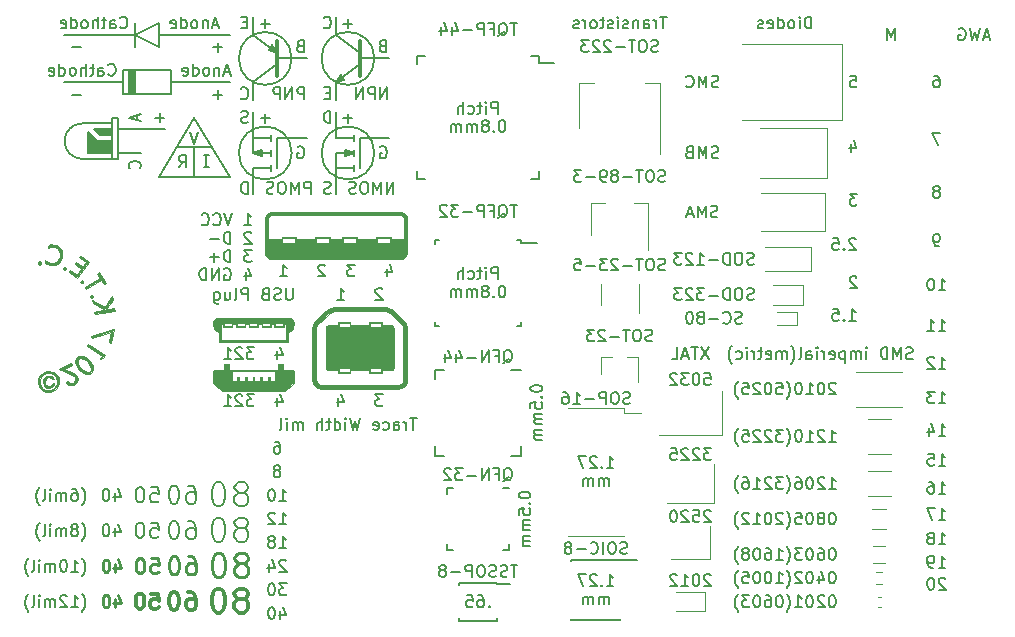
<source format=gbr>
G04 #@! TF.FileFunction,Legend,Bot*
%FSLAX46Y46*%
G04 Gerber Fmt 4.6, Leading zero omitted, Abs format (unit mm)*
G04 Created by KiCad (PCBNEW 4.0.2-stable) date 8/4/2017 8:24:57 PM*
%MOMM*%
G01*
G04 APERTURE LIST*
%ADD10C,0.150000*%
%ADD11C,0.200000*%
%ADD12C,0.254000*%
%ADD13C,0.203200*%
%ADD14C,0.304800*%
%ADD15C,0.152400*%
%ADD16C,0.010000*%
%ADD17C,0.120000*%
%ADD18C,0.300000*%
G04 APERTURE END LIST*
D10*
X80904761Y-69677381D02*
X81476190Y-69677381D01*
X81190476Y-69677381D02*
X81190476Y-68677381D01*
X81285714Y-68820238D01*
X81380952Y-68915476D01*
X81476190Y-68963095D01*
X80476190Y-69582143D02*
X80428571Y-69629762D01*
X80476190Y-69677381D01*
X80523809Y-69629762D01*
X80476190Y-69582143D01*
X80476190Y-69677381D01*
X80047619Y-68772619D02*
X80000000Y-68725000D01*
X79904762Y-68677381D01*
X79666666Y-68677381D01*
X79571428Y-68725000D01*
X79523809Y-68772619D01*
X79476190Y-68867857D01*
X79476190Y-68963095D01*
X79523809Y-69105952D01*
X80095238Y-69677381D01*
X79476190Y-69677381D01*
X79142857Y-68677381D02*
X78476190Y-68677381D01*
X78904762Y-69677381D01*
X81095238Y-71227381D02*
X81095238Y-70560714D01*
X81095238Y-70655952D02*
X81047619Y-70608333D01*
X80952381Y-70560714D01*
X80809523Y-70560714D01*
X80714285Y-70608333D01*
X80666666Y-70703571D01*
X80666666Y-71227381D01*
X80666666Y-70703571D02*
X80619047Y-70608333D01*
X80523809Y-70560714D01*
X80380952Y-70560714D01*
X80285714Y-70608333D01*
X80238095Y-70703571D01*
X80238095Y-71227381D01*
X79761905Y-71227381D02*
X79761905Y-70560714D01*
X79761905Y-70655952D02*
X79714286Y-70608333D01*
X79619048Y-70560714D01*
X79476190Y-70560714D01*
X79380952Y-70608333D01*
X79333333Y-70703571D01*
X79333333Y-71227381D01*
X79333333Y-70703571D02*
X79285714Y-70608333D01*
X79190476Y-70560714D01*
X79047619Y-70560714D01*
X78952381Y-70608333D01*
X78904762Y-70703571D01*
X78904762Y-71227381D01*
X80904761Y-79677381D02*
X81476190Y-79677381D01*
X81190476Y-79677381D02*
X81190476Y-78677381D01*
X81285714Y-78820238D01*
X81380952Y-78915476D01*
X81476190Y-78963095D01*
X80476190Y-79582143D02*
X80428571Y-79629762D01*
X80476190Y-79677381D01*
X80523809Y-79629762D01*
X80476190Y-79582143D01*
X80476190Y-79677381D01*
X80047619Y-78772619D02*
X80000000Y-78725000D01*
X79904762Y-78677381D01*
X79666666Y-78677381D01*
X79571428Y-78725000D01*
X79523809Y-78772619D01*
X79476190Y-78867857D01*
X79476190Y-78963095D01*
X79523809Y-79105952D01*
X80095238Y-79677381D01*
X79476190Y-79677381D01*
X79142857Y-78677381D02*
X78476190Y-78677381D01*
X78904762Y-79677381D01*
X81095238Y-81227381D02*
X81095238Y-80560714D01*
X81095238Y-80655952D02*
X81047619Y-80608333D01*
X80952381Y-80560714D01*
X80809523Y-80560714D01*
X80714285Y-80608333D01*
X80666666Y-80703571D01*
X80666666Y-81227381D01*
X80666666Y-80703571D02*
X80619047Y-80608333D01*
X80523809Y-80560714D01*
X80380952Y-80560714D01*
X80285714Y-80608333D01*
X80238095Y-80703571D01*
X80238095Y-81227381D01*
X79761905Y-81227381D02*
X79761905Y-80560714D01*
X79761905Y-80655952D02*
X79714286Y-80608333D01*
X79619048Y-80560714D01*
X79476190Y-80560714D01*
X79380952Y-80608333D01*
X79333333Y-80703571D01*
X79333333Y-81227381D01*
X79333333Y-80703571D02*
X79285714Y-80608333D01*
X79190476Y-80560714D01*
X79047619Y-80560714D01*
X78952381Y-80608333D01*
X78904762Y-80703571D01*
X78904762Y-81227381D01*
X70952381Y-81357143D02*
X70904762Y-81404762D01*
X70952381Y-81452381D01*
X71000000Y-81404762D01*
X70952381Y-81357143D01*
X70952381Y-81452381D01*
X70047619Y-80452381D02*
X70238096Y-80452381D01*
X70333334Y-80500000D01*
X70380953Y-80547619D01*
X70476191Y-80690476D01*
X70523810Y-80880952D01*
X70523810Y-81261905D01*
X70476191Y-81357143D01*
X70428572Y-81404762D01*
X70333334Y-81452381D01*
X70142857Y-81452381D01*
X70047619Y-81404762D01*
X70000000Y-81357143D01*
X69952381Y-81261905D01*
X69952381Y-81023810D01*
X70000000Y-80928571D01*
X70047619Y-80880952D01*
X70142857Y-80833333D01*
X70333334Y-80833333D01*
X70428572Y-80880952D01*
X70476191Y-80928571D01*
X70523810Y-81023810D01*
X69047619Y-80452381D02*
X69523810Y-80452381D01*
X69571429Y-80928571D01*
X69523810Y-80880952D01*
X69428572Y-80833333D01*
X69190476Y-80833333D01*
X69095238Y-80880952D01*
X69047619Y-80928571D01*
X69000000Y-81023810D01*
X69000000Y-81261905D01*
X69047619Y-81357143D01*
X69095238Y-81404762D01*
X69190476Y-81452381D01*
X69428572Y-81452381D01*
X69523810Y-81404762D01*
X69571429Y-81357143D01*
X73452381Y-71904762D02*
X73452381Y-72000001D01*
X73500000Y-72095239D01*
X73547619Y-72142858D01*
X73642857Y-72190477D01*
X73833333Y-72238096D01*
X74071429Y-72238096D01*
X74261905Y-72190477D01*
X74357143Y-72142858D01*
X74404762Y-72095239D01*
X74452381Y-72000001D01*
X74452381Y-71904762D01*
X74404762Y-71809524D01*
X74357143Y-71761905D01*
X74261905Y-71714286D01*
X74071429Y-71666667D01*
X73833333Y-71666667D01*
X73642857Y-71714286D01*
X73547619Y-71761905D01*
X73500000Y-71809524D01*
X73452381Y-71904762D01*
X74357143Y-72666667D02*
X74404762Y-72714286D01*
X74452381Y-72666667D01*
X74404762Y-72619048D01*
X74357143Y-72666667D01*
X74452381Y-72666667D01*
X73452381Y-73619048D02*
X73452381Y-73142857D01*
X73928571Y-73095238D01*
X73880952Y-73142857D01*
X73833333Y-73238095D01*
X73833333Y-73476191D01*
X73880952Y-73571429D01*
X73928571Y-73619048D01*
X74023810Y-73666667D01*
X74261905Y-73666667D01*
X74357143Y-73619048D01*
X74404762Y-73571429D01*
X74452381Y-73476191D01*
X74452381Y-73238095D01*
X74404762Y-73142857D01*
X74357143Y-73095238D01*
X74452381Y-74095238D02*
X73785714Y-74095238D01*
X73880952Y-74095238D02*
X73833333Y-74142857D01*
X73785714Y-74238095D01*
X73785714Y-74380953D01*
X73833333Y-74476191D01*
X73928571Y-74523810D01*
X74452381Y-74523810D01*
X73928571Y-74523810D02*
X73833333Y-74571429D01*
X73785714Y-74666667D01*
X73785714Y-74809524D01*
X73833333Y-74904762D01*
X73928571Y-74952381D01*
X74452381Y-74952381D01*
X74452381Y-75428571D02*
X73785714Y-75428571D01*
X73880952Y-75428571D02*
X73833333Y-75476190D01*
X73785714Y-75571428D01*
X73785714Y-75714286D01*
X73833333Y-75809524D01*
X73928571Y-75857143D01*
X74452381Y-75857143D01*
X73928571Y-75857143D02*
X73833333Y-75904762D01*
X73785714Y-76000000D01*
X73785714Y-76142857D01*
X73833333Y-76238095D01*
X73928571Y-76285714D01*
X74452381Y-76285714D01*
X74452381Y-62904762D02*
X74452381Y-63000001D01*
X74500000Y-63095239D01*
X74547619Y-63142858D01*
X74642857Y-63190477D01*
X74833333Y-63238096D01*
X75071429Y-63238096D01*
X75261905Y-63190477D01*
X75357143Y-63142858D01*
X75404762Y-63095239D01*
X75452381Y-63000001D01*
X75452381Y-62904762D01*
X75404762Y-62809524D01*
X75357143Y-62761905D01*
X75261905Y-62714286D01*
X75071429Y-62666667D01*
X74833333Y-62666667D01*
X74642857Y-62714286D01*
X74547619Y-62761905D01*
X74500000Y-62809524D01*
X74452381Y-62904762D01*
X75357143Y-63666667D02*
X75404762Y-63714286D01*
X75452381Y-63666667D01*
X75404762Y-63619048D01*
X75357143Y-63666667D01*
X75452381Y-63666667D01*
X74452381Y-64619048D02*
X74452381Y-64142857D01*
X74928571Y-64095238D01*
X74880952Y-64142857D01*
X74833333Y-64238095D01*
X74833333Y-64476191D01*
X74880952Y-64571429D01*
X74928571Y-64619048D01*
X75023810Y-64666667D01*
X75261905Y-64666667D01*
X75357143Y-64619048D01*
X75404762Y-64571429D01*
X75452381Y-64476191D01*
X75452381Y-64238095D01*
X75404762Y-64142857D01*
X75357143Y-64095238D01*
X75452381Y-65095238D02*
X74785714Y-65095238D01*
X74880952Y-65095238D02*
X74833333Y-65142857D01*
X74785714Y-65238095D01*
X74785714Y-65380953D01*
X74833333Y-65476191D01*
X74928571Y-65523810D01*
X75452381Y-65523810D01*
X74928571Y-65523810D02*
X74833333Y-65571429D01*
X74785714Y-65666667D01*
X74785714Y-65809524D01*
X74833333Y-65904762D01*
X74928571Y-65952381D01*
X75452381Y-65952381D01*
X75452381Y-66428571D02*
X74785714Y-66428571D01*
X74880952Y-66428571D02*
X74833333Y-66476190D01*
X74785714Y-66571428D01*
X74785714Y-66714286D01*
X74833333Y-66809524D01*
X74928571Y-66857143D01*
X75452381Y-66857143D01*
X74928571Y-66857143D02*
X74833333Y-66904762D01*
X74785714Y-67000000D01*
X74785714Y-67142857D01*
X74833333Y-67238095D01*
X74928571Y-67285714D01*
X75452381Y-67285714D01*
X71666667Y-53677381D02*
X71666667Y-52677381D01*
X71285714Y-52677381D01*
X71190476Y-52725000D01*
X71142857Y-52772619D01*
X71095238Y-52867857D01*
X71095238Y-53010714D01*
X71142857Y-53105952D01*
X71190476Y-53153571D01*
X71285714Y-53201190D01*
X71666667Y-53201190D01*
X70666667Y-53677381D02*
X70666667Y-53010714D01*
X70666667Y-52677381D02*
X70714286Y-52725000D01*
X70666667Y-52772619D01*
X70619048Y-52725000D01*
X70666667Y-52677381D01*
X70666667Y-52772619D01*
X70333334Y-53010714D02*
X69952382Y-53010714D01*
X70190477Y-52677381D02*
X70190477Y-53534524D01*
X70142858Y-53629762D01*
X70047620Y-53677381D01*
X69952382Y-53677381D01*
X69190476Y-53629762D02*
X69285714Y-53677381D01*
X69476191Y-53677381D01*
X69571429Y-53629762D01*
X69619048Y-53582143D01*
X69666667Y-53486905D01*
X69666667Y-53201190D01*
X69619048Y-53105952D01*
X69571429Y-53058333D01*
X69476191Y-53010714D01*
X69285714Y-53010714D01*
X69190476Y-53058333D01*
X68761905Y-53677381D02*
X68761905Y-52677381D01*
X68333333Y-53677381D02*
X68333333Y-53153571D01*
X68380952Y-53058333D01*
X68476190Y-53010714D01*
X68619048Y-53010714D01*
X68714286Y-53058333D01*
X68761905Y-53105952D01*
X72095238Y-54227381D02*
X71999999Y-54227381D01*
X71904761Y-54275000D01*
X71857142Y-54322619D01*
X71809523Y-54417857D01*
X71761904Y-54608333D01*
X71761904Y-54846429D01*
X71809523Y-55036905D01*
X71857142Y-55132143D01*
X71904761Y-55179762D01*
X71999999Y-55227381D01*
X72095238Y-55227381D01*
X72190476Y-55179762D01*
X72238095Y-55132143D01*
X72285714Y-55036905D01*
X72333333Y-54846429D01*
X72333333Y-54608333D01*
X72285714Y-54417857D01*
X72238095Y-54322619D01*
X72190476Y-54275000D01*
X72095238Y-54227381D01*
X71333333Y-55132143D02*
X71285714Y-55179762D01*
X71333333Y-55227381D01*
X71380952Y-55179762D01*
X71333333Y-55132143D01*
X71333333Y-55227381D01*
X70714286Y-54655952D02*
X70809524Y-54608333D01*
X70857143Y-54560714D01*
X70904762Y-54465476D01*
X70904762Y-54417857D01*
X70857143Y-54322619D01*
X70809524Y-54275000D01*
X70714286Y-54227381D01*
X70523809Y-54227381D01*
X70428571Y-54275000D01*
X70380952Y-54322619D01*
X70333333Y-54417857D01*
X70333333Y-54465476D01*
X70380952Y-54560714D01*
X70428571Y-54608333D01*
X70523809Y-54655952D01*
X70714286Y-54655952D01*
X70809524Y-54703571D01*
X70857143Y-54751190D01*
X70904762Y-54846429D01*
X70904762Y-55036905D01*
X70857143Y-55132143D01*
X70809524Y-55179762D01*
X70714286Y-55227381D01*
X70523809Y-55227381D01*
X70428571Y-55179762D01*
X70380952Y-55132143D01*
X70333333Y-55036905D01*
X70333333Y-54846429D01*
X70380952Y-54751190D01*
X70428571Y-54703571D01*
X70523809Y-54655952D01*
X69904762Y-55227381D02*
X69904762Y-54560714D01*
X69904762Y-54655952D02*
X69857143Y-54608333D01*
X69761905Y-54560714D01*
X69619047Y-54560714D01*
X69523809Y-54608333D01*
X69476190Y-54703571D01*
X69476190Y-55227381D01*
X69476190Y-54703571D02*
X69428571Y-54608333D01*
X69333333Y-54560714D01*
X69190476Y-54560714D01*
X69095238Y-54608333D01*
X69047619Y-54703571D01*
X69047619Y-55227381D01*
X68571429Y-55227381D02*
X68571429Y-54560714D01*
X68571429Y-54655952D02*
X68523810Y-54608333D01*
X68428572Y-54560714D01*
X68285714Y-54560714D01*
X68190476Y-54608333D01*
X68142857Y-54703571D01*
X68142857Y-55227381D01*
X68142857Y-54703571D02*
X68095238Y-54608333D01*
X68000000Y-54560714D01*
X67857143Y-54560714D01*
X67761905Y-54608333D01*
X67714286Y-54703571D01*
X67714286Y-55227381D01*
X71666667Y-39677381D02*
X71666667Y-38677381D01*
X71285714Y-38677381D01*
X71190476Y-38725000D01*
X71142857Y-38772619D01*
X71095238Y-38867857D01*
X71095238Y-39010714D01*
X71142857Y-39105952D01*
X71190476Y-39153571D01*
X71285714Y-39201190D01*
X71666667Y-39201190D01*
X70666667Y-39677381D02*
X70666667Y-39010714D01*
X70666667Y-38677381D02*
X70714286Y-38725000D01*
X70666667Y-38772619D01*
X70619048Y-38725000D01*
X70666667Y-38677381D01*
X70666667Y-38772619D01*
X70333334Y-39010714D02*
X69952382Y-39010714D01*
X70190477Y-38677381D02*
X70190477Y-39534524D01*
X70142858Y-39629762D01*
X70047620Y-39677381D01*
X69952382Y-39677381D01*
X69190476Y-39629762D02*
X69285714Y-39677381D01*
X69476191Y-39677381D01*
X69571429Y-39629762D01*
X69619048Y-39582143D01*
X69666667Y-39486905D01*
X69666667Y-39201190D01*
X69619048Y-39105952D01*
X69571429Y-39058333D01*
X69476191Y-39010714D01*
X69285714Y-39010714D01*
X69190476Y-39058333D01*
X68761905Y-39677381D02*
X68761905Y-38677381D01*
X68333333Y-39677381D02*
X68333333Y-39153571D01*
X68380952Y-39058333D01*
X68476190Y-39010714D01*
X68619048Y-39010714D01*
X68714286Y-39058333D01*
X68761905Y-39105952D01*
X72095238Y-40227381D02*
X71999999Y-40227381D01*
X71904761Y-40275000D01*
X71857142Y-40322619D01*
X71809523Y-40417857D01*
X71761904Y-40608333D01*
X71761904Y-40846429D01*
X71809523Y-41036905D01*
X71857142Y-41132143D01*
X71904761Y-41179762D01*
X71999999Y-41227381D01*
X72095238Y-41227381D01*
X72190476Y-41179762D01*
X72238095Y-41132143D01*
X72285714Y-41036905D01*
X72333333Y-40846429D01*
X72333333Y-40608333D01*
X72285714Y-40417857D01*
X72238095Y-40322619D01*
X72190476Y-40275000D01*
X72095238Y-40227381D01*
X71333333Y-41132143D02*
X71285714Y-41179762D01*
X71333333Y-41227381D01*
X71380952Y-41179762D01*
X71333333Y-41132143D01*
X71333333Y-41227381D01*
X70714286Y-40655952D02*
X70809524Y-40608333D01*
X70857143Y-40560714D01*
X70904762Y-40465476D01*
X70904762Y-40417857D01*
X70857143Y-40322619D01*
X70809524Y-40275000D01*
X70714286Y-40227381D01*
X70523809Y-40227381D01*
X70428571Y-40275000D01*
X70380952Y-40322619D01*
X70333333Y-40417857D01*
X70333333Y-40465476D01*
X70380952Y-40560714D01*
X70428571Y-40608333D01*
X70523809Y-40655952D01*
X70714286Y-40655952D01*
X70809524Y-40703571D01*
X70857143Y-40751190D01*
X70904762Y-40846429D01*
X70904762Y-41036905D01*
X70857143Y-41132143D01*
X70809524Y-41179762D01*
X70714286Y-41227381D01*
X70523809Y-41227381D01*
X70428571Y-41179762D01*
X70380952Y-41132143D01*
X70333333Y-41036905D01*
X70333333Y-40846429D01*
X70380952Y-40751190D01*
X70428571Y-40703571D01*
X70523809Y-40655952D01*
X69904762Y-41227381D02*
X69904762Y-40560714D01*
X69904762Y-40655952D02*
X69857143Y-40608333D01*
X69761905Y-40560714D01*
X69619047Y-40560714D01*
X69523809Y-40608333D01*
X69476190Y-40703571D01*
X69476190Y-41227381D01*
X69476190Y-40703571D02*
X69428571Y-40608333D01*
X69333333Y-40560714D01*
X69190476Y-40560714D01*
X69095238Y-40608333D01*
X69047619Y-40703571D01*
X69047619Y-41227381D01*
X68571429Y-41227381D02*
X68571429Y-40560714D01*
X68571429Y-40655952D02*
X68523810Y-40608333D01*
X68428572Y-40560714D01*
X68285714Y-40560714D01*
X68190476Y-40608333D01*
X68142857Y-40703571D01*
X68142857Y-41227381D01*
X68142857Y-40703571D02*
X68095238Y-40608333D01*
X68000000Y-40560714D01*
X67857143Y-40560714D01*
X67761905Y-40608333D01*
X67714286Y-40703571D01*
X67714286Y-41227381D01*
D11*
X54309524Y-54452381D02*
X54309524Y-55261905D01*
X54261905Y-55357143D01*
X54214286Y-55404762D01*
X54119048Y-55452381D01*
X53928571Y-55452381D01*
X53833333Y-55404762D01*
X53785714Y-55357143D01*
X53738095Y-55261905D01*
X53738095Y-54452381D01*
X53309524Y-55404762D02*
X53166667Y-55452381D01*
X52928571Y-55452381D01*
X52833333Y-55404762D01*
X52785714Y-55357143D01*
X52738095Y-55261905D01*
X52738095Y-55166667D01*
X52785714Y-55071429D01*
X52833333Y-55023810D01*
X52928571Y-54976190D01*
X53119048Y-54928571D01*
X53214286Y-54880952D01*
X53261905Y-54833333D01*
X53309524Y-54738095D01*
X53309524Y-54642857D01*
X53261905Y-54547619D01*
X53214286Y-54500000D01*
X53119048Y-54452381D01*
X52880952Y-54452381D01*
X52738095Y-54500000D01*
X51976190Y-54928571D02*
X51833333Y-54976190D01*
X51785714Y-55023810D01*
X51738095Y-55119048D01*
X51738095Y-55261905D01*
X51785714Y-55357143D01*
X51833333Y-55404762D01*
X51928571Y-55452381D01*
X52309524Y-55452381D01*
X52309524Y-54452381D01*
X51976190Y-54452381D01*
X51880952Y-54500000D01*
X51833333Y-54547619D01*
X51785714Y-54642857D01*
X51785714Y-54738095D01*
X51833333Y-54833333D01*
X51880952Y-54880952D01*
X51976190Y-54928571D01*
X52309524Y-54928571D01*
X50547619Y-55452381D02*
X50547619Y-54452381D01*
X50166666Y-54452381D01*
X50071428Y-54500000D01*
X50023809Y-54547619D01*
X49976190Y-54642857D01*
X49976190Y-54785714D01*
X50023809Y-54880952D01*
X50071428Y-54928571D01*
X50166666Y-54976190D01*
X50547619Y-54976190D01*
X49404762Y-55452381D02*
X49500000Y-55404762D01*
X49547619Y-55309524D01*
X49547619Y-54452381D01*
X48595237Y-54785714D02*
X48595237Y-55452381D01*
X49023809Y-54785714D02*
X49023809Y-55309524D01*
X48976190Y-55404762D01*
X48880952Y-55452381D01*
X48738094Y-55452381D01*
X48642856Y-55404762D01*
X48595237Y-55357143D01*
X47690475Y-54785714D02*
X47690475Y-55595238D01*
X47738094Y-55690476D01*
X47785713Y-55738095D01*
X47880952Y-55785714D01*
X48023809Y-55785714D01*
X48119047Y-55738095D01*
X47690475Y-55404762D02*
X47785713Y-55452381D01*
X47976190Y-55452381D01*
X48071428Y-55404762D01*
X48119047Y-55357143D01*
X48166666Y-55261905D01*
X48166666Y-54976190D01*
X48119047Y-54880952D01*
X48071428Y-54833333D01*
X47976190Y-54785714D01*
X47785713Y-54785714D01*
X47690475Y-54833333D01*
D10*
X50238095Y-49127381D02*
X50809524Y-49127381D01*
X50523810Y-49127381D02*
X50523810Y-48127381D01*
X50619048Y-48270238D01*
X50714286Y-48365476D01*
X50809524Y-48413095D01*
X49190476Y-48127381D02*
X48857143Y-49127381D01*
X48523809Y-48127381D01*
X47619047Y-49032143D02*
X47666666Y-49079762D01*
X47809523Y-49127381D01*
X47904761Y-49127381D01*
X48047619Y-49079762D01*
X48142857Y-48984524D01*
X48190476Y-48889286D01*
X48238095Y-48698810D01*
X48238095Y-48555952D01*
X48190476Y-48365476D01*
X48142857Y-48270238D01*
X48047619Y-48175000D01*
X47904761Y-48127381D01*
X47809523Y-48127381D01*
X47666666Y-48175000D01*
X47619047Y-48222619D01*
X46619047Y-49032143D02*
X46666666Y-49079762D01*
X46809523Y-49127381D01*
X46904761Y-49127381D01*
X47047619Y-49079762D01*
X47142857Y-48984524D01*
X47190476Y-48889286D01*
X47238095Y-48698810D01*
X47238095Y-48555952D01*
X47190476Y-48365476D01*
X47142857Y-48270238D01*
X47047619Y-48175000D01*
X46904761Y-48127381D01*
X46809523Y-48127381D01*
X46666666Y-48175000D01*
X46619047Y-48222619D01*
X50809524Y-49772619D02*
X50761905Y-49725000D01*
X50666667Y-49677381D01*
X50428571Y-49677381D01*
X50333333Y-49725000D01*
X50285714Y-49772619D01*
X50238095Y-49867857D01*
X50238095Y-49963095D01*
X50285714Y-50105952D01*
X50857143Y-50677381D01*
X50238095Y-50677381D01*
X49047619Y-50677381D02*
X49047619Y-49677381D01*
X48809524Y-49677381D01*
X48666666Y-49725000D01*
X48571428Y-49820238D01*
X48523809Y-49915476D01*
X48476190Y-50105952D01*
X48476190Y-50248810D01*
X48523809Y-50439286D01*
X48571428Y-50534524D01*
X48666666Y-50629762D01*
X48809524Y-50677381D01*
X49047619Y-50677381D01*
X48047619Y-50296429D02*
X47285714Y-50296429D01*
X50857143Y-51227381D02*
X50238095Y-51227381D01*
X50571429Y-51608333D01*
X50428571Y-51608333D01*
X50333333Y-51655952D01*
X50285714Y-51703571D01*
X50238095Y-51798810D01*
X50238095Y-52036905D01*
X50285714Y-52132143D01*
X50333333Y-52179762D01*
X50428571Y-52227381D01*
X50714286Y-52227381D01*
X50809524Y-52179762D01*
X50857143Y-52132143D01*
X49047619Y-52227381D02*
X49047619Y-51227381D01*
X48809524Y-51227381D01*
X48666666Y-51275000D01*
X48571428Y-51370238D01*
X48523809Y-51465476D01*
X48476190Y-51655952D01*
X48476190Y-51798810D01*
X48523809Y-51989286D01*
X48571428Y-52084524D01*
X48666666Y-52179762D01*
X48809524Y-52227381D01*
X49047619Y-52227381D01*
X48047619Y-51846429D02*
X47285714Y-51846429D01*
X47666666Y-52227381D02*
X47666666Y-51465476D01*
X50333333Y-53110714D02*
X50333333Y-53777381D01*
X50571429Y-52729762D02*
X50809524Y-53444048D01*
X50190476Y-53444048D01*
X48523809Y-52825000D02*
X48619047Y-52777381D01*
X48761904Y-52777381D01*
X48904762Y-52825000D01*
X49000000Y-52920238D01*
X49047619Y-53015476D01*
X49095238Y-53205952D01*
X49095238Y-53348810D01*
X49047619Y-53539286D01*
X49000000Y-53634524D01*
X48904762Y-53729762D01*
X48761904Y-53777381D01*
X48666666Y-53777381D01*
X48523809Y-53729762D01*
X48476190Y-53682143D01*
X48476190Y-53348810D01*
X48666666Y-53348810D01*
X48047619Y-53777381D02*
X48047619Y-52777381D01*
X47476190Y-53777381D01*
X47476190Y-52777381D01*
X47000000Y-53777381D02*
X47000000Y-52777381D01*
X46761905Y-52777381D01*
X46619047Y-52825000D01*
X46523809Y-52920238D01*
X46476190Y-53015476D01*
X46428571Y-53205952D01*
X46428571Y-53348810D01*
X46476190Y-53539286D01*
X46523809Y-53634524D01*
X46619047Y-53729762D01*
X46761905Y-53777381D01*
X47000000Y-53777381D01*
X53000000Y-59785714D02*
X53000000Y-60452381D01*
X53238096Y-59404762D02*
X53476191Y-60119048D01*
X52857143Y-60119048D01*
X51047619Y-59452381D02*
X50428571Y-59452381D01*
X50761905Y-59833333D01*
X50619047Y-59833333D01*
X50523809Y-59880952D01*
X50476190Y-59928571D01*
X50428571Y-60023810D01*
X50428571Y-60261905D01*
X50476190Y-60357143D01*
X50523809Y-60404762D01*
X50619047Y-60452381D01*
X50904762Y-60452381D01*
X51000000Y-60404762D01*
X51047619Y-60357143D01*
X50047619Y-59547619D02*
X50000000Y-59500000D01*
X49904762Y-59452381D01*
X49666666Y-59452381D01*
X49571428Y-59500000D01*
X49523809Y-59547619D01*
X49476190Y-59642857D01*
X49476190Y-59738095D01*
X49523809Y-59880952D01*
X50095238Y-60452381D01*
X49476190Y-60452381D01*
X48523809Y-60452381D02*
X49095238Y-60452381D01*
X48809524Y-60452381D02*
X48809524Y-59452381D01*
X48904762Y-59595238D01*
X49000000Y-59690476D01*
X49095238Y-59738095D01*
X53000000Y-63785714D02*
X53000000Y-64452381D01*
X53238096Y-63404762D02*
X53476191Y-64119048D01*
X52857143Y-64119048D01*
X51047619Y-63452381D02*
X50428571Y-63452381D01*
X50761905Y-63833333D01*
X50619047Y-63833333D01*
X50523809Y-63880952D01*
X50476190Y-63928571D01*
X50428571Y-64023810D01*
X50428571Y-64261905D01*
X50476190Y-64357143D01*
X50523809Y-64404762D01*
X50619047Y-64452381D01*
X50904762Y-64452381D01*
X51000000Y-64404762D01*
X51047619Y-64357143D01*
X50047619Y-63547619D02*
X50000000Y-63500000D01*
X49904762Y-63452381D01*
X49666666Y-63452381D01*
X49571428Y-63500000D01*
X49523809Y-63547619D01*
X49476190Y-63642857D01*
X49476190Y-63738095D01*
X49523809Y-63880952D01*
X50095238Y-64452381D01*
X49476190Y-64452381D01*
X48523809Y-64452381D02*
X49095238Y-64452381D01*
X48809524Y-64452381D02*
X48809524Y-63452381D01*
X48904762Y-63595238D01*
X49000000Y-63690476D01*
X49095238Y-63738095D01*
X61952381Y-63452381D02*
X61333333Y-63452381D01*
X61666667Y-63833333D01*
X61523809Y-63833333D01*
X61428571Y-63880952D01*
X61380952Y-63928571D01*
X61333333Y-64023810D01*
X61333333Y-64261905D01*
X61380952Y-64357143D01*
X61428571Y-64404762D01*
X61523809Y-64452381D01*
X61809524Y-64452381D01*
X61904762Y-64404762D01*
X61952381Y-64357143D01*
X58190475Y-63785714D02*
X58190475Y-64452381D01*
X58428571Y-63404762D02*
X58666666Y-64119048D01*
X58047618Y-64119048D01*
X61904762Y-54547619D02*
X61857143Y-54500000D01*
X61761905Y-54452381D01*
X61523809Y-54452381D01*
X61428571Y-54500000D01*
X61380952Y-54547619D01*
X61333333Y-54642857D01*
X61333333Y-54738095D01*
X61380952Y-54880952D01*
X61952381Y-55452381D01*
X61333333Y-55452381D01*
X58095237Y-55452381D02*
X58666666Y-55452381D01*
X58380952Y-55452381D02*
X58380952Y-54452381D01*
X58476190Y-54595238D01*
X58571428Y-54690476D01*
X58666666Y-54738095D01*
X62285715Y-52785714D02*
X62285715Y-53452381D01*
X62523811Y-52404762D02*
X62761906Y-53119048D01*
X62142858Y-53119048D01*
X59571429Y-52452381D02*
X58952381Y-52452381D01*
X59285715Y-52833333D01*
X59142857Y-52833333D01*
X59047619Y-52880952D01*
X59000000Y-52928571D01*
X58952381Y-53023810D01*
X58952381Y-53261905D01*
X59000000Y-53357143D01*
X59047619Y-53404762D01*
X59142857Y-53452381D01*
X59428572Y-53452381D01*
X59523810Y-53404762D01*
X59571429Y-53357143D01*
X57047619Y-52547619D02*
X57000000Y-52500000D01*
X56904762Y-52452381D01*
X56666666Y-52452381D01*
X56571428Y-52500000D01*
X56523809Y-52547619D01*
X56476190Y-52642857D01*
X56476190Y-52738095D01*
X56523809Y-52880952D01*
X57095238Y-53452381D01*
X56476190Y-53452381D01*
X53238094Y-53452381D02*
X53809523Y-53452381D01*
X53523809Y-53452381D02*
X53523809Y-52452381D01*
X53619047Y-52595238D01*
X53714285Y-52690476D01*
X53809523Y-52738095D01*
D12*
X39290286Y-80782286D02*
X39290286Y-81459619D01*
X39532190Y-80395238D02*
X39774095Y-81120952D01*
X39145143Y-81120952D01*
X38564571Y-80443619D02*
X38467810Y-80443619D01*
X38371048Y-80492000D01*
X38322667Y-80540381D01*
X38274286Y-80637143D01*
X38225905Y-80830667D01*
X38225905Y-81072571D01*
X38274286Y-81266095D01*
X38322667Y-81362857D01*
X38371048Y-81411238D01*
X38467810Y-81459619D01*
X38564571Y-81459619D01*
X38661333Y-81411238D01*
X38709714Y-81362857D01*
X38758095Y-81266095D01*
X38806476Y-81072571D01*
X38806476Y-80830667D01*
X38758095Y-80637143D01*
X38709714Y-80540381D01*
X38661333Y-80492000D01*
X38564571Y-80443619D01*
D10*
X36476190Y-81833333D02*
X36523810Y-81785714D01*
X36619048Y-81642857D01*
X36666667Y-81547619D01*
X36714286Y-81404762D01*
X36761905Y-81166667D01*
X36761905Y-80976190D01*
X36714286Y-80738095D01*
X36666667Y-80595238D01*
X36619048Y-80500000D01*
X36523810Y-80357143D01*
X36476190Y-80309524D01*
X35571428Y-81452381D02*
X36142857Y-81452381D01*
X35857143Y-81452381D02*
X35857143Y-80452381D01*
X35952381Y-80595238D01*
X36047619Y-80690476D01*
X36142857Y-80738095D01*
X35190476Y-80547619D02*
X35142857Y-80500000D01*
X35047619Y-80452381D01*
X34809523Y-80452381D01*
X34714285Y-80500000D01*
X34666666Y-80547619D01*
X34619047Y-80642857D01*
X34619047Y-80738095D01*
X34666666Y-80880952D01*
X35238095Y-81452381D01*
X34619047Y-81452381D01*
X34190476Y-81452381D02*
X34190476Y-80785714D01*
X34190476Y-80880952D02*
X34142857Y-80833333D01*
X34047619Y-80785714D01*
X33904761Y-80785714D01*
X33809523Y-80833333D01*
X33761904Y-80928571D01*
X33761904Y-81452381D01*
X33761904Y-80928571D02*
X33714285Y-80833333D01*
X33619047Y-80785714D01*
X33476190Y-80785714D01*
X33380952Y-80833333D01*
X33333333Y-80928571D01*
X33333333Y-81452381D01*
X32857143Y-81452381D02*
X32857143Y-80785714D01*
X32857143Y-80452381D02*
X32904762Y-80500000D01*
X32857143Y-80547619D01*
X32809524Y-80500000D01*
X32857143Y-80452381D01*
X32857143Y-80547619D01*
X32238096Y-81452381D02*
X32333334Y-81404762D01*
X32380953Y-81309524D01*
X32380953Y-80452381D01*
X31952381Y-81833333D02*
X31904762Y-81785714D01*
X31809524Y-81642857D01*
X31761905Y-81547619D01*
X31714286Y-81404762D01*
X31666667Y-81166667D01*
X31666667Y-80976190D01*
X31714286Y-80738095D01*
X31761905Y-80595238D01*
X31809524Y-80500000D01*
X31904762Y-80357143D01*
X31952381Y-80309524D01*
X36476190Y-78833333D02*
X36523810Y-78785714D01*
X36619048Y-78642857D01*
X36666667Y-78547619D01*
X36714286Y-78404762D01*
X36761905Y-78166667D01*
X36761905Y-77976190D01*
X36714286Y-77738095D01*
X36666667Y-77595238D01*
X36619048Y-77500000D01*
X36523810Y-77357143D01*
X36476190Y-77309524D01*
X35571428Y-78452381D02*
X36142857Y-78452381D01*
X35857143Y-78452381D02*
X35857143Y-77452381D01*
X35952381Y-77595238D01*
X36047619Y-77690476D01*
X36142857Y-77738095D01*
X34952381Y-77452381D02*
X34857142Y-77452381D01*
X34761904Y-77500000D01*
X34714285Y-77547619D01*
X34666666Y-77642857D01*
X34619047Y-77833333D01*
X34619047Y-78071429D01*
X34666666Y-78261905D01*
X34714285Y-78357143D01*
X34761904Y-78404762D01*
X34857142Y-78452381D01*
X34952381Y-78452381D01*
X35047619Y-78404762D01*
X35095238Y-78357143D01*
X35142857Y-78261905D01*
X35190476Y-78071429D01*
X35190476Y-77833333D01*
X35142857Y-77642857D01*
X35095238Y-77547619D01*
X35047619Y-77500000D01*
X34952381Y-77452381D01*
X34190476Y-78452381D02*
X34190476Y-77785714D01*
X34190476Y-77880952D02*
X34142857Y-77833333D01*
X34047619Y-77785714D01*
X33904761Y-77785714D01*
X33809523Y-77833333D01*
X33761904Y-77928571D01*
X33761904Y-78452381D01*
X33761904Y-77928571D02*
X33714285Y-77833333D01*
X33619047Y-77785714D01*
X33476190Y-77785714D01*
X33380952Y-77833333D01*
X33333333Y-77928571D01*
X33333333Y-78452381D01*
X32857143Y-78452381D02*
X32857143Y-77785714D01*
X32857143Y-77452381D02*
X32904762Y-77500000D01*
X32857143Y-77547619D01*
X32809524Y-77500000D01*
X32857143Y-77452381D01*
X32857143Y-77547619D01*
X32238096Y-78452381D02*
X32333334Y-78404762D01*
X32380953Y-78309524D01*
X32380953Y-77452381D01*
X31952381Y-78833333D02*
X31904762Y-78785714D01*
X31809524Y-78642857D01*
X31761905Y-78547619D01*
X31714286Y-78404762D01*
X31666667Y-78166667D01*
X31666667Y-77976190D01*
X31714286Y-77738095D01*
X31761905Y-77595238D01*
X31809524Y-77500000D01*
X31904762Y-77357143D01*
X31952381Y-77309524D01*
X36476190Y-75833333D02*
X36523810Y-75785714D01*
X36619048Y-75642857D01*
X36666667Y-75547619D01*
X36714286Y-75404762D01*
X36761905Y-75166667D01*
X36761905Y-74976190D01*
X36714286Y-74738095D01*
X36666667Y-74595238D01*
X36619048Y-74500000D01*
X36523810Y-74357143D01*
X36476190Y-74309524D01*
X35952381Y-74880952D02*
X36047619Y-74833333D01*
X36095238Y-74785714D01*
X36142857Y-74690476D01*
X36142857Y-74642857D01*
X36095238Y-74547619D01*
X36047619Y-74500000D01*
X35952381Y-74452381D01*
X35761904Y-74452381D01*
X35666666Y-74500000D01*
X35619047Y-74547619D01*
X35571428Y-74642857D01*
X35571428Y-74690476D01*
X35619047Y-74785714D01*
X35666666Y-74833333D01*
X35761904Y-74880952D01*
X35952381Y-74880952D01*
X36047619Y-74928571D01*
X36095238Y-74976190D01*
X36142857Y-75071429D01*
X36142857Y-75261905D01*
X36095238Y-75357143D01*
X36047619Y-75404762D01*
X35952381Y-75452381D01*
X35761904Y-75452381D01*
X35666666Y-75404762D01*
X35619047Y-75357143D01*
X35571428Y-75261905D01*
X35571428Y-75071429D01*
X35619047Y-74976190D01*
X35666666Y-74928571D01*
X35761904Y-74880952D01*
X35142857Y-75452381D02*
X35142857Y-74785714D01*
X35142857Y-74880952D02*
X35095238Y-74833333D01*
X35000000Y-74785714D01*
X34857142Y-74785714D01*
X34761904Y-74833333D01*
X34714285Y-74928571D01*
X34714285Y-75452381D01*
X34714285Y-74928571D02*
X34666666Y-74833333D01*
X34571428Y-74785714D01*
X34428571Y-74785714D01*
X34333333Y-74833333D01*
X34285714Y-74928571D01*
X34285714Y-75452381D01*
X33809524Y-75452381D02*
X33809524Y-74785714D01*
X33809524Y-74452381D02*
X33857143Y-74500000D01*
X33809524Y-74547619D01*
X33761905Y-74500000D01*
X33809524Y-74452381D01*
X33809524Y-74547619D01*
X33190477Y-75452381D02*
X33285715Y-75404762D01*
X33333334Y-75309524D01*
X33333334Y-74452381D01*
X32904762Y-75833333D02*
X32857143Y-75785714D01*
X32761905Y-75642857D01*
X32714286Y-75547619D01*
X32666667Y-75404762D01*
X32619048Y-75166667D01*
X32619048Y-74976190D01*
X32666667Y-74738095D01*
X32714286Y-74595238D01*
X32761905Y-74500000D01*
X32857143Y-74357143D01*
X32904762Y-74309524D01*
X36476190Y-72833333D02*
X36523810Y-72785714D01*
X36619048Y-72642857D01*
X36666667Y-72547619D01*
X36714286Y-72404762D01*
X36761905Y-72166667D01*
X36761905Y-71976190D01*
X36714286Y-71738095D01*
X36666667Y-71595238D01*
X36619048Y-71500000D01*
X36523810Y-71357143D01*
X36476190Y-71309524D01*
X35666666Y-71452381D02*
X35857143Y-71452381D01*
X35952381Y-71500000D01*
X36000000Y-71547619D01*
X36095238Y-71690476D01*
X36142857Y-71880952D01*
X36142857Y-72261905D01*
X36095238Y-72357143D01*
X36047619Y-72404762D01*
X35952381Y-72452381D01*
X35761904Y-72452381D01*
X35666666Y-72404762D01*
X35619047Y-72357143D01*
X35571428Y-72261905D01*
X35571428Y-72023810D01*
X35619047Y-71928571D01*
X35666666Y-71880952D01*
X35761904Y-71833333D01*
X35952381Y-71833333D01*
X36047619Y-71880952D01*
X36095238Y-71928571D01*
X36142857Y-72023810D01*
X35142857Y-72452381D02*
X35142857Y-71785714D01*
X35142857Y-71880952D02*
X35095238Y-71833333D01*
X35000000Y-71785714D01*
X34857142Y-71785714D01*
X34761904Y-71833333D01*
X34714285Y-71928571D01*
X34714285Y-72452381D01*
X34714285Y-71928571D02*
X34666666Y-71833333D01*
X34571428Y-71785714D01*
X34428571Y-71785714D01*
X34333333Y-71833333D01*
X34285714Y-71928571D01*
X34285714Y-72452381D01*
X33809524Y-72452381D02*
X33809524Y-71785714D01*
X33809524Y-71452381D02*
X33857143Y-71500000D01*
X33809524Y-71547619D01*
X33761905Y-71500000D01*
X33809524Y-71452381D01*
X33809524Y-71547619D01*
X33190477Y-72452381D02*
X33285715Y-72404762D01*
X33333334Y-72309524D01*
X33333334Y-71452381D01*
X32904762Y-72833333D02*
X32857143Y-72785714D01*
X32761905Y-72642857D01*
X32714286Y-72547619D01*
X32666667Y-72404762D01*
X32619048Y-72166667D01*
X32619048Y-71976190D01*
X32666667Y-71738095D01*
X32714286Y-71595238D01*
X32761905Y-71500000D01*
X32857143Y-71357143D01*
X32904762Y-71309524D01*
D12*
X39290286Y-77782286D02*
X39290286Y-78459619D01*
X39532190Y-77395238D02*
X39774095Y-78120952D01*
X39145143Y-78120952D01*
X38564571Y-77443619D02*
X38467810Y-77443619D01*
X38371048Y-77492000D01*
X38322667Y-77540381D01*
X38274286Y-77637143D01*
X38225905Y-77830667D01*
X38225905Y-78072571D01*
X38274286Y-78266095D01*
X38322667Y-78362857D01*
X38371048Y-78411238D01*
X38467810Y-78459619D01*
X38564571Y-78459619D01*
X38661333Y-78411238D01*
X38709714Y-78362857D01*
X38758095Y-78266095D01*
X38806476Y-78072571D01*
X38806476Y-77830667D01*
X38758095Y-77637143D01*
X38709714Y-77540381D01*
X38661333Y-77492000D01*
X38564571Y-77443619D01*
D13*
X39290286Y-74782286D02*
X39290286Y-75459619D01*
X39532190Y-74395238D02*
X39774095Y-75120952D01*
X39145143Y-75120952D01*
X38564571Y-74443619D02*
X38467810Y-74443619D01*
X38371048Y-74492000D01*
X38322667Y-74540381D01*
X38274286Y-74637143D01*
X38225905Y-74830667D01*
X38225905Y-75072571D01*
X38274286Y-75266095D01*
X38322667Y-75362857D01*
X38371048Y-75411238D01*
X38467810Y-75459619D01*
X38564571Y-75459619D01*
X38661333Y-75411238D01*
X38709714Y-75362857D01*
X38758095Y-75266095D01*
X38806476Y-75072571D01*
X38806476Y-74830667D01*
X38758095Y-74637143D01*
X38709714Y-74540381D01*
X38661333Y-74492000D01*
X38564571Y-74443619D01*
D14*
X42302381Y-80304524D02*
X42907143Y-80304524D01*
X42967619Y-80909286D01*
X42907143Y-80848810D01*
X42786191Y-80788333D01*
X42483810Y-80788333D01*
X42362857Y-80848810D01*
X42302381Y-80909286D01*
X42241905Y-81030238D01*
X42241905Y-81332619D01*
X42302381Y-81453571D01*
X42362857Y-81514048D01*
X42483810Y-81574524D01*
X42786191Y-81574524D01*
X42907143Y-81514048D01*
X42967619Y-81453571D01*
X41455714Y-80304524D02*
X41334762Y-80304524D01*
X41213810Y-80365000D01*
X41153333Y-80425476D01*
X41092857Y-80546429D01*
X41032381Y-80788333D01*
X41032381Y-81090714D01*
X41092857Y-81332619D01*
X41153333Y-81453571D01*
X41213810Y-81514048D01*
X41334762Y-81574524D01*
X41455714Y-81574524D01*
X41576667Y-81514048D01*
X41637143Y-81453571D01*
X41697619Y-81332619D01*
X41758095Y-81090714D01*
X41758095Y-80788333D01*
X41697619Y-80546429D01*
X41637143Y-80425476D01*
X41576667Y-80365000D01*
X41455714Y-80304524D01*
D12*
X42302381Y-77304524D02*
X42907143Y-77304524D01*
X42967619Y-77909286D01*
X42907143Y-77848810D01*
X42786191Y-77788333D01*
X42483810Y-77788333D01*
X42362857Y-77848810D01*
X42302381Y-77909286D01*
X42241905Y-78030238D01*
X42241905Y-78332619D01*
X42302381Y-78453571D01*
X42362857Y-78514048D01*
X42483810Y-78574524D01*
X42786191Y-78574524D01*
X42907143Y-78514048D01*
X42967619Y-78453571D01*
X41455714Y-77304524D02*
X41334762Y-77304524D01*
X41213810Y-77365000D01*
X41153333Y-77425476D01*
X41092857Y-77546429D01*
X41032381Y-77788333D01*
X41032381Y-78090714D01*
X41092857Y-78332619D01*
X41153333Y-78453571D01*
X41213810Y-78514048D01*
X41334762Y-78574524D01*
X41455714Y-78574524D01*
X41576667Y-78514048D01*
X41637143Y-78453571D01*
X41697619Y-78332619D01*
X41758095Y-78090714D01*
X41758095Y-77788333D01*
X41697619Y-77546429D01*
X41637143Y-77425476D01*
X41576667Y-77365000D01*
X41455714Y-77304524D01*
D13*
X42302381Y-74304524D02*
X42907143Y-74304524D01*
X42967619Y-74909286D01*
X42907143Y-74848810D01*
X42786191Y-74788333D01*
X42483810Y-74788333D01*
X42362857Y-74848810D01*
X42302381Y-74909286D01*
X42241905Y-75030238D01*
X42241905Y-75332619D01*
X42302381Y-75453571D01*
X42362857Y-75514048D01*
X42483810Y-75574524D01*
X42786191Y-75574524D01*
X42907143Y-75514048D01*
X42967619Y-75453571D01*
X41455714Y-74304524D02*
X41334762Y-74304524D01*
X41213810Y-74365000D01*
X41153333Y-74425476D01*
X41092857Y-74546429D01*
X41032381Y-74788333D01*
X41032381Y-75090714D01*
X41092857Y-75332619D01*
X41153333Y-75453571D01*
X41213810Y-75514048D01*
X41334762Y-75574524D01*
X41455714Y-75574524D01*
X41576667Y-75514048D01*
X41637143Y-75453571D01*
X41697619Y-75332619D01*
X41758095Y-75090714D01*
X41758095Y-74788333D01*
X41697619Y-74546429D01*
X41637143Y-74425476D01*
X41576667Y-74365000D01*
X41455714Y-74304524D01*
D14*
X45435429Y-80165429D02*
X45725715Y-80165429D01*
X45870858Y-80238000D01*
X45943429Y-80310571D01*
X46088572Y-80528286D01*
X46161143Y-80818571D01*
X46161143Y-81399143D01*
X46088572Y-81544286D01*
X46016000Y-81616857D01*
X45870858Y-81689429D01*
X45580572Y-81689429D01*
X45435429Y-81616857D01*
X45362858Y-81544286D01*
X45290286Y-81399143D01*
X45290286Y-81036286D01*
X45362858Y-80891143D01*
X45435429Y-80818571D01*
X45580572Y-80746000D01*
X45870858Y-80746000D01*
X46016000Y-80818571D01*
X46088572Y-80891143D01*
X46161143Y-81036286D01*
X44346857Y-80165429D02*
X44201714Y-80165429D01*
X44056571Y-80238000D01*
X43984000Y-80310571D01*
X43911429Y-80455714D01*
X43838857Y-80746000D01*
X43838857Y-81108857D01*
X43911429Y-81399143D01*
X43984000Y-81544286D01*
X44056571Y-81616857D01*
X44201714Y-81689429D01*
X44346857Y-81689429D01*
X44492000Y-81616857D01*
X44564571Y-81544286D01*
X44637143Y-81399143D01*
X44709714Y-81108857D01*
X44709714Y-80746000D01*
X44637143Y-80455714D01*
X44564571Y-80310571D01*
X44492000Y-80238000D01*
X44346857Y-80165429D01*
D12*
X45435429Y-77165429D02*
X45725715Y-77165429D01*
X45870858Y-77238000D01*
X45943429Y-77310571D01*
X46088572Y-77528286D01*
X46161143Y-77818571D01*
X46161143Y-78399143D01*
X46088572Y-78544286D01*
X46016000Y-78616857D01*
X45870858Y-78689429D01*
X45580572Y-78689429D01*
X45435429Y-78616857D01*
X45362858Y-78544286D01*
X45290286Y-78399143D01*
X45290286Y-78036286D01*
X45362858Y-77891143D01*
X45435429Y-77818571D01*
X45580572Y-77746000D01*
X45870858Y-77746000D01*
X46016000Y-77818571D01*
X46088572Y-77891143D01*
X46161143Y-78036286D01*
X44346857Y-77165429D02*
X44201714Y-77165429D01*
X44056571Y-77238000D01*
X43984000Y-77310571D01*
X43911429Y-77455714D01*
X43838857Y-77746000D01*
X43838857Y-78108857D01*
X43911429Y-78399143D01*
X43984000Y-78544286D01*
X44056571Y-78616857D01*
X44201714Y-78689429D01*
X44346857Y-78689429D01*
X44492000Y-78616857D01*
X44564571Y-78544286D01*
X44637143Y-78399143D01*
X44709714Y-78108857D01*
X44709714Y-77746000D01*
X44637143Y-77455714D01*
X44564571Y-77310571D01*
X44492000Y-77238000D01*
X44346857Y-77165429D01*
D13*
X45435429Y-74165429D02*
X45725715Y-74165429D01*
X45870858Y-74238000D01*
X45943429Y-74310571D01*
X46088572Y-74528286D01*
X46161143Y-74818571D01*
X46161143Y-75399143D01*
X46088572Y-75544286D01*
X46016000Y-75616857D01*
X45870858Y-75689429D01*
X45580572Y-75689429D01*
X45435429Y-75616857D01*
X45362858Y-75544286D01*
X45290286Y-75399143D01*
X45290286Y-75036286D01*
X45362858Y-74891143D01*
X45435429Y-74818571D01*
X45580572Y-74746000D01*
X45870858Y-74746000D01*
X46016000Y-74818571D01*
X46088572Y-74891143D01*
X46161143Y-75036286D01*
X44346857Y-74165429D02*
X44201714Y-74165429D01*
X44056571Y-74238000D01*
X43984000Y-74310571D01*
X43911429Y-74455714D01*
X43838857Y-74746000D01*
X43838857Y-75108857D01*
X43911429Y-75399143D01*
X43984000Y-75544286D01*
X44056571Y-75616857D01*
X44201714Y-75689429D01*
X44346857Y-75689429D01*
X44492000Y-75616857D01*
X44564571Y-75544286D01*
X44637143Y-75399143D01*
X44709714Y-75108857D01*
X44709714Y-74746000D01*
X44637143Y-74455714D01*
X44564571Y-74310571D01*
X44492000Y-74238000D01*
X44346857Y-74165429D01*
D14*
X50161143Y-80758095D02*
X50354667Y-80661333D01*
X50451428Y-80564571D01*
X50548190Y-80371048D01*
X50548190Y-80274286D01*
X50451428Y-80080762D01*
X50354667Y-79984000D01*
X50161143Y-79887238D01*
X49774095Y-79887238D01*
X49580571Y-79984000D01*
X49483809Y-80080762D01*
X49387048Y-80274286D01*
X49387048Y-80371048D01*
X49483809Y-80564571D01*
X49580571Y-80661333D01*
X49774095Y-80758095D01*
X50161143Y-80758095D01*
X50354667Y-80854857D01*
X50451428Y-80951619D01*
X50548190Y-81145143D01*
X50548190Y-81532190D01*
X50451428Y-81725714D01*
X50354667Y-81822476D01*
X50161143Y-81919238D01*
X49774095Y-81919238D01*
X49580571Y-81822476D01*
X49483809Y-81725714D01*
X49387048Y-81532190D01*
X49387048Y-81145143D01*
X49483809Y-80951619D01*
X49580571Y-80854857D01*
X49774095Y-80758095D01*
X48129143Y-79887238D02*
X47935619Y-79887238D01*
X47742095Y-79984000D01*
X47645333Y-80080762D01*
X47548571Y-80274286D01*
X47451810Y-80661333D01*
X47451810Y-81145143D01*
X47548571Y-81532190D01*
X47645333Y-81725714D01*
X47742095Y-81822476D01*
X47935619Y-81919238D01*
X48129143Y-81919238D01*
X48322667Y-81822476D01*
X48419429Y-81725714D01*
X48516190Y-81532190D01*
X48612952Y-81145143D01*
X48612952Y-80661333D01*
X48516190Y-80274286D01*
X48419429Y-80080762D01*
X48322667Y-79984000D01*
X48129143Y-79887238D01*
D12*
X50161143Y-77758095D02*
X50354667Y-77661333D01*
X50451428Y-77564571D01*
X50548190Y-77371048D01*
X50548190Y-77274286D01*
X50451428Y-77080762D01*
X50354667Y-76984000D01*
X50161143Y-76887238D01*
X49774095Y-76887238D01*
X49580571Y-76984000D01*
X49483809Y-77080762D01*
X49387048Y-77274286D01*
X49387048Y-77371048D01*
X49483809Y-77564571D01*
X49580571Y-77661333D01*
X49774095Y-77758095D01*
X50161143Y-77758095D01*
X50354667Y-77854857D01*
X50451428Y-77951619D01*
X50548190Y-78145143D01*
X50548190Y-78532190D01*
X50451428Y-78725714D01*
X50354667Y-78822476D01*
X50161143Y-78919238D01*
X49774095Y-78919238D01*
X49580571Y-78822476D01*
X49483809Y-78725714D01*
X49387048Y-78532190D01*
X49387048Y-78145143D01*
X49483809Y-77951619D01*
X49580571Y-77854857D01*
X49774095Y-77758095D01*
X48129143Y-76887238D02*
X47935619Y-76887238D01*
X47742095Y-76984000D01*
X47645333Y-77080762D01*
X47548571Y-77274286D01*
X47451810Y-77661333D01*
X47451810Y-78145143D01*
X47548571Y-78532190D01*
X47645333Y-78725714D01*
X47742095Y-78822476D01*
X47935619Y-78919238D01*
X48129143Y-78919238D01*
X48322667Y-78822476D01*
X48419429Y-78725714D01*
X48516190Y-78532190D01*
X48612952Y-78145143D01*
X48612952Y-77661333D01*
X48516190Y-77274286D01*
X48419429Y-77080762D01*
X48322667Y-76984000D01*
X48129143Y-76887238D01*
D13*
X50161143Y-74758095D02*
X50354667Y-74661333D01*
X50451428Y-74564571D01*
X50548190Y-74371048D01*
X50548190Y-74274286D01*
X50451428Y-74080762D01*
X50354667Y-73984000D01*
X50161143Y-73887238D01*
X49774095Y-73887238D01*
X49580571Y-73984000D01*
X49483809Y-74080762D01*
X49387048Y-74274286D01*
X49387048Y-74371048D01*
X49483809Y-74564571D01*
X49580571Y-74661333D01*
X49774095Y-74758095D01*
X50161143Y-74758095D01*
X50354667Y-74854857D01*
X50451428Y-74951619D01*
X50548190Y-75145143D01*
X50548190Y-75532190D01*
X50451428Y-75725714D01*
X50354667Y-75822476D01*
X50161143Y-75919238D01*
X49774095Y-75919238D01*
X49580571Y-75822476D01*
X49483809Y-75725714D01*
X49387048Y-75532190D01*
X49387048Y-75145143D01*
X49483809Y-74951619D01*
X49580571Y-74854857D01*
X49774095Y-74758095D01*
X48129143Y-73887238D02*
X47935619Y-73887238D01*
X47742095Y-73984000D01*
X47645333Y-74080762D01*
X47548571Y-74274286D01*
X47451810Y-74661333D01*
X47451810Y-75145143D01*
X47548571Y-75532190D01*
X47645333Y-75725714D01*
X47742095Y-75822476D01*
X47935619Y-75919238D01*
X48129143Y-75919238D01*
X48322667Y-75822476D01*
X48419429Y-75725714D01*
X48516190Y-75532190D01*
X48612952Y-75145143D01*
X48612952Y-74661333D01*
X48516190Y-74274286D01*
X48419429Y-74080762D01*
X48322667Y-73984000D01*
X48129143Y-73887238D01*
D15*
X39290286Y-71782286D02*
X39290286Y-72459619D01*
X39532190Y-71395238D02*
X39774095Y-72120952D01*
X39145143Y-72120952D01*
X38564571Y-71443619D02*
X38467810Y-71443619D01*
X38371048Y-71492000D01*
X38322667Y-71540381D01*
X38274286Y-71637143D01*
X38225905Y-71830667D01*
X38225905Y-72072571D01*
X38274286Y-72266095D01*
X38322667Y-72362857D01*
X38371048Y-72411238D01*
X38467810Y-72459619D01*
X38564571Y-72459619D01*
X38661333Y-72411238D01*
X38709714Y-72362857D01*
X38758095Y-72266095D01*
X38806476Y-72072571D01*
X38806476Y-71830667D01*
X38758095Y-71637143D01*
X38709714Y-71540381D01*
X38661333Y-71492000D01*
X38564571Y-71443619D01*
X42302381Y-71304524D02*
X42907143Y-71304524D01*
X42967619Y-71909286D01*
X42907143Y-71848810D01*
X42786191Y-71788333D01*
X42483810Y-71788333D01*
X42362857Y-71848810D01*
X42302381Y-71909286D01*
X42241905Y-72030238D01*
X42241905Y-72332619D01*
X42302381Y-72453571D01*
X42362857Y-72514048D01*
X42483810Y-72574524D01*
X42786191Y-72574524D01*
X42907143Y-72514048D01*
X42967619Y-72453571D01*
X41455714Y-71304524D02*
X41334762Y-71304524D01*
X41213810Y-71365000D01*
X41153333Y-71425476D01*
X41092857Y-71546429D01*
X41032381Y-71788333D01*
X41032381Y-72090714D01*
X41092857Y-72332619D01*
X41153333Y-72453571D01*
X41213810Y-72514048D01*
X41334762Y-72574524D01*
X41455714Y-72574524D01*
X41576667Y-72514048D01*
X41637143Y-72453571D01*
X41697619Y-72332619D01*
X41758095Y-72090714D01*
X41758095Y-71788333D01*
X41697619Y-71546429D01*
X41637143Y-71425476D01*
X41576667Y-71365000D01*
X41455714Y-71304524D01*
X45435429Y-71165429D02*
X45725715Y-71165429D01*
X45870858Y-71238000D01*
X45943429Y-71310571D01*
X46088572Y-71528286D01*
X46161143Y-71818571D01*
X46161143Y-72399143D01*
X46088572Y-72544286D01*
X46016000Y-72616857D01*
X45870858Y-72689429D01*
X45580572Y-72689429D01*
X45435429Y-72616857D01*
X45362858Y-72544286D01*
X45290286Y-72399143D01*
X45290286Y-72036286D01*
X45362858Y-71891143D01*
X45435429Y-71818571D01*
X45580572Y-71746000D01*
X45870858Y-71746000D01*
X46016000Y-71818571D01*
X46088572Y-71891143D01*
X46161143Y-72036286D01*
X44346857Y-71165429D02*
X44201714Y-71165429D01*
X44056571Y-71238000D01*
X43984000Y-71310571D01*
X43911429Y-71455714D01*
X43838857Y-71746000D01*
X43838857Y-72108857D01*
X43911429Y-72399143D01*
X43984000Y-72544286D01*
X44056571Y-72616857D01*
X44201714Y-72689429D01*
X44346857Y-72689429D01*
X44492000Y-72616857D01*
X44564571Y-72544286D01*
X44637143Y-72399143D01*
X44709714Y-72108857D01*
X44709714Y-71746000D01*
X44637143Y-71455714D01*
X44564571Y-71310571D01*
X44492000Y-71238000D01*
X44346857Y-71165429D01*
X50161143Y-71758095D02*
X50354667Y-71661333D01*
X50451428Y-71564571D01*
X50548190Y-71371048D01*
X50548190Y-71274286D01*
X50451428Y-71080762D01*
X50354667Y-70984000D01*
X50161143Y-70887238D01*
X49774095Y-70887238D01*
X49580571Y-70984000D01*
X49483809Y-71080762D01*
X49387048Y-71274286D01*
X49387048Y-71371048D01*
X49483809Y-71564571D01*
X49580571Y-71661333D01*
X49774095Y-71758095D01*
X50161143Y-71758095D01*
X50354667Y-71854857D01*
X50451428Y-71951619D01*
X50548190Y-72145143D01*
X50548190Y-72532190D01*
X50451428Y-72725714D01*
X50354667Y-72822476D01*
X50161143Y-72919238D01*
X49774095Y-72919238D01*
X49580571Y-72822476D01*
X49483809Y-72725714D01*
X49387048Y-72532190D01*
X49387048Y-72145143D01*
X49483809Y-71951619D01*
X49580571Y-71854857D01*
X49774095Y-71758095D01*
X48129143Y-70887238D02*
X47935619Y-70887238D01*
X47742095Y-70984000D01*
X47645333Y-71080762D01*
X47548571Y-71274286D01*
X47451810Y-71661333D01*
X47451810Y-72145143D01*
X47548571Y-72532190D01*
X47645333Y-72725714D01*
X47742095Y-72822476D01*
X47935619Y-72919238D01*
X48129143Y-72919238D01*
X48322667Y-72822476D01*
X48419429Y-72725714D01*
X48516190Y-72532190D01*
X48612952Y-72145143D01*
X48612952Y-71661333D01*
X48516190Y-71274286D01*
X48419429Y-71080762D01*
X48322667Y-70984000D01*
X48129143Y-70887238D01*
D11*
X86000001Y-31452381D02*
X85428572Y-31452381D01*
X85714287Y-32452381D02*
X85714287Y-31452381D01*
X85095239Y-32452381D02*
X85095239Y-31785714D01*
X85095239Y-31976190D02*
X85047620Y-31880952D01*
X85000001Y-31833333D01*
X84904763Y-31785714D01*
X84809524Y-31785714D01*
X84047619Y-32452381D02*
X84047619Y-31928571D01*
X84095238Y-31833333D01*
X84190476Y-31785714D01*
X84380953Y-31785714D01*
X84476191Y-31833333D01*
X84047619Y-32404762D02*
X84142857Y-32452381D01*
X84380953Y-32452381D01*
X84476191Y-32404762D01*
X84523810Y-32309524D01*
X84523810Y-32214286D01*
X84476191Y-32119048D01*
X84380953Y-32071429D01*
X84142857Y-32071429D01*
X84047619Y-32023810D01*
X83571429Y-31785714D02*
X83571429Y-32452381D01*
X83571429Y-31880952D02*
X83523810Y-31833333D01*
X83428572Y-31785714D01*
X83285714Y-31785714D01*
X83190476Y-31833333D01*
X83142857Y-31928571D01*
X83142857Y-32452381D01*
X82714286Y-32404762D02*
X82619048Y-32452381D01*
X82428572Y-32452381D01*
X82333333Y-32404762D01*
X82285714Y-32309524D01*
X82285714Y-32261905D01*
X82333333Y-32166667D01*
X82428572Y-32119048D01*
X82571429Y-32119048D01*
X82666667Y-32071429D01*
X82714286Y-31976190D01*
X82714286Y-31928571D01*
X82666667Y-31833333D01*
X82571429Y-31785714D01*
X82428572Y-31785714D01*
X82333333Y-31833333D01*
X81857143Y-32452381D02*
X81857143Y-31785714D01*
X81857143Y-31452381D02*
X81904762Y-31500000D01*
X81857143Y-31547619D01*
X81809524Y-31500000D01*
X81857143Y-31452381D01*
X81857143Y-31547619D01*
X81428572Y-32404762D02*
X81333334Y-32452381D01*
X81142858Y-32452381D01*
X81047619Y-32404762D01*
X81000000Y-32309524D01*
X81000000Y-32261905D01*
X81047619Y-32166667D01*
X81142858Y-32119048D01*
X81285715Y-32119048D01*
X81380953Y-32071429D01*
X81428572Y-31976190D01*
X81428572Y-31928571D01*
X81380953Y-31833333D01*
X81285715Y-31785714D01*
X81142858Y-31785714D01*
X81047619Y-31833333D01*
X80714286Y-31785714D02*
X80333334Y-31785714D01*
X80571429Y-31452381D02*
X80571429Y-32309524D01*
X80523810Y-32404762D01*
X80428572Y-32452381D01*
X80333334Y-32452381D01*
X79857143Y-32452381D02*
X79952381Y-32404762D01*
X80000000Y-32357143D01*
X80047619Y-32261905D01*
X80047619Y-31976190D01*
X80000000Y-31880952D01*
X79952381Y-31833333D01*
X79857143Y-31785714D01*
X79714285Y-31785714D01*
X79619047Y-31833333D01*
X79571428Y-31880952D01*
X79523809Y-31976190D01*
X79523809Y-32261905D01*
X79571428Y-32357143D01*
X79619047Y-32404762D01*
X79714285Y-32452381D01*
X79857143Y-32452381D01*
X79095238Y-32452381D02*
X79095238Y-31785714D01*
X79095238Y-31976190D02*
X79047619Y-31880952D01*
X79000000Y-31833333D01*
X78904762Y-31785714D01*
X78809523Y-31785714D01*
X78523809Y-32404762D02*
X78428571Y-32452381D01*
X78238095Y-32452381D01*
X78142856Y-32404762D01*
X78095237Y-32309524D01*
X78095237Y-32261905D01*
X78142856Y-32166667D01*
X78238095Y-32119048D01*
X78380952Y-32119048D01*
X78476190Y-32071429D01*
X78523809Y-31976190D01*
X78523809Y-31928571D01*
X78476190Y-31833333D01*
X78380952Y-31785714D01*
X78238095Y-31785714D01*
X78142856Y-31833333D01*
X89547619Y-59452381D02*
X88880952Y-60452381D01*
X88880952Y-59452381D02*
X89547619Y-60452381D01*
X88642857Y-59452381D02*
X88071428Y-59452381D01*
X88357143Y-60452381D02*
X88357143Y-59452381D01*
X87785714Y-60166667D02*
X87309523Y-60166667D01*
X87880952Y-60452381D02*
X87547619Y-59452381D01*
X87214285Y-60452381D01*
X86404761Y-60452381D02*
X86880952Y-60452381D01*
X86880952Y-59452381D01*
X98238095Y-32452381D02*
X98238095Y-31452381D01*
X98000000Y-31452381D01*
X97857142Y-31500000D01*
X97761904Y-31595238D01*
X97714285Y-31690476D01*
X97666666Y-31880952D01*
X97666666Y-32023810D01*
X97714285Y-32214286D01*
X97761904Y-32309524D01*
X97857142Y-32404762D01*
X98000000Y-32452381D01*
X98238095Y-32452381D01*
X97238095Y-32452381D02*
X97238095Y-31785714D01*
X97238095Y-31452381D02*
X97285714Y-31500000D01*
X97238095Y-31547619D01*
X97190476Y-31500000D01*
X97238095Y-31452381D01*
X97238095Y-31547619D01*
X96619048Y-32452381D02*
X96714286Y-32404762D01*
X96761905Y-32357143D01*
X96809524Y-32261905D01*
X96809524Y-31976190D01*
X96761905Y-31880952D01*
X96714286Y-31833333D01*
X96619048Y-31785714D01*
X96476190Y-31785714D01*
X96380952Y-31833333D01*
X96333333Y-31880952D01*
X96285714Y-31976190D01*
X96285714Y-32261905D01*
X96333333Y-32357143D01*
X96380952Y-32404762D01*
X96476190Y-32452381D01*
X96619048Y-32452381D01*
X95428571Y-32452381D02*
X95428571Y-31452381D01*
X95428571Y-32404762D02*
X95523809Y-32452381D01*
X95714286Y-32452381D01*
X95809524Y-32404762D01*
X95857143Y-32357143D01*
X95904762Y-32261905D01*
X95904762Y-31976190D01*
X95857143Y-31880952D01*
X95809524Y-31833333D01*
X95714286Y-31785714D01*
X95523809Y-31785714D01*
X95428571Y-31833333D01*
X94571428Y-32404762D02*
X94666666Y-32452381D01*
X94857143Y-32452381D01*
X94952381Y-32404762D01*
X95000000Y-32309524D01*
X95000000Y-31928571D01*
X94952381Y-31833333D01*
X94857143Y-31785714D01*
X94666666Y-31785714D01*
X94571428Y-31833333D01*
X94523809Y-31928571D01*
X94523809Y-32023810D01*
X95000000Y-32119048D01*
X94142857Y-32404762D02*
X94047619Y-32452381D01*
X93857143Y-32452381D01*
X93761904Y-32404762D01*
X93714285Y-32309524D01*
X93714285Y-32261905D01*
X93761904Y-32166667D01*
X93857143Y-32119048D01*
X94000000Y-32119048D01*
X94095238Y-32071429D01*
X94142857Y-31976190D01*
X94142857Y-31928571D01*
X94095238Y-31833333D01*
X94000000Y-31785714D01*
X93857143Y-31785714D01*
X93761904Y-31833333D01*
X106809524Y-60404762D02*
X106666667Y-60452381D01*
X106428571Y-60452381D01*
X106333333Y-60404762D01*
X106285714Y-60357143D01*
X106238095Y-60261905D01*
X106238095Y-60166667D01*
X106285714Y-60071429D01*
X106333333Y-60023810D01*
X106428571Y-59976190D01*
X106619048Y-59928571D01*
X106714286Y-59880952D01*
X106761905Y-59833333D01*
X106809524Y-59738095D01*
X106809524Y-59642857D01*
X106761905Y-59547619D01*
X106714286Y-59500000D01*
X106619048Y-59452381D01*
X106380952Y-59452381D01*
X106238095Y-59500000D01*
X105809524Y-60452381D02*
X105809524Y-59452381D01*
X105476190Y-60166667D01*
X105142857Y-59452381D01*
X105142857Y-60452381D01*
X104666667Y-60452381D02*
X104666667Y-59452381D01*
X104428572Y-59452381D01*
X104285714Y-59500000D01*
X104190476Y-59595238D01*
X104142857Y-59690476D01*
X104095238Y-59880952D01*
X104095238Y-60023810D01*
X104142857Y-60214286D01*
X104190476Y-60309524D01*
X104285714Y-60404762D01*
X104428572Y-60452381D01*
X104666667Y-60452381D01*
X102904762Y-60452381D02*
X102904762Y-59785714D01*
X102904762Y-59452381D02*
X102952381Y-59500000D01*
X102904762Y-59547619D01*
X102857143Y-59500000D01*
X102904762Y-59452381D01*
X102904762Y-59547619D01*
X102428572Y-60452381D02*
X102428572Y-59785714D01*
X102428572Y-59880952D02*
X102380953Y-59833333D01*
X102285715Y-59785714D01*
X102142857Y-59785714D01*
X102047619Y-59833333D01*
X102000000Y-59928571D01*
X102000000Y-60452381D01*
X102000000Y-59928571D02*
X101952381Y-59833333D01*
X101857143Y-59785714D01*
X101714286Y-59785714D01*
X101619048Y-59833333D01*
X101571429Y-59928571D01*
X101571429Y-60452381D01*
X101095239Y-59785714D02*
X101095239Y-60785714D01*
X101095239Y-59833333D02*
X101000001Y-59785714D01*
X100809524Y-59785714D01*
X100714286Y-59833333D01*
X100666667Y-59880952D01*
X100619048Y-59976190D01*
X100619048Y-60261905D01*
X100666667Y-60357143D01*
X100714286Y-60404762D01*
X100809524Y-60452381D01*
X101000001Y-60452381D01*
X101095239Y-60404762D01*
X99809524Y-60404762D02*
X99904762Y-60452381D01*
X100095239Y-60452381D01*
X100190477Y-60404762D01*
X100238096Y-60309524D01*
X100238096Y-59928571D01*
X100190477Y-59833333D01*
X100095239Y-59785714D01*
X99904762Y-59785714D01*
X99809524Y-59833333D01*
X99761905Y-59928571D01*
X99761905Y-60023810D01*
X100238096Y-60119048D01*
X99333334Y-60452381D02*
X99333334Y-59785714D01*
X99333334Y-59976190D02*
X99285715Y-59880952D01*
X99238096Y-59833333D01*
X99142858Y-59785714D01*
X99047619Y-59785714D01*
X98714286Y-60452381D02*
X98714286Y-59785714D01*
X98714286Y-59452381D02*
X98761905Y-59500000D01*
X98714286Y-59547619D01*
X98666667Y-59500000D01*
X98714286Y-59452381D01*
X98714286Y-59547619D01*
X97809524Y-60452381D02*
X97809524Y-59928571D01*
X97857143Y-59833333D01*
X97952381Y-59785714D01*
X98142858Y-59785714D01*
X98238096Y-59833333D01*
X97809524Y-60404762D02*
X97904762Y-60452381D01*
X98142858Y-60452381D01*
X98238096Y-60404762D01*
X98285715Y-60309524D01*
X98285715Y-60214286D01*
X98238096Y-60119048D01*
X98142858Y-60071429D01*
X97904762Y-60071429D01*
X97809524Y-60023810D01*
X97190477Y-60452381D02*
X97285715Y-60404762D01*
X97333334Y-60309524D01*
X97333334Y-59452381D01*
X96523809Y-60833333D02*
X96571429Y-60785714D01*
X96666667Y-60642857D01*
X96714286Y-60547619D01*
X96761905Y-60404762D01*
X96809524Y-60166667D01*
X96809524Y-59976190D01*
X96761905Y-59738095D01*
X96714286Y-59595238D01*
X96666667Y-59500000D01*
X96571429Y-59357143D01*
X96523809Y-59309524D01*
X96142857Y-60452381D02*
X96142857Y-59785714D01*
X96142857Y-59880952D02*
X96095238Y-59833333D01*
X96000000Y-59785714D01*
X95857142Y-59785714D01*
X95761904Y-59833333D01*
X95714285Y-59928571D01*
X95714285Y-60452381D01*
X95714285Y-59928571D02*
X95666666Y-59833333D01*
X95571428Y-59785714D01*
X95428571Y-59785714D01*
X95333333Y-59833333D01*
X95285714Y-59928571D01*
X95285714Y-60452381D01*
X94428571Y-60404762D02*
X94523809Y-60452381D01*
X94714286Y-60452381D01*
X94809524Y-60404762D01*
X94857143Y-60309524D01*
X94857143Y-59928571D01*
X94809524Y-59833333D01*
X94714286Y-59785714D01*
X94523809Y-59785714D01*
X94428571Y-59833333D01*
X94380952Y-59928571D01*
X94380952Y-60023810D01*
X94857143Y-60119048D01*
X94095238Y-59785714D02*
X93714286Y-59785714D01*
X93952381Y-59452381D02*
X93952381Y-60309524D01*
X93904762Y-60404762D01*
X93809524Y-60452381D01*
X93714286Y-60452381D01*
X93380952Y-60452381D02*
X93380952Y-59785714D01*
X93380952Y-59976190D02*
X93333333Y-59880952D01*
X93285714Y-59833333D01*
X93190476Y-59785714D01*
X93095237Y-59785714D01*
X92761904Y-60452381D02*
X92761904Y-59785714D01*
X92761904Y-59452381D02*
X92809523Y-59500000D01*
X92761904Y-59547619D01*
X92714285Y-59500000D01*
X92761904Y-59452381D01*
X92761904Y-59547619D01*
X91857142Y-60404762D02*
X91952380Y-60452381D01*
X92142857Y-60452381D01*
X92238095Y-60404762D01*
X92285714Y-60357143D01*
X92333333Y-60261905D01*
X92333333Y-59976190D01*
X92285714Y-59880952D01*
X92238095Y-59833333D01*
X92142857Y-59785714D01*
X91952380Y-59785714D01*
X91857142Y-59833333D01*
X91523809Y-60833333D02*
X91476190Y-60785714D01*
X91380952Y-60642857D01*
X91333333Y-60547619D01*
X91285714Y-60404762D01*
X91238095Y-60166667D01*
X91238095Y-59976190D01*
X91285714Y-59738095D01*
X91333333Y-59595238D01*
X91380952Y-59500000D01*
X91476190Y-59357143D01*
X91523809Y-59309524D01*
D16*
G36*
X34126205Y-62490250D02*
X34091465Y-62636776D01*
X34013082Y-62753216D01*
X33898298Y-62834603D01*
X33754360Y-62875973D01*
X33544865Y-62863343D01*
X33377976Y-62776276D01*
X33261270Y-62627455D01*
X33202321Y-62429561D01*
X33212168Y-62228127D01*
X33290587Y-62054906D01*
X33431436Y-61927093D01*
X33628576Y-61861881D01*
X33778037Y-61866997D01*
X33912313Y-61919009D01*
X34018472Y-62015068D01*
X34083579Y-62152330D01*
X33947111Y-62169622D01*
X33900803Y-62088214D01*
X33834372Y-62033215D01*
X33646640Y-62005178D01*
X33501565Y-62052004D01*
X33402572Y-62143085D01*
X33350469Y-62267895D01*
X33346059Y-62415903D01*
X33382098Y-62544329D01*
X33457753Y-62652197D01*
X33574542Y-62721194D01*
X33733984Y-62733007D01*
X33913007Y-62660712D01*
X33965772Y-62593508D01*
X33989737Y-62507543D01*
X34126205Y-62490250D01*
X34126205Y-62490250D01*
G37*
X34126205Y-62490250D02*
X34091465Y-62636776D01*
X34013082Y-62753216D01*
X33898298Y-62834603D01*
X33754360Y-62875973D01*
X33544865Y-62863343D01*
X33377976Y-62776276D01*
X33261270Y-62627455D01*
X33202321Y-62429561D01*
X33212168Y-62228127D01*
X33290587Y-62054906D01*
X33431436Y-61927093D01*
X33628576Y-61861881D01*
X33778037Y-61866997D01*
X33912313Y-61919009D01*
X34018472Y-62015068D01*
X34083579Y-62152330D01*
X33947111Y-62169622D01*
X33900803Y-62088214D01*
X33834372Y-62033215D01*
X33646640Y-62005178D01*
X33501565Y-62052004D01*
X33402572Y-62143085D01*
X33350469Y-62267895D01*
X33346059Y-62415903D01*
X33382098Y-62544329D01*
X33457753Y-62652197D01*
X33574542Y-62721194D01*
X33733984Y-62733007D01*
X33913007Y-62660712D01*
X33965772Y-62593508D01*
X33989737Y-62507543D01*
X34126205Y-62490250D01*
G36*
X34542327Y-62434958D02*
X34468906Y-62728180D01*
X34304717Y-62974542D01*
X34065454Y-63153639D01*
X33766807Y-63245064D01*
X33585324Y-63250000D01*
X33412665Y-63220168D01*
X33252615Y-63158527D01*
X33108958Y-63068039D01*
X32985481Y-62951664D01*
X32885968Y-62812360D01*
X32814203Y-62653090D01*
X32773973Y-62476813D01*
X32769136Y-62296069D01*
X32799070Y-62123964D01*
X32860846Y-61964306D01*
X32951531Y-61820901D01*
X33068197Y-61697556D01*
X33207910Y-61598080D01*
X33367741Y-61526280D01*
X33544758Y-61485962D01*
X33562821Y-61629148D01*
X33284658Y-61722004D01*
X33069383Y-61907758D01*
X32939439Y-62161608D01*
X32917270Y-62458749D01*
X33012708Y-62741983D01*
X33201648Y-62955427D01*
X33456268Y-63081286D01*
X33748743Y-63101767D01*
X34026945Y-63009243D01*
X34242287Y-62824051D01*
X34372244Y-62570344D01*
X34394294Y-62272276D01*
X34298977Y-61989969D01*
X34110023Y-61776383D01*
X33855337Y-61649962D01*
X33562821Y-61629148D01*
X33544758Y-61485962D01*
X33726241Y-61481026D01*
X33898901Y-61510858D01*
X34058952Y-61572498D01*
X34202608Y-61662986D01*
X34326086Y-61779362D01*
X34425598Y-61918665D01*
X34497362Y-62077935D01*
X34537591Y-62254213D01*
X34542328Y-62434958D01*
X34542327Y-62434958D01*
X34542327Y-62434958D01*
G37*
X34542327Y-62434958D02*
X34468906Y-62728180D01*
X34304717Y-62974542D01*
X34065454Y-63153639D01*
X33766807Y-63245064D01*
X33585324Y-63250000D01*
X33412665Y-63220168D01*
X33252615Y-63158527D01*
X33108958Y-63068039D01*
X32985481Y-62951664D01*
X32885968Y-62812360D01*
X32814203Y-62653090D01*
X32773973Y-62476813D01*
X32769136Y-62296069D01*
X32799070Y-62123964D01*
X32860846Y-61964306D01*
X32951531Y-61820901D01*
X33068197Y-61697556D01*
X33207910Y-61598080D01*
X33367741Y-61526280D01*
X33544758Y-61485962D01*
X33562821Y-61629148D01*
X33284658Y-61722004D01*
X33069383Y-61907758D01*
X32939439Y-62161608D01*
X32917270Y-62458749D01*
X33012708Y-62741983D01*
X33201648Y-62955427D01*
X33456268Y-63081286D01*
X33748743Y-63101767D01*
X34026945Y-63009243D01*
X34242287Y-62824051D01*
X34372244Y-62570344D01*
X34394294Y-62272276D01*
X34298977Y-61989969D01*
X34110023Y-61776383D01*
X33855337Y-61649962D01*
X33562821Y-61629148D01*
X33544758Y-61485962D01*
X33726241Y-61481026D01*
X33898901Y-61510858D01*
X34058952Y-61572498D01*
X34202608Y-61662986D01*
X34326086Y-61779362D01*
X34425598Y-61918665D01*
X34497362Y-62077935D01*
X34537591Y-62254213D01*
X34542328Y-62434958D01*
X34542327Y-62434958D01*
G36*
X34994872Y-61305825D02*
X35802004Y-61664508D01*
X35958563Y-61769070D01*
X36072136Y-61919917D01*
X36125415Y-62121861D01*
X36093655Y-62318580D01*
X35988618Y-62490177D01*
X35822067Y-62616755D01*
X35618257Y-62678632D01*
X35426496Y-62660082D01*
X35255315Y-62567702D01*
X35113248Y-62408083D01*
X35302611Y-62312677D01*
X35385116Y-62406558D01*
X35493230Y-62462910D01*
X35614077Y-62476853D01*
X35734779Y-62443508D01*
X35836094Y-62363692D01*
X35899768Y-62253349D01*
X35918946Y-62128010D01*
X35886770Y-62003206D01*
X35769626Y-61880364D01*
X35614779Y-61799251D01*
X34538934Y-61318316D01*
X35519995Y-60824029D01*
X35607283Y-60997276D01*
X34994872Y-61305825D01*
X34994872Y-61305825D01*
G37*
X34994872Y-61305825D02*
X35802004Y-61664508D01*
X35958563Y-61769070D01*
X36072136Y-61919917D01*
X36125415Y-62121861D01*
X36093655Y-62318580D01*
X35988618Y-62490177D01*
X35822067Y-62616755D01*
X35618257Y-62678632D01*
X35426496Y-62660082D01*
X35255315Y-62567702D01*
X35113248Y-62408083D01*
X35302611Y-62312677D01*
X35385116Y-62406558D01*
X35493230Y-62462910D01*
X35614077Y-62476853D01*
X35734779Y-62443508D01*
X35836094Y-62363692D01*
X35899768Y-62253349D01*
X35918946Y-62128010D01*
X35886770Y-62003206D01*
X35769626Y-61880364D01*
X35614779Y-61799251D01*
X34538934Y-61318316D01*
X35519995Y-60824029D01*
X35607283Y-60997276D01*
X34994872Y-61305825D01*
G36*
X37431832Y-61198267D02*
X37405969Y-61409214D01*
X37282037Y-61595995D01*
X37154908Y-61682258D01*
X37017693Y-61720675D01*
X36875049Y-61718512D01*
X36731628Y-61683033D01*
X36461076Y-61541183D01*
X36243273Y-61353239D01*
X36071445Y-61123650D01*
X35948625Y-60843645D01*
X35922910Y-60697862D01*
X35930228Y-60555222D01*
X35977506Y-60420978D01*
X36071670Y-60300377D01*
X36200978Y-60438828D01*
X36138779Y-60524887D01*
X36114611Y-60623891D01*
X36153575Y-60841197D01*
X36264291Y-61051666D01*
X36393178Y-61216220D01*
X36549076Y-61356515D01*
X36752592Y-61482430D01*
X36967803Y-61537224D01*
X37068568Y-61520218D01*
X37158786Y-61464153D01*
X37220853Y-61377952D01*
X37244672Y-61278573D01*
X37204648Y-61060132D01*
X37092871Y-60848526D01*
X36963502Y-60683456D01*
X36808086Y-60543678D01*
X36605630Y-60418898D01*
X36391479Y-60365241D01*
X36291063Y-60382621D01*
X36200978Y-60438828D01*
X36071670Y-60300377D01*
X36198384Y-60214629D01*
X36335516Y-60176596D01*
X36478304Y-60179007D01*
X36621983Y-60214591D01*
X36892956Y-60356195D01*
X37110323Y-60543243D01*
X37320630Y-60840120D01*
X37395385Y-61016544D01*
X37431832Y-61198267D01*
X37431832Y-61198267D01*
X37431832Y-61198267D01*
G37*
X37431832Y-61198267D02*
X37405969Y-61409214D01*
X37282037Y-61595995D01*
X37154908Y-61682258D01*
X37017693Y-61720675D01*
X36875049Y-61718512D01*
X36731628Y-61683033D01*
X36461076Y-61541183D01*
X36243273Y-61353239D01*
X36071445Y-61123650D01*
X35948625Y-60843645D01*
X35922910Y-60697862D01*
X35930228Y-60555222D01*
X35977506Y-60420978D01*
X36071670Y-60300377D01*
X36200978Y-60438828D01*
X36138779Y-60524887D01*
X36114611Y-60623891D01*
X36153575Y-60841197D01*
X36264291Y-61051666D01*
X36393178Y-61216220D01*
X36549076Y-61356515D01*
X36752592Y-61482430D01*
X36967803Y-61537224D01*
X37068568Y-61520218D01*
X37158786Y-61464153D01*
X37220853Y-61377952D01*
X37244672Y-61278573D01*
X37204648Y-61060132D01*
X37092871Y-60848526D01*
X36963502Y-60683456D01*
X36808086Y-60543678D01*
X36605630Y-60418898D01*
X36391479Y-60365241D01*
X36291063Y-60382621D01*
X36200978Y-60438828D01*
X36071670Y-60300377D01*
X36198384Y-60214629D01*
X36335516Y-60176596D01*
X36478304Y-60179007D01*
X36621983Y-60214591D01*
X36892956Y-60356195D01*
X37110323Y-60543243D01*
X37320630Y-60840120D01*
X37395385Y-61016544D01*
X37431832Y-61198267D01*
X37431832Y-61198267D01*
G36*
X38166862Y-60150733D02*
X36870826Y-59382076D01*
X36974387Y-59207458D01*
X38437280Y-60075075D01*
X38242812Y-60402965D01*
X38016122Y-60404905D01*
X38166862Y-60150733D01*
X38166862Y-60150733D01*
G37*
X38166862Y-60150733D02*
X36870826Y-59382076D01*
X36974387Y-59207458D01*
X38437280Y-60075075D01*
X38242812Y-60402965D01*
X38016122Y-60404905D01*
X38166862Y-60150733D01*
G36*
X38950683Y-58160897D02*
X37336977Y-58658469D01*
X37279159Y-58473870D01*
X39223712Y-57874188D01*
X38921996Y-59061314D01*
X38733980Y-59013528D01*
X38950683Y-58160897D01*
X38950683Y-58160897D01*
G37*
X38950683Y-58160897D02*
X37336977Y-58658469D01*
X37279159Y-58473870D01*
X39223712Y-57874188D01*
X38921996Y-59061314D01*
X38733980Y-59013528D01*
X38950683Y-58160897D01*
G36*
X38474541Y-56270852D02*
X39199906Y-56136919D01*
X39238410Y-56345434D01*
X37565852Y-56654256D01*
X37527350Y-56445743D01*
X38226100Y-56316724D01*
X38290390Y-56217686D01*
X37395469Y-55731468D01*
X37343452Y-55449751D01*
X38405328Y-56045070D01*
X39018466Y-55154238D01*
X39068843Y-55427081D01*
X38474541Y-56270852D01*
X38474541Y-56270852D01*
G37*
X38474541Y-56270852D02*
X39199906Y-56136919D01*
X39238410Y-56345434D01*
X37565852Y-56654256D01*
X37527350Y-56445743D01*
X38226100Y-56316724D01*
X38290390Y-56217686D01*
X37395469Y-55731468D01*
X37343452Y-55449751D01*
X38405328Y-56045070D01*
X39018466Y-55154238D01*
X39068843Y-55427081D01*
X38474541Y-56270852D01*
G36*
X37391117Y-55101725D02*
X37391326Y-55202171D01*
X37322066Y-55273382D01*
X37221951Y-55274375D01*
X37150409Y-55204333D01*
X37149417Y-55104216D01*
X37219460Y-55032673D01*
X37318796Y-55032013D01*
X37391117Y-55101725D01*
X37391117Y-55101725D01*
X37391117Y-55101725D01*
G37*
X37391117Y-55101725D02*
X37391326Y-55202171D01*
X37322066Y-55273382D01*
X37221951Y-55274375D01*
X37150409Y-55204333D01*
X37149417Y-55104216D01*
X37219460Y-55032673D01*
X37318796Y-55032013D01*
X37391117Y-55101725D01*
X37391117Y-55101725D01*
G36*
X38004681Y-53558923D02*
X37789392Y-53217328D01*
X37953510Y-53113893D01*
X38497145Y-53976465D01*
X38333029Y-54079900D01*
X38117737Y-53738306D01*
X36842962Y-54541734D01*
X36729906Y-54362350D01*
X38004681Y-53558923D01*
X38004681Y-53558923D01*
G37*
X38004681Y-53558923D02*
X37789392Y-53217328D01*
X37953510Y-53113893D01*
X38497145Y-53976465D01*
X38333029Y-54079900D01*
X38117737Y-53738306D01*
X36842962Y-54541734D01*
X36729906Y-54362350D01*
X38004681Y-53558923D01*
G36*
X36580991Y-53816556D02*
X36612587Y-53911906D01*
X36569055Y-54001196D01*
X36474265Y-54033428D01*
X36384417Y-53989260D01*
X36352185Y-53894470D01*
X36396353Y-53804621D01*
X36490508Y-53772947D01*
X36580993Y-53816556D01*
X36580991Y-53816556D01*
X36580991Y-53816556D01*
G37*
X36580991Y-53816556D02*
X36612587Y-53911906D01*
X36569055Y-54001196D01*
X36474265Y-54033428D01*
X36384417Y-53989260D01*
X36352185Y-53894470D01*
X36396353Y-53804621D01*
X36490508Y-53772947D01*
X36580993Y-53816556D01*
X36580991Y-53816556D01*
G36*
X36083431Y-53601734D02*
X35356791Y-53048009D01*
X35474371Y-52893711D01*
X36032360Y-53318916D01*
X36422018Y-52807576D01*
X35880178Y-52394676D01*
X35997759Y-52240377D01*
X36539599Y-52653277D01*
X36828083Y-52274705D01*
X36270095Y-51849500D01*
X36387676Y-51695201D01*
X37114316Y-52248926D01*
X36083431Y-53601734D01*
X36083431Y-53601734D01*
G37*
X36083431Y-53601734D02*
X35356791Y-53048009D01*
X35474371Y-52893711D01*
X36032360Y-53318916D01*
X36422018Y-52807576D01*
X35880178Y-52394676D01*
X35997759Y-52240377D01*
X36539599Y-52653277D01*
X36828083Y-52274705D01*
X36270095Y-51849500D01*
X36387676Y-51695201D01*
X37114316Y-52248926D01*
X36083431Y-53601734D01*
G36*
X35064874Y-52662042D02*
X35130999Y-52737655D01*
X35125527Y-52836845D01*
X35050675Y-52903337D01*
X34950724Y-52897498D01*
X34884233Y-52822644D01*
X34890073Y-52722695D01*
X34964556Y-52656963D01*
X35064874Y-52662042D01*
X35064874Y-52662042D01*
X35064874Y-52662042D01*
G37*
X35064874Y-52662042D02*
X35130999Y-52737655D01*
X35125527Y-52836845D01*
X35050675Y-52903337D01*
X34950724Y-52897498D01*
X34884233Y-52822644D01*
X34890073Y-52722695D01*
X34964556Y-52656963D01*
X35064874Y-52662042D01*
X35064874Y-52662042D01*
G36*
X33664761Y-50790811D02*
X33885314Y-50750000D01*
X34108049Y-50770286D01*
X34282625Y-50826860D01*
X34437630Y-50913428D01*
X34570260Y-51025995D01*
X34677712Y-51160560D01*
X34757183Y-51313127D01*
X34805869Y-51479697D01*
X34820966Y-51656273D01*
X34799672Y-51838856D01*
X34743558Y-52009690D01*
X34657149Y-52160346D01*
X34544788Y-52288420D01*
X34410819Y-52391511D01*
X34259584Y-52467214D01*
X34095426Y-52513127D01*
X33922689Y-52526847D01*
X33745716Y-52505971D01*
X33527624Y-52426368D01*
X33335077Y-52293481D01*
X33388733Y-52048910D01*
X33567379Y-52221472D01*
X33793899Y-52317937D01*
X34063860Y-52320332D01*
X34302853Y-52219156D01*
X34487395Y-52034587D01*
X34594008Y-51786805D01*
X34601100Y-51514518D01*
X34510066Y-51268117D01*
X34334076Y-51075388D01*
X34086305Y-50964122D01*
X33843842Y-50954804D01*
X33612069Y-51030972D01*
X33664761Y-50790811D01*
X33664761Y-50790811D01*
G37*
X33664761Y-50790811D02*
X33885314Y-50750000D01*
X34108049Y-50770286D01*
X34282625Y-50826860D01*
X34437630Y-50913428D01*
X34570260Y-51025995D01*
X34677712Y-51160560D01*
X34757183Y-51313127D01*
X34805869Y-51479697D01*
X34820966Y-51656273D01*
X34799672Y-51838856D01*
X34743558Y-52009690D01*
X34657149Y-52160346D01*
X34544788Y-52288420D01*
X34410819Y-52391511D01*
X34259584Y-52467214D01*
X34095426Y-52513127D01*
X33922689Y-52526847D01*
X33745716Y-52505971D01*
X33527624Y-52426368D01*
X33335077Y-52293481D01*
X33388733Y-52048910D01*
X33567379Y-52221472D01*
X33793899Y-52317937D01*
X34063860Y-52320332D01*
X34302853Y-52219156D01*
X34487395Y-52034587D01*
X34594008Y-51786805D01*
X34601100Y-51514518D01*
X34510066Y-51268117D01*
X34334076Y-51075388D01*
X34086305Y-50964122D01*
X33843842Y-50954804D01*
X33612069Y-51030972D01*
X33664761Y-50790811D01*
G36*
X32890146Y-52184837D02*
X32983295Y-52222416D01*
X33023216Y-52313392D01*
X32986482Y-52406526D01*
X32894660Y-52446462D01*
X32801527Y-52409728D01*
X32761590Y-52317905D01*
X32798324Y-52225618D01*
X32890146Y-52184837D01*
X32890146Y-52184837D01*
X32890146Y-52184837D01*
G37*
X32890146Y-52184837D02*
X32983295Y-52222416D01*
X33023216Y-52313392D01*
X32986482Y-52406526D01*
X32894660Y-52446462D01*
X32801527Y-52409728D01*
X32761590Y-52317905D01*
X32798324Y-52225618D01*
X32890146Y-52184837D01*
X32890146Y-52184837D01*
D10*
X73625000Y-50375000D02*
X73625000Y-50600000D01*
X66375000Y-50375000D02*
X66375000Y-50700000D01*
X66375000Y-57625000D02*
X66375000Y-57300000D01*
X73625000Y-57625000D02*
X73625000Y-57300000D01*
X73625000Y-50375000D02*
X73300000Y-50375000D01*
X73625000Y-57625000D02*
X73300000Y-57625000D01*
X66375000Y-57625000D02*
X66700000Y-57625000D01*
X66375000Y-50375000D02*
X66700000Y-50375000D01*
X73625000Y-50600000D02*
X75050000Y-50600000D01*
D17*
X103880000Y-80560000D02*
X104120000Y-80560000D01*
X104120000Y-81440000D02*
X103880000Y-81440000D01*
X103750000Y-78470000D02*
X104250000Y-78470000D01*
X104250000Y-79530000D02*
X103750000Y-79530000D01*
X103500000Y-77680000D02*
X104500000Y-77680000D01*
X104500000Y-76320000D02*
X103500000Y-76320000D01*
X103400000Y-74880000D02*
X104600000Y-74880000D01*
X104600000Y-73120000D02*
X103400000Y-73120000D01*
X103000000Y-72070000D02*
X105000000Y-72070000D01*
X105000000Y-69930000D02*
X103000000Y-69930000D01*
X103000000Y-68480000D02*
X105000000Y-68480000D01*
X105000000Y-65520000D02*
X103000000Y-65520000D01*
X102050000Y-64480000D02*
X105950000Y-64480000D01*
X105950000Y-61520000D02*
X102050000Y-61520000D01*
X99400000Y-46350000D02*
X99400000Y-49650000D01*
X99400000Y-49650000D02*
X94000000Y-49650000D01*
X99400000Y-46350000D02*
X94000000Y-46350000D01*
X99550000Y-40850000D02*
X99550000Y-45150000D01*
X99550000Y-45150000D02*
X93850000Y-45150000D01*
X99550000Y-40850000D02*
X93850000Y-40850000D01*
X100800000Y-40250000D02*
X100800000Y-33750000D01*
X100800000Y-40250000D02*
X92400000Y-40250000D01*
X100800000Y-33750000D02*
X92400000Y-33750000D01*
D10*
X82075000Y-77425000D02*
X82075000Y-77475000D01*
X77925000Y-77425000D02*
X77925000Y-77570000D01*
X77925000Y-82575000D02*
X77925000Y-82430000D01*
X82075000Y-82575000D02*
X82075000Y-82430000D01*
X82075000Y-77425000D02*
X77925000Y-77425000D01*
X82075000Y-82575000D02*
X77925000Y-82575000D01*
X82075000Y-77475000D02*
X83475000Y-77475000D01*
X71625000Y-79375000D02*
X71625000Y-79500000D01*
X68375000Y-79375000D02*
X68375000Y-79600000D01*
X68375000Y-82625000D02*
X68375000Y-82400000D01*
X71625000Y-82625000D02*
X71625000Y-82400000D01*
X71625000Y-79375000D02*
X68375000Y-79375000D01*
X71625000Y-82625000D02*
X68375000Y-82625000D01*
X71625000Y-79500000D02*
X72700000Y-79500000D01*
X66375000Y-61375000D02*
X66375000Y-62150000D01*
X73625000Y-68625000D02*
X73625000Y-67850000D01*
X66375000Y-68625000D02*
X66375000Y-67850000D01*
X73625000Y-61375000D02*
X72850000Y-61375000D01*
X73625000Y-68625000D02*
X72850000Y-68625000D01*
X66375000Y-68625000D02*
X67150000Y-68625000D01*
X66375000Y-61375000D02*
X67150000Y-61375000D01*
D17*
X90650000Y-63150000D02*
X90650000Y-66850000D01*
X90650000Y-66850000D02*
X85350000Y-66850000D01*
X90000000Y-69350000D02*
X90000000Y-72650000D01*
X90000000Y-72650000D02*
X86000000Y-72650000D01*
X89650000Y-74600000D02*
X89650000Y-77400000D01*
X89650000Y-77400000D02*
X86350000Y-77400000D01*
X97500000Y-54150000D02*
X97500000Y-55850000D01*
X97500000Y-55850000D02*
X94950000Y-55850000D01*
X97500000Y-54150000D02*
X94950000Y-54150000D01*
X97000000Y-57550000D02*
X95300000Y-57550000D01*
X97000000Y-56450000D02*
X97000000Y-57550000D01*
X95300000Y-56450000D02*
X97000000Y-56450000D01*
X98250000Y-51000000D02*
X98250000Y-53000000D01*
X98250000Y-53000000D02*
X94350000Y-53000000D01*
X98250000Y-51000000D02*
X94350000Y-51000000D01*
X86800000Y-80200000D02*
X89200000Y-80200000D01*
X89200000Y-80200000D02*
X89200000Y-81800000D01*
X89200000Y-81800000D02*
X86800000Y-81800000D01*
X80800000Y-47220000D02*
X79600000Y-47220000D01*
X79600000Y-47220000D02*
X79600000Y-49920000D01*
X84400000Y-51220000D02*
X84400000Y-47220000D01*
X84400000Y-47220000D02*
X83200000Y-47220000D01*
X80420000Y-60240000D02*
X81350000Y-60240000D01*
X83580000Y-60240000D02*
X82650000Y-60240000D01*
X83580000Y-60240000D02*
X83580000Y-62400000D01*
X80420000Y-60240000D02*
X80420000Y-61700000D01*
X80390000Y-55900000D02*
X80390000Y-54100000D01*
X83610000Y-54100000D02*
X83610000Y-56550000D01*
D10*
X67375000Y-71375000D02*
X67375000Y-71900000D01*
X72625000Y-76625000D02*
X72625000Y-76100000D01*
X67375000Y-76625000D02*
X67375000Y-76100000D01*
X72625000Y-71375000D02*
X72100000Y-71375000D01*
X72625000Y-76625000D02*
X72100000Y-76625000D01*
X67375000Y-76625000D02*
X67900000Y-76625000D01*
X67375000Y-71375000D02*
X67900000Y-71375000D01*
D17*
X82400000Y-64600000D02*
X82400000Y-65000000D01*
X82400000Y-65000000D02*
X83800000Y-65000000D01*
X82400000Y-64600000D02*
X77600000Y-64600000D01*
X82400000Y-75400000D02*
X77600000Y-75400000D01*
D10*
X75175000Y-34825000D02*
X75175000Y-35400000D01*
X64825000Y-34825000D02*
X64825000Y-35500000D01*
X64825000Y-45175000D02*
X64825000Y-44500000D01*
X75175000Y-45175000D02*
X75175000Y-44500000D01*
X75175000Y-34825000D02*
X74500000Y-34825000D01*
X75175000Y-45175000D02*
X74500000Y-45175000D01*
X64825000Y-45175000D02*
X65500000Y-45175000D01*
X64825000Y-34825000D02*
X65500000Y-34825000D01*
X75175000Y-35400000D02*
X76450000Y-35400000D01*
D17*
X78590000Y-37090000D02*
X79850000Y-37090000D01*
X85410000Y-37090000D02*
X84150000Y-37090000D01*
X78590000Y-40850000D02*
X78590000Y-37090000D01*
X85410000Y-43100000D02*
X85410000Y-37090000D01*
D10*
G36*
X58000000Y-37000000D02*
X58400000Y-36400000D01*
X58700000Y-36800000D01*
X58000000Y-37000000D01*
G37*
X58000000Y-37000000D02*
X58400000Y-36400000D01*
X58700000Y-36800000D01*
X58000000Y-37000000D01*
X60000000Y-34500000D02*
X58000000Y-33000000D01*
X58000000Y-37000000D02*
X60000000Y-35500000D01*
X58000000Y-33000000D02*
X58000000Y-31500000D01*
X58000000Y-37000000D02*
X58000000Y-38500000D01*
X60000000Y-35000000D02*
X62500000Y-35000000D01*
D18*
X60000000Y-33500000D02*
X60000000Y-36500000D01*
D10*
X61236068Y-35000000D02*
G75*
G03X61236068Y-35000000I-2236068J0D01*
G01*
G36*
X53000000Y-34500000D02*
X52600000Y-33900000D01*
X52300000Y-34300000D01*
X53000000Y-34500000D01*
G37*
X53000000Y-34500000D02*
X52600000Y-33900000D01*
X52300000Y-34300000D01*
X53000000Y-34500000D01*
X53000000Y-34500000D02*
X51000000Y-33000000D01*
X51000000Y-37000000D02*
X53000000Y-35500000D01*
X51000000Y-33000000D02*
X51000000Y-31500000D01*
X51000000Y-37000000D02*
X51000000Y-38500000D01*
X53000000Y-35000000D02*
X55500000Y-35000000D01*
D18*
X53000000Y-33500000D02*
X53000000Y-36500000D01*
D10*
X54236068Y-35000000D02*
G75*
G03X54236068Y-35000000I-2236068J0D01*
G01*
X58000000Y-41750000D02*
X58000000Y-41000000D01*
X58000000Y-43000000D02*
X58000000Y-45000000D01*
X60000000Y-41750000D02*
X62500000Y-41750000D01*
X59500000Y-44250000D02*
X58000000Y-44250000D01*
X59500000Y-41750000D02*
X58000000Y-41750000D01*
X59500000Y-44000000D02*
X59500000Y-44500000D01*
X59500000Y-41500000D02*
X59500000Y-42000000D01*
X59500000Y-43000000D02*
X58000000Y-43000000D01*
X59500000Y-42750000D02*
X59500000Y-43250000D01*
X60000000Y-41750000D02*
X60000000Y-44250000D01*
X58000000Y-41000000D02*
X58000000Y-39500000D01*
X58000000Y-45000000D02*
X58000000Y-46500000D01*
X61236068Y-43000000D02*
G75*
G03X61236068Y-43000000I-2236068J0D01*
G01*
G36*
X58750000Y-43250000D02*
X58750000Y-42750000D01*
X59500000Y-43000000D01*
X58750000Y-43250000D01*
G37*
X58750000Y-43250000D02*
X58750000Y-42750000D01*
X59500000Y-43000000D01*
X58750000Y-43250000D01*
X53000000Y-41750000D02*
X55500000Y-41750000D01*
X52500000Y-44250000D02*
X51000000Y-44250000D01*
X51000000Y-44250000D02*
X51000000Y-45000000D01*
X52500000Y-41750000D02*
X51000000Y-41750000D01*
X52500000Y-44000000D02*
X52500000Y-44500000D01*
X52500000Y-41500000D02*
X52500000Y-42000000D01*
X52500000Y-43000000D02*
X51000000Y-43000000D01*
X51000000Y-43000000D02*
X51000000Y-41000000D01*
X52500000Y-42750000D02*
X52500000Y-43250000D01*
X53000000Y-41750000D02*
X53000000Y-44250000D01*
X51000000Y-41000000D02*
X51000000Y-39500000D01*
X51000000Y-45000000D02*
X51000000Y-46500000D01*
X54236068Y-43000000D02*
G75*
G03X54236068Y-43000000I-2236068J0D01*
G01*
G36*
X51750000Y-42750000D02*
X51750000Y-43250000D01*
X51000000Y-43000000D01*
X51750000Y-42750000D01*
G37*
X51750000Y-42750000D02*
X51750000Y-43250000D01*
X51000000Y-43000000D01*
X51750000Y-42750000D01*
X47200000Y-44200000D02*
X46800000Y-44200000D01*
X47200000Y-43200000D02*
X46800000Y-43200000D01*
X46000000Y-42500000D02*
X46000000Y-45000000D01*
X47500000Y-42500000D02*
X44500000Y-42500000D01*
X49000000Y-45000000D02*
X43000000Y-45000000D01*
X43000000Y-45000000D02*
X46000000Y-40000000D01*
X46000000Y-40000000D02*
X49000000Y-45000000D01*
G36*
X39000000Y-42000000D02*
X37750000Y-42000000D01*
X37000000Y-41250000D01*
X37000000Y-43000000D01*
X39000000Y-43000000D01*
X39000000Y-42000000D01*
G37*
X39000000Y-42000000D02*
X37750000Y-42000000D01*
X37000000Y-41250000D01*
X37000000Y-43000000D01*
X39000000Y-43000000D01*
X39000000Y-42000000D01*
G36*
X39000000Y-41000000D02*
X37500000Y-41000000D01*
X38000000Y-41500000D01*
X39000000Y-41500000D01*
X39000000Y-41000000D01*
G37*
X39000000Y-41000000D02*
X37500000Y-41000000D01*
X38000000Y-41500000D01*
X39000000Y-41500000D01*
X39000000Y-41000000D01*
X39500000Y-43000000D02*
X41500000Y-43000000D01*
X39500000Y-41000000D02*
X43500000Y-41000000D01*
X36500000Y-43500000D02*
G75*
G02X35000000Y-42000000I0J1500000D01*
G01*
X35000000Y-42000000D02*
G75*
G02X36500000Y-40500000I1500000J0D01*
G01*
X39000000Y-43500000D02*
X36500000Y-43500000D01*
X39000000Y-40500000D02*
X36500000Y-40500000D01*
X39500000Y-43500000D02*
X39500000Y-40000000D01*
X39500000Y-40000000D02*
X39000000Y-40000000D01*
X39000000Y-40000000D02*
X39000000Y-43500000D01*
X39000000Y-43500000D02*
X39500000Y-43500000D01*
X43000000Y-33000000D02*
X49000000Y-33000000D01*
X41000000Y-33000000D02*
X35000000Y-33000000D01*
X41000000Y-32000000D02*
X41000000Y-34000000D01*
X41000000Y-33000000D02*
X43000000Y-32000000D01*
X43000000Y-32000000D02*
X43000000Y-34000000D01*
X43000000Y-34000000D02*
X41000000Y-33000000D01*
D15*
X40600000Y-36000000D02*
X40600000Y-38000000D01*
X40700000Y-36000000D02*
X40700000Y-38000000D01*
X40800000Y-36000000D02*
X40800000Y-38000000D01*
X40900000Y-36000000D02*
X40900000Y-38000000D01*
X40500000Y-36000000D02*
X40500000Y-38000000D01*
X41000000Y-36000000D02*
X41000000Y-38000000D01*
X35000000Y-37000000D02*
X40000000Y-37000000D01*
X49000000Y-37000000D02*
X44000000Y-37000000D01*
X44000000Y-36000000D02*
X44000000Y-38000000D01*
X44000000Y-38000000D02*
X40000000Y-38000000D01*
X40000000Y-38000000D02*
X40000000Y-36000000D01*
X40000000Y-36000000D02*
X44000000Y-36000000D01*
D16*
G36*
X63496823Y-48026859D02*
X63547729Y-48029454D01*
X63597288Y-48037070D01*
X63691297Y-48066362D01*
X63776711Y-48112721D01*
X63851392Y-48174133D01*
X63913200Y-48248584D01*
X63959996Y-48334061D01*
X63977097Y-48380304D01*
X63989643Y-48428549D01*
X63997366Y-48478543D01*
X64000000Y-48530035D01*
X64000000Y-51469965D01*
X63997405Y-51520870D01*
X63989788Y-51570429D01*
X63960496Y-51664438D01*
X63914138Y-51749852D01*
X63852726Y-51824533D01*
X63778275Y-51886341D01*
X63692798Y-51933137D01*
X63646555Y-51950238D01*
X63598310Y-51962784D01*
X63548315Y-51970507D01*
X63496823Y-51973141D01*
X52499901Y-51973141D01*
X52448750Y-51970499D01*
X52398989Y-51962746D01*
X52350888Y-51950145D01*
X52304719Y-51932959D01*
X52219259Y-51885882D01*
X52144778Y-51823614D01*
X52083443Y-51748255D01*
X52037423Y-51661905D01*
X52020834Y-51615265D01*
X52008886Y-51566665D01*
X52001851Y-51516367D01*
X52000000Y-51464633D01*
X52000000Y-48530035D01*
X52002595Y-48479130D01*
X52010212Y-48429571D01*
X52039504Y-48335562D01*
X52085862Y-48250148D01*
X52147274Y-48175467D01*
X52221725Y-48113659D01*
X52307202Y-48066863D01*
X52353445Y-48049762D01*
X52401690Y-48037216D01*
X52451685Y-48029493D01*
X52503177Y-48026859D01*
X57999968Y-48026859D01*
X57999968Y-48289944D01*
X52503177Y-48289944D01*
X52453759Y-48294799D01*
X52408208Y-48308732D01*
X52367362Y-48330798D01*
X52332060Y-48360051D01*
X52303143Y-48395547D01*
X52281448Y-48436340D01*
X52267816Y-48481485D01*
X52263085Y-48530035D01*
X52263085Y-50328857D01*
X53387814Y-50328857D01*
X53387814Y-50141434D01*
X53996200Y-50141434D01*
X53996200Y-50207205D01*
X53453586Y-50207205D01*
X53453586Y-50328857D01*
X53453586Y-50585391D01*
X54538814Y-50585391D01*
X54538814Y-50328857D01*
X54538814Y-50207205D01*
X53996200Y-50207205D01*
X53996200Y-50141434D01*
X54604585Y-50141434D01*
X54604585Y-50174320D01*
X54604585Y-50328857D01*
X56252145Y-50328857D01*
X56252145Y-50141434D01*
X56860530Y-50141434D01*
X56860530Y-50207205D01*
X56317916Y-50207205D01*
X56317916Y-50328857D01*
X56317916Y-50585391D01*
X57403144Y-50585391D01*
X57403144Y-50328857D01*
X57403144Y-50207205D01*
X56860530Y-50207205D01*
X56860530Y-50141434D01*
X57468915Y-50141434D01*
X57468915Y-50174320D01*
X57468915Y-50328857D01*
X58531085Y-50328857D01*
X58531085Y-50141434D01*
X59139470Y-50141434D01*
X59139470Y-50207205D01*
X58596856Y-50207205D01*
X58596856Y-50328857D01*
X58596856Y-50585391D01*
X59682084Y-50585391D01*
X59682084Y-50328857D01*
X59682084Y-50207205D01*
X59139470Y-50207205D01*
X59139470Y-50141434D01*
X59747855Y-50141434D01*
X59747855Y-50174320D01*
X59747855Y-50328857D01*
X61392139Y-50328857D01*
X61392139Y-50141434D01*
X62000525Y-50141434D01*
X62000525Y-50207205D01*
X61457911Y-50207205D01*
X61457911Y-50328857D01*
X61457911Y-50585391D01*
X62543138Y-50585391D01*
X62543138Y-50328857D01*
X62543138Y-50207205D01*
X62000525Y-50207205D01*
X62000525Y-50141434D01*
X62608910Y-50141434D01*
X62608910Y-50174320D01*
X62608910Y-50328857D01*
X63736915Y-50328857D01*
X63736915Y-48530035D01*
X63732060Y-48480618D01*
X63718127Y-48435067D01*
X63696061Y-48394221D01*
X63666807Y-48358919D01*
X63631311Y-48330002D01*
X63590518Y-48308307D01*
X63545374Y-48294675D01*
X63496823Y-48289944D01*
X57999968Y-48289944D01*
X57999968Y-48026859D01*
X63496823Y-48026859D01*
X63496823Y-48026859D01*
X63496823Y-48026859D01*
G37*
X63496823Y-48026859D02*
X63547729Y-48029454D01*
X63597288Y-48037070D01*
X63691297Y-48066362D01*
X63776711Y-48112721D01*
X63851392Y-48174133D01*
X63913200Y-48248584D01*
X63959996Y-48334061D01*
X63977097Y-48380304D01*
X63989643Y-48428549D01*
X63997366Y-48478543D01*
X64000000Y-48530035D01*
X64000000Y-51469965D01*
X63997405Y-51520870D01*
X63989788Y-51570429D01*
X63960496Y-51664438D01*
X63914138Y-51749852D01*
X63852726Y-51824533D01*
X63778275Y-51886341D01*
X63692798Y-51933137D01*
X63646555Y-51950238D01*
X63598310Y-51962784D01*
X63548315Y-51970507D01*
X63496823Y-51973141D01*
X52499901Y-51973141D01*
X52448750Y-51970499D01*
X52398989Y-51962746D01*
X52350888Y-51950145D01*
X52304719Y-51932959D01*
X52219259Y-51885882D01*
X52144778Y-51823614D01*
X52083443Y-51748255D01*
X52037423Y-51661905D01*
X52020834Y-51615265D01*
X52008886Y-51566665D01*
X52001851Y-51516367D01*
X52000000Y-51464633D01*
X52000000Y-48530035D01*
X52002595Y-48479130D01*
X52010212Y-48429571D01*
X52039504Y-48335562D01*
X52085862Y-48250148D01*
X52147274Y-48175467D01*
X52221725Y-48113659D01*
X52307202Y-48066863D01*
X52353445Y-48049762D01*
X52401690Y-48037216D01*
X52451685Y-48029493D01*
X52503177Y-48026859D01*
X57999968Y-48026859D01*
X57999968Y-48289944D01*
X52503177Y-48289944D01*
X52453759Y-48294799D01*
X52408208Y-48308732D01*
X52367362Y-48330798D01*
X52332060Y-48360051D01*
X52303143Y-48395547D01*
X52281448Y-48436340D01*
X52267816Y-48481485D01*
X52263085Y-48530035D01*
X52263085Y-50328857D01*
X53387814Y-50328857D01*
X53387814Y-50141434D01*
X53996200Y-50141434D01*
X53996200Y-50207205D01*
X53453586Y-50207205D01*
X53453586Y-50328857D01*
X53453586Y-50585391D01*
X54538814Y-50585391D01*
X54538814Y-50328857D01*
X54538814Y-50207205D01*
X53996200Y-50207205D01*
X53996200Y-50141434D01*
X54604585Y-50141434D01*
X54604585Y-50174320D01*
X54604585Y-50328857D01*
X56252145Y-50328857D01*
X56252145Y-50141434D01*
X56860530Y-50141434D01*
X56860530Y-50207205D01*
X56317916Y-50207205D01*
X56317916Y-50328857D01*
X56317916Y-50585391D01*
X57403144Y-50585391D01*
X57403144Y-50328857D01*
X57403144Y-50207205D01*
X56860530Y-50207205D01*
X56860530Y-50141434D01*
X57468915Y-50141434D01*
X57468915Y-50174320D01*
X57468915Y-50328857D01*
X58531085Y-50328857D01*
X58531085Y-50141434D01*
X59139470Y-50141434D01*
X59139470Y-50207205D01*
X58596856Y-50207205D01*
X58596856Y-50328857D01*
X58596856Y-50585391D01*
X59682084Y-50585391D01*
X59682084Y-50328857D01*
X59682084Y-50207205D01*
X59139470Y-50207205D01*
X59139470Y-50141434D01*
X59747855Y-50141434D01*
X59747855Y-50174320D01*
X59747855Y-50328857D01*
X61392139Y-50328857D01*
X61392139Y-50141434D01*
X62000525Y-50141434D01*
X62000525Y-50207205D01*
X61457911Y-50207205D01*
X61457911Y-50328857D01*
X61457911Y-50585391D01*
X62543138Y-50585391D01*
X62543138Y-50328857D01*
X62543138Y-50207205D01*
X62000525Y-50207205D01*
X62000525Y-50141434D01*
X62608910Y-50141434D01*
X62608910Y-50174320D01*
X62608910Y-50328857D01*
X63736915Y-50328857D01*
X63736915Y-48530035D01*
X63732060Y-48480618D01*
X63718127Y-48435067D01*
X63696061Y-48394221D01*
X63666807Y-48358919D01*
X63631311Y-48330002D01*
X63590518Y-48308307D01*
X63545374Y-48294675D01*
X63496823Y-48289944D01*
X57999968Y-48289944D01*
X57999968Y-48026859D01*
X63496823Y-48026859D01*
X63496823Y-48026859D01*
G36*
X61850043Y-57355631D02*
X61850043Y-57383409D01*
X61850043Y-57583388D01*
X62627821Y-57583388D01*
X62674827Y-57588129D01*
X62718613Y-57601726D01*
X62758240Y-57623239D01*
X62792769Y-57651730D01*
X62821259Y-57686259D01*
X62842773Y-57725886D01*
X62856370Y-57769672D01*
X62861111Y-57816677D01*
X62861111Y-61183323D01*
X62856370Y-61230333D01*
X62842773Y-61274131D01*
X62821259Y-61313776D01*
X62792769Y-61348324D01*
X62758240Y-61376835D01*
X62718613Y-61398366D01*
X62674827Y-61411975D01*
X62627821Y-61416721D01*
X61850043Y-61416721D01*
X61850043Y-61638943D01*
X61322266Y-61638943D01*
X61322266Y-61583388D01*
X61794488Y-61583388D01*
X61794488Y-61416721D01*
X61794488Y-61250054D01*
X60850043Y-61250054D01*
X60850043Y-61416721D01*
X60850043Y-61583388D01*
X61322266Y-61583388D01*
X61322266Y-61638943D01*
X60794488Y-61638943D01*
X60794488Y-61416721D01*
X59205512Y-61416721D01*
X59205512Y-61638943D01*
X58677734Y-61638943D01*
X58677734Y-61583388D01*
X59149957Y-61583388D01*
X59149957Y-61416721D01*
X59149957Y-61250054D01*
X58205512Y-61250054D01*
X58205512Y-61416721D01*
X58205512Y-61583388D01*
X58677734Y-61583388D01*
X58677734Y-61638943D01*
X58149957Y-61638943D01*
X58149957Y-61416721D01*
X57372179Y-61416721D01*
X57324582Y-61411817D01*
X57280519Y-61397823D01*
X57240856Y-61375817D01*
X57206460Y-61346876D01*
X57178198Y-61312079D01*
X57156938Y-61272502D01*
X57143546Y-61229224D01*
X57138889Y-61183323D01*
X57138889Y-57816677D01*
X57143630Y-57769672D01*
X57157227Y-57725886D01*
X57178741Y-57686259D01*
X57207231Y-57651730D01*
X57241760Y-57623239D01*
X57281387Y-57601726D01*
X57325173Y-57588129D01*
X57372179Y-57583388D01*
X58149957Y-57583388D01*
X58149957Y-57355631D01*
X58677734Y-57355631D01*
X58677734Y-57411187D01*
X58205512Y-57411187D01*
X58205512Y-57583388D01*
X58205512Y-57744520D01*
X59149957Y-57744520D01*
X59149957Y-57583388D01*
X59149957Y-57411187D01*
X58677734Y-57411187D01*
X58677734Y-57355631D01*
X59205512Y-57355631D01*
X59205512Y-57383409D01*
X59205512Y-57583388D01*
X60794488Y-57583388D01*
X60794488Y-57355631D01*
X61322266Y-57355631D01*
X61322266Y-57411187D01*
X60850043Y-57411187D01*
X60850043Y-57583388D01*
X60850043Y-57744520D01*
X61794488Y-57744520D01*
X61794488Y-57583388D01*
X61794488Y-57411187D01*
X61322266Y-57411187D01*
X61322266Y-57355631D01*
X61850043Y-57355631D01*
X61850043Y-57355631D01*
X61850043Y-57355631D01*
G37*
X61850043Y-57355631D02*
X61850043Y-57383409D01*
X61850043Y-57583388D01*
X62627821Y-57583388D01*
X62674827Y-57588129D01*
X62718613Y-57601726D01*
X62758240Y-57623239D01*
X62792769Y-57651730D01*
X62821259Y-57686259D01*
X62842773Y-57725886D01*
X62856370Y-57769672D01*
X62861111Y-57816677D01*
X62861111Y-61183323D01*
X62856370Y-61230333D01*
X62842773Y-61274131D01*
X62821259Y-61313776D01*
X62792769Y-61348324D01*
X62758240Y-61376835D01*
X62718613Y-61398366D01*
X62674827Y-61411975D01*
X62627821Y-61416721D01*
X61850043Y-61416721D01*
X61850043Y-61638943D01*
X61322266Y-61638943D01*
X61322266Y-61583388D01*
X61794488Y-61583388D01*
X61794488Y-61416721D01*
X61794488Y-61250054D01*
X60850043Y-61250054D01*
X60850043Y-61416721D01*
X60850043Y-61583388D01*
X61322266Y-61583388D01*
X61322266Y-61638943D01*
X60794488Y-61638943D01*
X60794488Y-61416721D01*
X59205512Y-61416721D01*
X59205512Y-61638943D01*
X58677734Y-61638943D01*
X58677734Y-61583388D01*
X59149957Y-61583388D01*
X59149957Y-61416721D01*
X59149957Y-61250054D01*
X58205512Y-61250054D01*
X58205512Y-61416721D01*
X58205512Y-61583388D01*
X58677734Y-61583388D01*
X58677734Y-61638943D01*
X58149957Y-61638943D01*
X58149957Y-61416721D01*
X57372179Y-61416721D01*
X57324582Y-61411817D01*
X57280519Y-61397823D01*
X57240856Y-61375817D01*
X57206460Y-61346876D01*
X57178198Y-61312079D01*
X57156938Y-61272502D01*
X57143546Y-61229224D01*
X57138889Y-61183323D01*
X57138889Y-57816677D01*
X57143630Y-57769672D01*
X57157227Y-57725886D01*
X57178741Y-57686259D01*
X57207231Y-57651730D01*
X57241760Y-57623239D01*
X57281387Y-57601726D01*
X57325173Y-57588129D01*
X57372179Y-57583388D01*
X58149957Y-57583388D01*
X58149957Y-57355631D01*
X58677734Y-57355631D01*
X58677734Y-57411187D01*
X58205512Y-57411187D01*
X58205512Y-57583388D01*
X58205512Y-57744520D01*
X59149957Y-57744520D01*
X59149957Y-57583388D01*
X59149957Y-57411187D01*
X58677734Y-57411187D01*
X58677734Y-57355631D01*
X59205512Y-57355631D01*
X59205512Y-57383409D01*
X59205512Y-57583388D01*
X60794488Y-57583388D01*
X60794488Y-57355631D01*
X61322266Y-57355631D01*
X61322266Y-57411187D01*
X60850043Y-57411187D01*
X60850043Y-57583388D01*
X60850043Y-57744520D01*
X61794488Y-57744520D01*
X61794488Y-57583388D01*
X61794488Y-57411187D01*
X61322266Y-57411187D01*
X61322266Y-57355631D01*
X61850043Y-57355631D01*
X61850043Y-57355631D01*
G36*
X62050022Y-56044434D02*
X62160777Y-56050780D01*
X62272328Y-56069191D01*
X62383021Y-56098722D01*
X62491204Y-56138430D01*
X62595224Y-56187371D01*
X62693428Y-56244601D01*
X62784163Y-56309177D01*
X62865777Y-56380154D01*
X62866862Y-56381131D01*
X63840061Y-57354438D01*
X63908268Y-57437585D01*
X63958446Y-57531369D01*
X63989415Y-57632798D01*
X64000000Y-57738878D01*
X64000000Y-62250054D01*
X63985703Y-62390789D01*
X63944683Y-62522540D01*
X63879745Y-62642292D01*
X63793695Y-62747032D01*
X63689338Y-62833744D01*
X63569481Y-62899413D01*
X63436929Y-62941026D01*
X63294488Y-62955566D01*
X56705512Y-62955566D01*
X56564778Y-62941269D01*
X56433027Y-62900249D01*
X56313274Y-62835311D01*
X56208534Y-62749261D01*
X56121823Y-62644904D01*
X56056153Y-62525047D01*
X56014541Y-62392495D01*
X56000000Y-62250054D01*
X56000000Y-57734321D01*
X56000217Y-57729655D01*
X56014459Y-57628190D01*
X56045400Y-57531117D01*
X56092514Y-57440703D01*
X56155273Y-57359212D01*
X56157552Y-57356717D01*
X56159939Y-57354438D01*
X57132162Y-56382216D01*
X57215047Y-56308222D01*
X57307110Y-56242038D01*
X57406525Y-56184299D01*
X57511466Y-56135637D01*
X57620108Y-56096686D01*
X57730624Y-56068079D01*
X57841190Y-56050451D01*
X57949978Y-56044434D01*
X60000000Y-56044434D01*
X60000000Y-56377767D01*
X57949978Y-56377767D01*
X57884225Y-56383366D01*
X57808402Y-56399107D01*
X57642679Y-56454684D01*
X57485071Y-56531835D01*
X57419391Y-56574542D01*
X57367838Y-56617893D01*
X56400065Y-57585666D01*
X56353425Y-57659037D01*
X56333333Y-57747233D01*
X56333333Y-62250054D01*
X56340946Y-62326186D01*
X56362757Y-62396575D01*
X56397225Y-62459864D01*
X56442811Y-62514693D01*
X56497973Y-62559703D01*
X56561171Y-62593536D01*
X56630864Y-62614832D01*
X56705512Y-62622233D01*
X63294488Y-62622233D01*
X63370619Y-62614620D01*
X63441009Y-62592810D01*
X63504298Y-62558341D01*
X63559127Y-62512755D01*
X63604137Y-62457593D01*
X63637970Y-62394395D01*
X63659266Y-62324702D01*
X63666667Y-62250054D01*
X63666667Y-57738878D01*
X63651277Y-57658952D01*
X63604384Y-57590115D01*
X62634223Y-56619954D01*
X62581854Y-56576777D01*
X62515953Y-56533959D01*
X62358817Y-56456058D01*
X62193334Y-56399558D01*
X62116999Y-56383492D01*
X62050022Y-56377767D01*
X60000000Y-56377767D01*
X60000000Y-56044434D01*
X62050022Y-56044434D01*
X62050022Y-56044434D01*
X62050022Y-56044434D01*
G37*
X62050022Y-56044434D02*
X62160777Y-56050780D01*
X62272328Y-56069191D01*
X62383021Y-56098722D01*
X62491204Y-56138430D01*
X62595224Y-56187371D01*
X62693428Y-56244601D01*
X62784163Y-56309177D01*
X62865777Y-56380154D01*
X62866862Y-56381131D01*
X63840061Y-57354438D01*
X63908268Y-57437585D01*
X63958446Y-57531369D01*
X63989415Y-57632798D01*
X64000000Y-57738878D01*
X64000000Y-62250054D01*
X63985703Y-62390789D01*
X63944683Y-62522540D01*
X63879745Y-62642292D01*
X63793695Y-62747032D01*
X63689338Y-62833744D01*
X63569481Y-62899413D01*
X63436929Y-62941026D01*
X63294488Y-62955566D01*
X56705512Y-62955566D01*
X56564778Y-62941269D01*
X56433027Y-62900249D01*
X56313274Y-62835311D01*
X56208534Y-62749261D01*
X56121823Y-62644904D01*
X56056153Y-62525047D01*
X56014541Y-62392495D01*
X56000000Y-62250054D01*
X56000000Y-57734321D01*
X56000217Y-57729655D01*
X56014459Y-57628190D01*
X56045400Y-57531117D01*
X56092514Y-57440703D01*
X56155273Y-57359212D01*
X56157552Y-57356717D01*
X56159939Y-57354438D01*
X57132162Y-56382216D01*
X57215047Y-56308222D01*
X57307110Y-56242038D01*
X57406525Y-56184299D01*
X57511466Y-56135637D01*
X57620108Y-56096686D01*
X57730624Y-56068079D01*
X57841190Y-56050451D01*
X57949978Y-56044434D01*
X60000000Y-56044434D01*
X60000000Y-56377767D01*
X57949978Y-56377767D01*
X57884225Y-56383366D01*
X57808402Y-56399107D01*
X57642679Y-56454684D01*
X57485071Y-56531835D01*
X57419391Y-56574542D01*
X57367838Y-56617893D01*
X56400065Y-57585666D01*
X56353425Y-57659037D01*
X56333333Y-57747233D01*
X56333333Y-62250054D01*
X56340946Y-62326186D01*
X56362757Y-62396575D01*
X56397225Y-62459864D01*
X56442811Y-62514693D01*
X56497973Y-62559703D01*
X56561171Y-62593536D01*
X56630864Y-62614832D01*
X56705512Y-62622233D01*
X63294488Y-62622233D01*
X63370619Y-62614620D01*
X63441009Y-62592810D01*
X63504298Y-62558341D01*
X63559127Y-62512755D01*
X63604137Y-62457593D01*
X63637970Y-62394395D01*
X63659266Y-62324702D01*
X63666667Y-62250054D01*
X63666667Y-57738878D01*
X63651277Y-57658952D01*
X63604384Y-57590115D01*
X62634223Y-56619954D01*
X62581854Y-56576777D01*
X62515953Y-56533959D01*
X62358817Y-56456058D01*
X62193334Y-56399558D01*
X62116999Y-56383492D01*
X62050022Y-56377767D01*
X60000000Y-56377767D01*
X60000000Y-56044434D01*
X62050022Y-56044434D01*
X62050022Y-56044434D01*
G36*
X54108951Y-57010026D02*
X54157268Y-57014237D01*
X54203296Y-57026451D01*
X54246122Y-57046040D01*
X54284832Y-57072376D01*
X54318514Y-57104829D01*
X54346254Y-57142772D01*
X54367140Y-57185577D01*
X54380258Y-57232614D01*
X54394429Y-57334175D01*
X54400000Y-57456928D01*
X54395891Y-57564845D01*
X54385379Y-57662419D01*
X54371191Y-57746744D01*
X54356051Y-57814916D01*
X54339427Y-57865432D01*
X54313671Y-57911566D01*
X54279746Y-57952258D01*
X54238616Y-57986450D01*
X54238464Y-57986551D01*
X54238413Y-57986602D01*
X53952185Y-58184373D01*
X53951525Y-58184780D01*
X53932666Y-58201489D01*
X53918432Y-58222483D01*
X53909441Y-58245990D01*
X53906307Y-58270242D01*
X53906307Y-58989974D01*
X51001294Y-58989974D01*
X51001294Y-58808087D01*
X53724420Y-58808087D01*
X53724420Y-58270242D01*
X53726433Y-58236604D01*
X53732383Y-58203574D01*
X53742142Y-58171499D01*
X53755581Y-58140729D01*
X53755581Y-57524476D01*
X53560702Y-57524476D01*
X53560702Y-57742750D01*
X53170944Y-57742750D01*
X53170944Y-57690782D01*
X53508734Y-57690782D01*
X53508734Y-57524476D01*
X53508734Y-57404960D01*
X52833154Y-57404960D01*
X52833154Y-57524476D01*
X52833154Y-57690782D01*
X53170944Y-57690782D01*
X53170944Y-57742750D01*
X52781187Y-57742750D01*
X52781187Y-57524476D01*
X52477196Y-57524476D01*
X52477196Y-57742750D01*
X52087439Y-57742750D01*
X52087439Y-57690782D01*
X52425229Y-57690782D01*
X52425229Y-57524476D01*
X52425229Y-57404960D01*
X51749649Y-57404960D01*
X51749649Y-57524476D01*
X51749649Y-57690782D01*
X52087439Y-57690782D01*
X52087439Y-57742750D01*
X51697681Y-57742750D01*
X51697681Y-57524476D01*
X51391052Y-57524476D01*
X51391052Y-57742750D01*
X51001294Y-57742750D01*
X51001294Y-57690782D01*
X51339084Y-57690782D01*
X51339084Y-57524476D01*
X51339084Y-57404960D01*
X50663504Y-57404960D01*
X50663504Y-57524476D01*
X50663504Y-57690782D01*
X51001294Y-57690782D01*
X51001294Y-57742750D01*
X50611537Y-57742750D01*
X50611537Y-57524476D01*
X50304907Y-57524476D01*
X50304907Y-57742750D01*
X49915150Y-57742750D01*
X49915150Y-57690782D01*
X50252939Y-57690782D01*
X50252939Y-57524476D01*
X50252939Y-57404960D01*
X49577360Y-57404960D01*
X49577360Y-57524476D01*
X49577360Y-57690782D01*
X49915150Y-57690782D01*
X49915150Y-57742750D01*
X49525392Y-57742750D01*
X49525392Y-57524476D01*
X49221401Y-57524476D01*
X49221401Y-57742750D01*
X48831644Y-57742750D01*
X48831644Y-57690782D01*
X49169434Y-57690782D01*
X49169434Y-57524476D01*
X49169434Y-57404960D01*
X48493854Y-57404960D01*
X48493854Y-57524476D01*
X48493854Y-57690782D01*
X48831644Y-57690782D01*
X48831644Y-57742750D01*
X48441886Y-57742750D01*
X48441886Y-57524476D01*
X48247008Y-57524476D01*
X48247008Y-58146819D01*
X48268169Y-58206670D01*
X48275580Y-58270242D01*
X48275580Y-58808087D01*
X51001294Y-58808087D01*
X51001294Y-58989974D01*
X48093693Y-58989974D01*
X48093693Y-58270242D01*
X48090793Y-58244538D01*
X48082191Y-58221469D01*
X48068036Y-58201421D01*
X48048475Y-58184780D01*
X48047815Y-58184373D01*
X47760318Y-57985739D01*
X47759303Y-57984978D01*
X47721312Y-57952066D01*
X47688685Y-57912806D01*
X47662680Y-57867852D01*
X47644558Y-57817859D01*
X47644355Y-57816946D01*
X47644102Y-57816032D01*
X47629079Y-57747385D01*
X47614822Y-57662941D01*
X47604180Y-57565265D01*
X47600000Y-57456928D01*
X47605580Y-57333841D01*
X47619792Y-57232056D01*
X47620249Y-57229823D01*
X47620757Y-57227641D01*
X47635792Y-57182447D01*
X47657720Y-57140971D01*
X47685819Y-57103924D01*
X47719368Y-57072018D01*
X47757645Y-57045964D01*
X47799930Y-57026473D01*
X47845501Y-57014256D01*
X47893638Y-57010026D01*
X54108951Y-57010026D01*
X54108951Y-57010026D01*
X54108951Y-57010026D01*
G37*
X54108951Y-57010026D02*
X54157268Y-57014237D01*
X54203296Y-57026451D01*
X54246122Y-57046040D01*
X54284832Y-57072376D01*
X54318514Y-57104829D01*
X54346254Y-57142772D01*
X54367140Y-57185577D01*
X54380258Y-57232614D01*
X54394429Y-57334175D01*
X54400000Y-57456928D01*
X54395891Y-57564845D01*
X54385379Y-57662419D01*
X54371191Y-57746744D01*
X54356051Y-57814916D01*
X54339427Y-57865432D01*
X54313671Y-57911566D01*
X54279746Y-57952258D01*
X54238616Y-57986450D01*
X54238464Y-57986551D01*
X54238413Y-57986602D01*
X53952185Y-58184373D01*
X53951525Y-58184780D01*
X53932666Y-58201489D01*
X53918432Y-58222483D01*
X53909441Y-58245990D01*
X53906307Y-58270242D01*
X53906307Y-58989974D01*
X51001294Y-58989974D01*
X51001294Y-58808087D01*
X53724420Y-58808087D01*
X53724420Y-58270242D01*
X53726433Y-58236604D01*
X53732383Y-58203574D01*
X53742142Y-58171499D01*
X53755581Y-58140729D01*
X53755581Y-57524476D01*
X53560702Y-57524476D01*
X53560702Y-57742750D01*
X53170944Y-57742750D01*
X53170944Y-57690782D01*
X53508734Y-57690782D01*
X53508734Y-57524476D01*
X53508734Y-57404960D01*
X52833154Y-57404960D01*
X52833154Y-57524476D01*
X52833154Y-57690782D01*
X53170944Y-57690782D01*
X53170944Y-57742750D01*
X52781187Y-57742750D01*
X52781187Y-57524476D01*
X52477196Y-57524476D01*
X52477196Y-57742750D01*
X52087439Y-57742750D01*
X52087439Y-57690782D01*
X52425229Y-57690782D01*
X52425229Y-57524476D01*
X52425229Y-57404960D01*
X51749649Y-57404960D01*
X51749649Y-57524476D01*
X51749649Y-57690782D01*
X52087439Y-57690782D01*
X52087439Y-57742750D01*
X51697681Y-57742750D01*
X51697681Y-57524476D01*
X51391052Y-57524476D01*
X51391052Y-57742750D01*
X51001294Y-57742750D01*
X51001294Y-57690782D01*
X51339084Y-57690782D01*
X51339084Y-57524476D01*
X51339084Y-57404960D01*
X50663504Y-57404960D01*
X50663504Y-57524476D01*
X50663504Y-57690782D01*
X51001294Y-57690782D01*
X51001294Y-57742750D01*
X50611537Y-57742750D01*
X50611537Y-57524476D01*
X50304907Y-57524476D01*
X50304907Y-57742750D01*
X49915150Y-57742750D01*
X49915150Y-57690782D01*
X50252939Y-57690782D01*
X50252939Y-57524476D01*
X50252939Y-57404960D01*
X49577360Y-57404960D01*
X49577360Y-57524476D01*
X49577360Y-57690782D01*
X49915150Y-57690782D01*
X49915150Y-57742750D01*
X49525392Y-57742750D01*
X49525392Y-57524476D01*
X49221401Y-57524476D01*
X49221401Y-57742750D01*
X48831644Y-57742750D01*
X48831644Y-57690782D01*
X49169434Y-57690782D01*
X49169434Y-57524476D01*
X49169434Y-57404960D01*
X48493854Y-57404960D01*
X48493854Y-57524476D01*
X48493854Y-57690782D01*
X48831644Y-57690782D01*
X48831644Y-57742750D01*
X48441886Y-57742750D01*
X48441886Y-57524476D01*
X48247008Y-57524476D01*
X48247008Y-58146819D01*
X48268169Y-58206670D01*
X48275580Y-58270242D01*
X48275580Y-58808087D01*
X51001294Y-58808087D01*
X51001294Y-58989974D01*
X48093693Y-58989974D01*
X48093693Y-58270242D01*
X48090793Y-58244538D01*
X48082191Y-58221469D01*
X48068036Y-58201421D01*
X48048475Y-58184780D01*
X48047815Y-58184373D01*
X47760318Y-57985739D01*
X47759303Y-57984978D01*
X47721312Y-57952066D01*
X47688685Y-57912806D01*
X47662680Y-57867852D01*
X47644558Y-57817859D01*
X47644355Y-57816946D01*
X47644102Y-57816032D01*
X47629079Y-57747385D01*
X47614822Y-57662941D01*
X47604180Y-57565265D01*
X47600000Y-57456928D01*
X47605580Y-57333841D01*
X47619792Y-57232056D01*
X47620249Y-57229823D01*
X47620757Y-57227641D01*
X47635792Y-57182447D01*
X47657720Y-57140971D01*
X47685819Y-57103924D01*
X47719368Y-57072018D01*
X47757645Y-57045964D01*
X47799930Y-57026473D01*
X47845501Y-57014256D01*
X47893638Y-57010026D01*
X54108951Y-57010026D01*
X54108951Y-57010026D01*
G36*
X53502686Y-60834788D02*
X53511015Y-60836470D01*
X53517817Y-60841057D01*
X53522403Y-60847858D01*
X53524086Y-60856188D01*
X53524086Y-61369778D01*
X54234535Y-61369778D01*
X54231359Y-61369862D01*
X54270690Y-61372617D01*
X54307182Y-61383257D01*
X54340093Y-61400847D01*
X54368683Y-61424448D01*
X54392210Y-61453125D01*
X54409932Y-61485941D01*
X54421110Y-61521959D01*
X54425000Y-61560243D01*
X54425000Y-62302792D01*
X54423143Y-62338750D01*
X54417610Y-62374224D01*
X54408461Y-62408905D01*
X54395754Y-62442479D01*
X54379548Y-62474638D01*
X54359901Y-62505068D01*
X54336873Y-62533461D01*
X54310521Y-62559503D01*
X53746566Y-63074347D01*
X53746441Y-63074473D01*
X53696232Y-63112494D01*
X53639759Y-63141036D01*
X53578364Y-63158982D01*
X53513386Y-63165212D01*
X48486614Y-63165212D01*
X48423365Y-63159320D01*
X48362360Y-63141927D01*
X48305187Y-63113461D01*
X48253434Y-63074347D01*
X47688476Y-62558625D01*
X47688226Y-62558416D01*
X47663246Y-62533003D01*
X47640979Y-62505256D01*
X47621613Y-62475408D01*
X47605341Y-62443692D01*
X47592353Y-62410341D01*
X47582840Y-62375585D01*
X47576992Y-62339658D01*
X47575000Y-62302792D01*
X47575000Y-61560243D01*
X47578907Y-61522120D01*
X47590096Y-61486491D01*
X47607769Y-61454154D01*
X47631129Y-61425906D01*
X47659376Y-61402547D01*
X47691713Y-61384874D01*
X47727342Y-61373685D01*
X47765465Y-61369778D01*
X48478046Y-61369778D01*
X48478046Y-60856188D01*
X48479728Y-60847858D01*
X48484314Y-60841057D01*
X48491116Y-60836470D01*
X48499446Y-60834788D01*
X48884638Y-60834788D01*
X48892967Y-60836470D01*
X48899769Y-60841057D01*
X48904355Y-60847858D01*
X48906038Y-60856188D01*
X48906038Y-61369778D01*
X51001066Y-61369778D01*
X51001066Y-61453245D01*
X49203500Y-61453245D01*
X49186842Y-61456609D01*
X49173238Y-61465782D01*
X49164066Y-61479385D01*
X49160701Y-61496044D01*
X49160701Y-62287829D01*
X49164066Y-62304487D01*
X49173238Y-62318091D01*
X49186842Y-62327263D01*
X49203500Y-62330628D01*
X49616529Y-62330628D01*
X49616529Y-61977535D01*
X49766326Y-61977535D01*
X49766326Y-62330628D01*
X50271348Y-62330628D01*
X50271348Y-61977535D01*
X50421145Y-61977535D01*
X50421145Y-62330628D01*
X50926167Y-62330628D01*
X50926167Y-61977535D01*
X51075964Y-61977535D01*
X51075964Y-62330628D01*
X51580986Y-62330628D01*
X51580986Y-61977535D01*
X51730783Y-61977535D01*
X51730783Y-62330628D01*
X52235805Y-62330628D01*
X52235805Y-61977535D01*
X52385603Y-61977535D01*
X52385603Y-62330628D01*
X52798631Y-62330628D01*
X52815290Y-62327263D01*
X52828894Y-62318091D01*
X52838066Y-62304487D01*
X52841430Y-62287829D01*
X52841430Y-61496044D01*
X52838066Y-61479385D01*
X52828894Y-61465782D01*
X52815290Y-61456609D01*
X52798631Y-61453245D01*
X51001066Y-61453245D01*
X51001066Y-61369778D01*
X53096094Y-61369778D01*
X53096094Y-60856188D01*
X53097776Y-60847858D01*
X53102362Y-60841057D01*
X53109164Y-60836470D01*
X53117493Y-60834788D01*
X53502686Y-60834788D01*
X53502686Y-60834788D01*
X53502686Y-60834788D01*
G37*
X53502686Y-60834788D02*
X53511015Y-60836470D01*
X53517817Y-60841057D01*
X53522403Y-60847858D01*
X53524086Y-60856188D01*
X53524086Y-61369778D01*
X54234535Y-61369778D01*
X54231359Y-61369862D01*
X54270690Y-61372617D01*
X54307182Y-61383257D01*
X54340093Y-61400847D01*
X54368683Y-61424448D01*
X54392210Y-61453125D01*
X54409932Y-61485941D01*
X54421110Y-61521959D01*
X54425000Y-61560243D01*
X54425000Y-62302792D01*
X54423143Y-62338750D01*
X54417610Y-62374224D01*
X54408461Y-62408905D01*
X54395754Y-62442479D01*
X54379548Y-62474638D01*
X54359901Y-62505068D01*
X54336873Y-62533461D01*
X54310521Y-62559503D01*
X53746566Y-63074347D01*
X53746441Y-63074473D01*
X53696232Y-63112494D01*
X53639759Y-63141036D01*
X53578364Y-63158982D01*
X53513386Y-63165212D01*
X48486614Y-63165212D01*
X48423365Y-63159320D01*
X48362360Y-63141927D01*
X48305187Y-63113461D01*
X48253434Y-63074347D01*
X47688476Y-62558625D01*
X47688226Y-62558416D01*
X47663246Y-62533003D01*
X47640979Y-62505256D01*
X47621613Y-62475408D01*
X47605341Y-62443692D01*
X47592353Y-62410341D01*
X47582840Y-62375585D01*
X47576992Y-62339658D01*
X47575000Y-62302792D01*
X47575000Y-61560243D01*
X47578907Y-61522120D01*
X47590096Y-61486491D01*
X47607769Y-61454154D01*
X47631129Y-61425906D01*
X47659376Y-61402547D01*
X47691713Y-61384874D01*
X47727342Y-61373685D01*
X47765465Y-61369778D01*
X48478046Y-61369778D01*
X48478046Y-60856188D01*
X48479728Y-60847858D01*
X48484314Y-60841057D01*
X48491116Y-60836470D01*
X48499446Y-60834788D01*
X48884638Y-60834788D01*
X48892967Y-60836470D01*
X48899769Y-60841057D01*
X48904355Y-60847858D01*
X48906038Y-60856188D01*
X48906038Y-61369778D01*
X51001066Y-61369778D01*
X51001066Y-61453245D01*
X49203500Y-61453245D01*
X49186842Y-61456609D01*
X49173238Y-61465782D01*
X49164066Y-61479385D01*
X49160701Y-61496044D01*
X49160701Y-62287829D01*
X49164066Y-62304487D01*
X49173238Y-62318091D01*
X49186842Y-62327263D01*
X49203500Y-62330628D01*
X49616529Y-62330628D01*
X49616529Y-61977535D01*
X49766326Y-61977535D01*
X49766326Y-62330628D01*
X50271348Y-62330628D01*
X50271348Y-61977535D01*
X50421145Y-61977535D01*
X50421145Y-62330628D01*
X50926167Y-62330628D01*
X50926167Y-61977535D01*
X51075964Y-61977535D01*
X51075964Y-62330628D01*
X51580986Y-62330628D01*
X51580986Y-61977535D01*
X51730783Y-61977535D01*
X51730783Y-62330628D01*
X52235805Y-62330628D01*
X52235805Y-61977535D01*
X52385603Y-61977535D01*
X52385603Y-62330628D01*
X52798631Y-62330628D01*
X52815290Y-62327263D01*
X52828894Y-62318091D01*
X52838066Y-62304487D01*
X52841430Y-62287829D01*
X52841430Y-61496044D01*
X52838066Y-61479385D01*
X52828894Y-61465782D01*
X52815290Y-61456609D01*
X52798631Y-61453245D01*
X51001066Y-61453245D01*
X51001066Y-61369778D01*
X53096094Y-61369778D01*
X53096094Y-60856188D01*
X53097776Y-60847858D01*
X53102362Y-60841057D01*
X53109164Y-60836470D01*
X53117493Y-60834788D01*
X53502686Y-60834788D01*
X53502686Y-60834788D01*
D10*
X73309524Y-47402381D02*
X72738095Y-47402381D01*
X73023810Y-48402381D02*
X73023810Y-47402381D01*
X71738095Y-48497619D02*
X71833333Y-48450000D01*
X71928571Y-48354762D01*
X72071428Y-48211905D01*
X72166667Y-48164286D01*
X72261905Y-48164286D01*
X72214286Y-48402381D02*
X72309524Y-48354762D01*
X72404762Y-48259524D01*
X72452381Y-48069048D01*
X72452381Y-47735714D01*
X72404762Y-47545238D01*
X72309524Y-47450000D01*
X72214286Y-47402381D01*
X72023809Y-47402381D01*
X71928571Y-47450000D01*
X71833333Y-47545238D01*
X71785714Y-47735714D01*
X71785714Y-48069048D01*
X71833333Y-48259524D01*
X71928571Y-48354762D01*
X72023809Y-48402381D01*
X72214286Y-48402381D01*
X71023809Y-47878571D02*
X71357143Y-47878571D01*
X71357143Y-48402381D02*
X71357143Y-47402381D01*
X70880952Y-47402381D01*
X70500000Y-48402381D02*
X70500000Y-47402381D01*
X70119047Y-47402381D01*
X70023809Y-47450000D01*
X69976190Y-47497619D01*
X69928571Y-47592857D01*
X69928571Y-47735714D01*
X69976190Y-47830952D01*
X70023809Y-47878571D01*
X70119047Y-47926190D01*
X70500000Y-47926190D01*
X69500000Y-48021429D02*
X68738095Y-48021429D01*
X68357143Y-47402381D02*
X67738095Y-47402381D01*
X68071429Y-47783333D01*
X67928571Y-47783333D01*
X67833333Y-47830952D01*
X67785714Y-47878571D01*
X67738095Y-47973810D01*
X67738095Y-48211905D01*
X67785714Y-48307143D01*
X67833333Y-48354762D01*
X67928571Y-48402381D01*
X68214286Y-48402381D01*
X68309524Y-48354762D01*
X68357143Y-48307143D01*
X67357143Y-47497619D02*
X67309524Y-47450000D01*
X67214286Y-47402381D01*
X66976190Y-47402381D01*
X66880952Y-47450000D01*
X66833333Y-47497619D01*
X66785714Y-47592857D01*
X66785714Y-47688095D01*
X66833333Y-47830952D01*
X67404762Y-48402381D01*
X66785714Y-48402381D01*
D11*
X64833334Y-65452381D02*
X64261905Y-65452381D01*
X64547620Y-66452381D02*
X64547620Y-65452381D01*
X63928572Y-66452381D02*
X63928572Y-65785714D01*
X63928572Y-65976190D02*
X63880953Y-65880952D01*
X63833334Y-65833333D01*
X63738096Y-65785714D01*
X63642857Y-65785714D01*
X62880952Y-66452381D02*
X62880952Y-65928571D01*
X62928571Y-65833333D01*
X63023809Y-65785714D01*
X63214286Y-65785714D01*
X63309524Y-65833333D01*
X62880952Y-66404762D02*
X62976190Y-66452381D01*
X63214286Y-66452381D01*
X63309524Y-66404762D01*
X63357143Y-66309524D01*
X63357143Y-66214286D01*
X63309524Y-66119048D01*
X63214286Y-66071429D01*
X62976190Y-66071429D01*
X62880952Y-66023810D01*
X61976190Y-66404762D02*
X62071428Y-66452381D01*
X62261905Y-66452381D01*
X62357143Y-66404762D01*
X62404762Y-66357143D01*
X62452381Y-66261905D01*
X62452381Y-65976190D01*
X62404762Y-65880952D01*
X62357143Y-65833333D01*
X62261905Y-65785714D01*
X62071428Y-65785714D01*
X61976190Y-65833333D01*
X61166666Y-66404762D02*
X61261904Y-66452381D01*
X61452381Y-66452381D01*
X61547619Y-66404762D01*
X61595238Y-66309524D01*
X61595238Y-65928571D01*
X61547619Y-65833333D01*
X61452381Y-65785714D01*
X61261904Y-65785714D01*
X61166666Y-65833333D01*
X61119047Y-65928571D01*
X61119047Y-66023810D01*
X61595238Y-66119048D01*
X60023809Y-65452381D02*
X59785714Y-66452381D01*
X59595237Y-65738095D01*
X59404761Y-66452381D01*
X59166666Y-65452381D01*
X58785714Y-66452381D02*
X58785714Y-65785714D01*
X58785714Y-65452381D02*
X58833333Y-65500000D01*
X58785714Y-65547619D01*
X58738095Y-65500000D01*
X58785714Y-65452381D01*
X58785714Y-65547619D01*
X57880952Y-66452381D02*
X57880952Y-65452381D01*
X57880952Y-66404762D02*
X57976190Y-66452381D01*
X58166667Y-66452381D01*
X58261905Y-66404762D01*
X58309524Y-66357143D01*
X58357143Y-66261905D01*
X58357143Y-65976190D01*
X58309524Y-65880952D01*
X58261905Y-65833333D01*
X58166667Y-65785714D01*
X57976190Y-65785714D01*
X57880952Y-65833333D01*
X57547619Y-65785714D02*
X57166667Y-65785714D01*
X57404762Y-65452381D02*
X57404762Y-66309524D01*
X57357143Y-66404762D01*
X57261905Y-66452381D01*
X57166667Y-66452381D01*
X56833333Y-66452381D02*
X56833333Y-65452381D01*
X56404761Y-66452381D02*
X56404761Y-65928571D01*
X56452380Y-65833333D01*
X56547618Y-65785714D01*
X56690476Y-65785714D01*
X56785714Y-65833333D01*
X56833333Y-65880952D01*
X55166666Y-66452381D02*
X55166666Y-65785714D01*
X55166666Y-65880952D02*
X55119047Y-65833333D01*
X55023809Y-65785714D01*
X54880951Y-65785714D01*
X54785713Y-65833333D01*
X54738094Y-65928571D01*
X54738094Y-66452381D01*
X54738094Y-65928571D02*
X54690475Y-65833333D01*
X54595237Y-65785714D01*
X54452380Y-65785714D01*
X54357142Y-65833333D01*
X54309523Y-65928571D01*
X54309523Y-66452381D01*
X53833333Y-66452381D02*
X53833333Y-65785714D01*
X53833333Y-65452381D02*
X53880952Y-65500000D01*
X53833333Y-65547619D01*
X53785714Y-65500000D01*
X53833333Y-65452381D01*
X53833333Y-65547619D01*
X53214286Y-66452381D02*
X53309524Y-66404762D01*
X53357143Y-66309524D01*
X53357143Y-65452381D01*
D10*
X53285714Y-81785714D02*
X53285714Y-82452381D01*
X53523810Y-81404762D02*
X53761905Y-82119048D01*
X53142857Y-82119048D01*
X52571429Y-81452381D02*
X52476190Y-81452381D01*
X52380952Y-81500000D01*
X52333333Y-81547619D01*
X52285714Y-81642857D01*
X52238095Y-81833333D01*
X52238095Y-82071429D01*
X52285714Y-82261905D01*
X52333333Y-82357143D01*
X52380952Y-82404762D01*
X52476190Y-82452381D01*
X52571429Y-82452381D01*
X52666667Y-82404762D01*
X52714286Y-82357143D01*
X52761905Y-82261905D01*
X52809524Y-82071429D01*
X52809524Y-81833333D01*
X52761905Y-81642857D01*
X52714286Y-81547619D01*
X52666667Y-81500000D01*
X52571429Y-81452381D01*
X53809524Y-79452381D02*
X53190476Y-79452381D01*
X53523810Y-79833333D01*
X53380952Y-79833333D01*
X53285714Y-79880952D01*
X53238095Y-79928571D01*
X53190476Y-80023810D01*
X53190476Y-80261905D01*
X53238095Y-80357143D01*
X53285714Y-80404762D01*
X53380952Y-80452381D01*
X53666667Y-80452381D01*
X53761905Y-80404762D01*
X53809524Y-80357143D01*
X52571429Y-79452381D02*
X52476190Y-79452381D01*
X52380952Y-79500000D01*
X52333333Y-79547619D01*
X52285714Y-79642857D01*
X52238095Y-79833333D01*
X52238095Y-80071429D01*
X52285714Y-80261905D01*
X52333333Y-80357143D01*
X52380952Y-80404762D01*
X52476190Y-80452381D01*
X52571429Y-80452381D01*
X52666667Y-80404762D01*
X52714286Y-80357143D01*
X52761905Y-80261905D01*
X52809524Y-80071429D01*
X52809524Y-79833333D01*
X52761905Y-79642857D01*
X52714286Y-79547619D01*
X52666667Y-79500000D01*
X52571429Y-79452381D01*
X53761905Y-77547619D02*
X53714286Y-77500000D01*
X53619048Y-77452381D01*
X53380952Y-77452381D01*
X53285714Y-77500000D01*
X53238095Y-77547619D01*
X53190476Y-77642857D01*
X53190476Y-77738095D01*
X53238095Y-77880952D01*
X53809524Y-78452381D01*
X53190476Y-78452381D01*
X52333333Y-77785714D02*
X52333333Y-78452381D01*
X52571429Y-77404762D02*
X52809524Y-78119048D01*
X52190476Y-78119048D01*
X53190476Y-76452381D02*
X53761905Y-76452381D01*
X53476191Y-76452381D02*
X53476191Y-75452381D01*
X53571429Y-75595238D01*
X53666667Y-75690476D01*
X53761905Y-75738095D01*
X52619048Y-75880952D02*
X52714286Y-75833333D01*
X52761905Y-75785714D01*
X52809524Y-75690476D01*
X52809524Y-75642857D01*
X52761905Y-75547619D01*
X52714286Y-75500000D01*
X52619048Y-75452381D01*
X52428571Y-75452381D01*
X52333333Y-75500000D01*
X52285714Y-75547619D01*
X52238095Y-75642857D01*
X52238095Y-75690476D01*
X52285714Y-75785714D01*
X52333333Y-75833333D01*
X52428571Y-75880952D01*
X52619048Y-75880952D01*
X52714286Y-75928571D01*
X52761905Y-75976190D01*
X52809524Y-76071429D01*
X52809524Y-76261905D01*
X52761905Y-76357143D01*
X52714286Y-76404762D01*
X52619048Y-76452381D01*
X52428571Y-76452381D01*
X52333333Y-76404762D01*
X52285714Y-76357143D01*
X52238095Y-76261905D01*
X52238095Y-76071429D01*
X52285714Y-75976190D01*
X52333333Y-75928571D01*
X52428571Y-75880952D01*
X53190476Y-74452381D02*
X53761905Y-74452381D01*
X53476191Y-74452381D02*
X53476191Y-73452381D01*
X53571429Y-73595238D01*
X53666667Y-73690476D01*
X53761905Y-73738095D01*
X52809524Y-73547619D02*
X52761905Y-73500000D01*
X52666667Y-73452381D01*
X52428571Y-73452381D01*
X52333333Y-73500000D01*
X52285714Y-73547619D01*
X52238095Y-73642857D01*
X52238095Y-73738095D01*
X52285714Y-73880952D01*
X52857143Y-74452381D01*
X52238095Y-74452381D01*
X53190476Y-72452381D02*
X53761905Y-72452381D01*
X53476191Y-72452381D02*
X53476191Y-71452381D01*
X53571429Y-71595238D01*
X53666667Y-71690476D01*
X53761905Y-71738095D01*
X52571429Y-71452381D02*
X52476190Y-71452381D01*
X52380952Y-71500000D01*
X52333333Y-71547619D01*
X52285714Y-71642857D01*
X52238095Y-71833333D01*
X52238095Y-72071429D01*
X52285714Y-72261905D01*
X52333333Y-72357143D01*
X52380952Y-72404762D01*
X52476190Y-72452381D01*
X52571429Y-72452381D01*
X52666667Y-72404762D01*
X52714286Y-72357143D01*
X52761905Y-72261905D01*
X52809524Y-72071429D01*
X52809524Y-71833333D01*
X52761905Y-71642857D01*
X52714286Y-71547619D01*
X52666667Y-71500000D01*
X52571429Y-71452381D01*
X53095238Y-69880952D02*
X53190476Y-69833333D01*
X53238095Y-69785714D01*
X53285714Y-69690476D01*
X53285714Y-69642857D01*
X53238095Y-69547619D01*
X53190476Y-69500000D01*
X53095238Y-69452381D01*
X52904761Y-69452381D01*
X52809523Y-69500000D01*
X52761904Y-69547619D01*
X52714285Y-69642857D01*
X52714285Y-69690476D01*
X52761904Y-69785714D01*
X52809523Y-69833333D01*
X52904761Y-69880952D01*
X53095238Y-69880952D01*
X53190476Y-69928571D01*
X53238095Y-69976190D01*
X53285714Y-70071429D01*
X53285714Y-70261905D01*
X53238095Y-70357143D01*
X53190476Y-70404762D01*
X53095238Y-70452381D01*
X52904761Y-70452381D01*
X52809523Y-70404762D01*
X52761904Y-70357143D01*
X52714285Y-70261905D01*
X52714285Y-70071429D01*
X52761904Y-69976190D01*
X52809523Y-69928571D01*
X52904761Y-69880952D01*
X52809523Y-67452381D02*
X53000000Y-67452381D01*
X53095238Y-67500000D01*
X53142857Y-67547619D01*
X53238095Y-67690476D01*
X53285714Y-67880952D01*
X53285714Y-68261905D01*
X53238095Y-68357143D01*
X53190476Y-68404762D01*
X53095238Y-68452381D01*
X52904761Y-68452381D01*
X52809523Y-68404762D01*
X52761904Y-68357143D01*
X52714285Y-68261905D01*
X52714285Y-68023810D01*
X52761904Y-67928571D01*
X52809523Y-67880952D01*
X52904761Y-67833333D01*
X53095238Y-67833333D01*
X53190476Y-67880952D01*
X53238095Y-67928571D01*
X53285714Y-68023810D01*
X100047620Y-80452381D02*
X99952381Y-80452381D01*
X99857143Y-80500000D01*
X99809524Y-80547619D01*
X99761905Y-80642857D01*
X99714286Y-80833333D01*
X99714286Y-81071429D01*
X99761905Y-81261905D01*
X99809524Y-81357143D01*
X99857143Y-81404762D01*
X99952381Y-81452381D01*
X100047620Y-81452381D01*
X100142858Y-81404762D01*
X100190477Y-81357143D01*
X100238096Y-81261905D01*
X100285715Y-81071429D01*
X100285715Y-80833333D01*
X100238096Y-80642857D01*
X100190477Y-80547619D01*
X100142858Y-80500000D01*
X100047620Y-80452381D01*
X99333334Y-80547619D02*
X99285715Y-80500000D01*
X99190477Y-80452381D01*
X98952381Y-80452381D01*
X98857143Y-80500000D01*
X98809524Y-80547619D01*
X98761905Y-80642857D01*
X98761905Y-80738095D01*
X98809524Y-80880952D01*
X99380953Y-81452381D01*
X98761905Y-81452381D01*
X98142858Y-80452381D02*
X98047619Y-80452381D01*
X97952381Y-80500000D01*
X97904762Y-80547619D01*
X97857143Y-80642857D01*
X97809524Y-80833333D01*
X97809524Y-81071429D01*
X97857143Y-81261905D01*
X97904762Y-81357143D01*
X97952381Y-81404762D01*
X98047619Y-81452381D01*
X98142858Y-81452381D01*
X98238096Y-81404762D01*
X98285715Y-81357143D01*
X98333334Y-81261905D01*
X98380953Y-81071429D01*
X98380953Y-80833333D01*
X98333334Y-80642857D01*
X98285715Y-80547619D01*
X98238096Y-80500000D01*
X98142858Y-80452381D01*
X96857143Y-81452381D02*
X97428572Y-81452381D01*
X97142858Y-81452381D02*
X97142858Y-80452381D01*
X97238096Y-80595238D01*
X97333334Y-80690476D01*
X97428572Y-80738095D01*
X96142857Y-81833333D02*
X96190477Y-81785714D01*
X96285715Y-81642857D01*
X96333334Y-81547619D01*
X96380953Y-81404762D01*
X96428572Y-81166667D01*
X96428572Y-80976190D01*
X96380953Y-80738095D01*
X96333334Y-80595238D01*
X96285715Y-80500000D01*
X96190477Y-80357143D01*
X96142857Y-80309524D01*
X95571429Y-80452381D02*
X95476190Y-80452381D01*
X95380952Y-80500000D01*
X95333333Y-80547619D01*
X95285714Y-80642857D01*
X95238095Y-80833333D01*
X95238095Y-81071429D01*
X95285714Y-81261905D01*
X95333333Y-81357143D01*
X95380952Y-81404762D01*
X95476190Y-81452381D01*
X95571429Y-81452381D01*
X95666667Y-81404762D01*
X95714286Y-81357143D01*
X95761905Y-81261905D01*
X95809524Y-81071429D01*
X95809524Y-80833333D01*
X95761905Y-80642857D01*
X95714286Y-80547619D01*
X95666667Y-80500000D01*
X95571429Y-80452381D01*
X94380952Y-80452381D02*
X94571429Y-80452381D01*
X94666667Y-80500000D01*
X94714286Y-80547619D01*
X94809524Y-80690476D01*
X94857143Y-80880952D01*
X94857143Y-81261905D01*
X94809524Y-81357143D01*
X94761905Y-81404762D01*
X94666667Y-81452381D01*
X94476190Y-81452381D01*
X94380952Y-81404762D01*
X94333333Y-81357143D01*
X94285714Y-81261905D01*
X94285714Y-81023810D01*
X94333333Y-80928571D01*
X94380952Y-80880952D01*
X94476190Y-80833333D01*
X94666667Y-80833333D01*
X94761905Y-80880952D01*
X94809524Y-80928571D01*
X94857143Y-81023810D01*
X93666667Y-80452381D02*
X93571428Y-80452381D01*
X93476190Y-80500000D01*
X93428571Y-80547619D01*
X93380952Y-80642857D01*
X93333333Y-80833333D01*
X93333333Y-81071429D01*
X93380952Y-81261905D01*
X93428571Y-81357143D01*
X93476190Y-81404762D01*
X93571428Y-81452381D01*
X93666667Y-81452381D01*
X93761905Y-81404762D01*
X93809524Y-81357143D01*
X93857143Y-81261905D01*
X93904762Y-81071429D01*
X93904762Y-80833333D01*
X93857143Y-80642857D01*
X93809524Y-80547619D01*
X93761905Y-80500000D01*
X93666667Y-80452381D01*
X93000000Y-80452381D02*
X92380952Y-80452381D01*
X92714286Y-80833333D01*
X92571428Y-80833333D01*
X92476190Y-80880952D01*
X92428571Y-80928571D01*
X92380952Y-81023810D01*
X92380952Y-81261905D01*
X92428571Y-81357143D01*
X92476190Y-81404762D01*
X92571428Y-81452381D01*
X92857143Y-81452381D01*
X92952381Y-81404762D01*
X93000000Y-81357143D01*
X92047619Y-81833333D02*
X92000000Y-81785714D01*
X91904762Y-81642857D01*
X91857143Y-81547619D01*
X91809524Y-81404762D01*
X91761905Y-81166667D01*
X91761905Y-80976190D01*
X91809524Y-80738095D01*
X91857143Y-80595238D01*
X91904762Y-80500000D01*
X92000000Y-80357143D01*
X92047619Y-80309524D01*
X100047620Y-78452381D02*
X99952381Y-78452381D01*
X99857143Y-78500000D01*
X99809524Y-78547619D01*
X99761905Y-78642857D01*
X99714286Y-78833333D01*
X99714286Y-79071429D01*
X99761905Y-79261905D01*
X99809524Y-79357143D01*
X99857143Y-79404762D01*
X99952381Y-79452381D01*
X100047620Y-79452381D01*
X100142858Y-79404762D01*
X100190477Y-79357143D01*
X100238096Y-79261905D01*
X100285715Y-79071429D01*
X100285715Y-78833333D01*
X100238096Y-78642857D01*
X100190477Y-78547619D01*
X100142858Y-78500000D01*
X100047620Y-78452381D01*
X98857143Y-78785714D02*
X98857143Y-79452381D01*
X99095239Y-78404762D02*
X99333334Y-79119048D01*
X98714286Y-79119048D01*
X98142858Y-78452381D02*
X98047619Y-78452381D01*
X97952381Y-78500000D01*
X97904762Y-78547619D01*
X97857143Y-78642857D01*
X97809524Y-78833333D01*
X97809524Y-79071429D01*
X97857143Y-79261905D01*
X97904762Y-79357143D01*
X97952381Y-79404762D01*
X98047619Y-79452381D01*
X98142858Y-79452381D01*
X98238096Y-79404762D01*
X98285715Y-79357143D01*
X98333334Y-79261905D01*
X98380953Y-79071429D01*
X98380953Y-78833333D01*
X98333334Y-78642857D01*
X98285715Y-78547619D01*
X98238096Y-78500000D01*
X98142858Y-78452381D01*
X97428572Y-78547619D02*
X97380953Y-78500000D01*
X97285715Y-78452381D01*
X97047619Y-78452381D01*
X96952381Y-78500000D01*
X96904762Y-78547619D01*
X96857143Y-78642857D01*
X96857143Y-78738095D01*
X96904762Y-78880952D01*
X97476191Y-79452381D01*
X96857143Y-79452381D01*
X96142857Y-79833333D02*
X96190477Y-79785714D01*
X96285715Y-79642857D01*
X96333334Y-79547619D01*
X96380953Y-79404762D01*
X96428572Y-79166667D01*
X96428572Y-78976190D01*
X96380953Y-78738095D01*
X96333334Y-78595238D01*
X96285715Y-78500000D01*
X96190477Y-78357143D01*
X96142857Y-78309524D01*
X95238095Y-79452381D02*
X95809524Y-79452381D01*
X95523810Y-79452381D02*
X95523810Y-78452381D01*
X95619048Y-78595238D01*
X95714286Y-78690476D01*
X95809524Y-78738095D01*
X94619048Y-78452381D02*
X94523809Y-78452381D01*
X94428571Y-78500000D01*
X94380952Y-78547619D01*
X94333333Y-78642857D01*
X94285714Y-78833333D01*
X94285714Y-79071429D01*
X94333333Y-79261905D01*
X94380952Y-79357143D01*
X94428571Y-79404762D01*
X94523809Y-79452381D01*
X94619048Y-79452381D01*
X94714286Y-79404762D01*
X94761905Y-79357143D01*
X94809524Y-79261905D01*
X94857143Y-79071429D01*
X94857143Y-78833333D01*
X94809524Y-78642857D01*
X94761905Y-78547619D01*
X94714286Y-78500000D01*
X94619048Y-78452381D01*
X93666667Y-78452381D02*
X93571428Y-78452381D01*
X93476190Y-78500000D01*
X93428571Y-78547619D01*
X93380952Y-78642857D01*
X93333333Y-78833333D01*
X93333333Y-79071429D01*
X93380952Y-79261905D01*
X93428571Y-79357143D01*
X93476190Y-79404762D01*
X93571428Y-79452381D01*
X93666667Y-79452381D01*
X93761905Y-79404762D01*
X93809524Y-79357143D01*
X93857143Y-79261905D01*
X93904762Y-79071429D01*
X93904762Y-78833333D01*
X93857143Y-78642857D01*
X93809524Y-78547619D01*
X93761905Y-78500000D01*
X93666667Y-78452381D01*
X92428571Y-78452381D02*
X92904762Y-78452381D01*
X92952381Y-78928571D01*
X92904762Y-78880952D01*
X92809524Y-78833333D01*
X92571428Y-78833333D01*
X92476190Y-78880952D01*
X92428571Y-78928571D01*
X92380952Y-79023810D01*
X92380952Y-79261905D01*
X92428571Y-79357143D01*
X92476190Y-79404762D01*
X92571428Y-79452381D01*
X92809524Y-79452381D01*
X92904762Y-79404762D01*
X92952381Y-79357143D01*
X92047619Y-79833333D02*
X92000000Y-79785714D01*
X91904762Y-79642857D01*
X91857143Y-79547619D01*
X91809524Y-79404762D01*
X91761905Y-79166667D01*
X91761905Y-78976190D01*
X91809524Y-78738095D01*
X91857143Y-78595238D01*
X91904762Y-78500000D01*
X92000000Y-78357143D01*
X92047619Y-78309524D01*
X100047620Y-76452381D02*
X99952381Y-76452381D01*
X99857143Y-76500000D01*
X99809524Y-76547619D01*
X99761905Y-76642857D01*
X99714286Y-76833333D01*
X99714286Y-77071429D01*
X99761905Y-77261905D01*
X99809524Y-77357143D01*
X99857143Y-77404762D01*
X99952381Y-77452381D01*
X100047620Y-77452381D01*
X100142858Y-77404762D01*
X100190477Y-77357143D01*
X100238096Y-77261905D01*
X100285715Y-77071429D01*
X100285715Y-76833333D01*
X100238096Y-76642857D01*
X100190477Y-76547619D01*
X100142858Y-76500000D01*
X100047620Y-76452381D01*
X98857143Y-76452381D02*
X99047620Y-76452381D01*
X99142858Y-76500000D01*
X99190477Y-76547619D01*
X99285715Y-76690476D01*
X99333334Y-76880952D01*
X99333334Y-77261905D01*
X99285715Y-77357143D01*
X99238096Y-77404762D01*
X99142858Y-77452381D01*
X98952381Y-77452381D01*
X98857143Y-77404762D01*
X98809524Y-77357143D01*
X98761905Y-77261905D01*
X98761905Y-77023810D01*
X98809524Y-76928571D01*
X98857143Y-76880952D01*
X98952381Y-76833333D01*
X99142858Y-76833333D01*
X99238096Y-76880952D01*
X99285715Y-76928571D01*
X99333334Y-77023810D01*
X98142858Y-76452381D02*
X98047619Y-76452381D01*
X97952381Y-76500000D01*
X97904762Y-76547619D01*
X97857143Y-76642857D01*
X97809524Y-76833333D01*
X97809524Y-77071429D01*
X97857143Y-77261905D01*
X97904762Y-77357143D01*
X97952381Y-77404762D01*
X98047619Y-77452381D01*
X98142858Y-77452381D01*
X98238096Y-77404762D01*
X98285715Y-77357143D01*
X98333334Y-77261905D01*
X98380953Y-77071429D01*
X98380953Y-76833333D01*
X98333334Y-76642857D01*
X98285715Y-76547619D01*
X98238096Y-76500000D01*
X98142858Y-76452381D01*
X97476191Y-76452381D02*
X96857143Y-76452381D01*
X97190477Y-76833333D01*
X97047619Y-76833333D01*
X96952381Y-76880952D01*
X96904762Y-76928571D01*
X96857143Y-77023810D01*
X96857143Y-77261905D01*
X96904762Y-77357143D01*
X96952381Y-77404762D01*
X97047619Y-77452381D01*
X97333334Y-77452381D01*
X97428572Y-77404762D01*
X97476191Y-77357143D01*
X96142857Y-77833333D02*
X96190477Y-77785714D01*
X96285715Y-77642857D01*
X96333334Y-77547619D01*
X96380953Y-77404762D01*
X96428572Y-77166667D01*
X96428572Y-76976190D01*
X96380953Y-76738095D01*
X96333334Y-76595238D01*
X96285715Y-76500000D01*
X96190477Y-76357143D01*
X96142857Y-76309524D01*
X95238095Y-77452381D02*
X95809524Y-77452381D01*
X95523810Y-77452381D02*
X95523810Y-76452381D01*
X95619048Y-76595238D01*
X95714286Y-76690476D01*
X95809524Y-76738095D01*
X94380952Y-76452381D02*
X94571429Y-76452381D01*
X94666667Y-76500000D01*
X94714286Y-76547619D01*
X94809524Y-76690476D01*
X94857143Y-76880952D01*
X94857143Y-77261905D01*
X94809524Y-77357143D01*
X94761905Y-77404762D01*
X94666667Y-77452381D01*
X94476190Y-77452381D01*
X94380952Y-77404762D01*
X94333333Y-77357143D01*
X94285714Y-77261905D01*
X94285714Y-77023810D01*
X94333333Y-76928571D01*
X94380952Y-76880952D01*
X94476190Y-76833333D01*
X94666667Y-76833333D01*
X94761905Y-76880952D01*
X94809524Y-76928571D01*
X94857143Y-77023810D01*
X93666667Y-76452381D02*
X93571428Y-76452381D01*
X93476190Y-76500000D01*
X93428571Y-76547619D01*
X93380952Y-76642857D01*
X93333333Y-76833333D01*
X93333333Y-77071429D01*
X93380952Y-77261905D01*
X93428571Y-77357143D01*
X93476190Y-77404762D01*
X93571428Y-77452381D01*
X93666667Y-77452381D01*
X93761905Y-77404762D01*
X93809524Y-77357143D01*
X93857143Y-77261905D01*
X93904762Y-77071429D01*
X93904762Y-76833333D01*
X93857143Y-76642857D01*
X93809524Y-76547619D01*
X93761905Y-76500000D01*
X93666667Y-76452381D01*
X92761905Y-76880952D02*
X92857143Y-76833333D01*
X92904762Y-76785714D01*
X92952381Y-76690476D01*
X92952381Y-76642857D01*
X92904762Y-76547619D01*
X92857143Y-76500000D01*
X92761905Y-76452381D01*
X92571428Y-76452381D01*
X92476190Y-76500000D01*
X92428571Y-76547619D01*
X92380952Y-76642857D01*
X92380952Y-76690476D01*
X92428571Y-76785714D01*
X92476190Y-76833333D01*
X92571428Y-76880952D01*
X92761905Y-76880952D01*
X92857143Y-76928571D01*
X92904762Y-76976190D01*
X92952381Y-77071429D01*
X92952381Y-77261905D01*
X92904762Y-77357143D01*
X92857143Y-77404762D01*
X92761905Y-77452381D01*
X92571428Y-77452381D01*
X92476190Y-77404762D01*
X92428571Y-77357143D01*
X92380952Y-77261905D01*
X92380952Y-77071429D01*
X92428571Y-76976190D01*
X92476190Y-76928571D01*
X92571428Y-76880952D01*
X92047619Y-77833333D02*
X92000000Y-77785714D01*
X91904762Y-77642857D01*
X91857143Y-77547619D01*
X91809524Y-77404762D01*
X91761905Y-77166667D01*
X91761905Y-76976190D01*
X91809524Y-76738095D01*
X91857143Y-76595238D01*
X91904762Y-76500000D01*
X92000000Y-76357143D01*
X92047619Y-76309524D01*
X100047620Y-73452381D02*
X99952381Y-73452381D01*
X99857143Y-73500000D01*
X99809524Y-73547619D01*
X99761905Y-73642857D01*
X99714286Y-73833333D01*
X99714286Y-74071429D01*
X99761905Y-74261905D01*
X99809524Y-74357143D01*
X99857143Y-74404762D01*
X99952381Y-74452381D01*
X100047620Y-74452381D01*
X100142858Y-74404762D01*
X100190477Y-74357143D01*
X100238096Y-74261905D01*
X100285715Y-74071429D01*
X100285715Y-73833333D01*
X100238096Y-73642857D01*
X100190477Y-73547619D01*
X100142858Y-73500000D01*
X100047620Y-73452381D01*
X99142858Y-73880952D02*
X99238096Y-73833333D01*
X99285715Y-73785714D01*
X99333334Y-73690476D01*
X99333334Y-73642857D01*
X99285715Y-73547619D01*
X99238096Y-73500000D01*
X99142858Y-73452381D01*
X98952381Y-73452381D01*
X98857143Y-73500000D01*
X98809524Y-73547619D01*
X98761905Y-73642857D01*
X98761905Y-73690476D01*
X98809524Y-73785714D01*
X98857143Y-73833333D01*
X98952381Y-73880952D01*
X99142858Y-73880952D01*
X99238096Y-73928571D01*
X99285715Y-73976190D01*
X99333334Y-74071429D01*
X99333334Y-74261905D01*
X99285715Y-74357143D01*
X99238096Y-74404762D01*
X99142858Y-74452381D01*
X98952381Y-74452381D01*
X98857143Y-74404762D01*
X98809524Y-74357143D01*
X98761905Y-74261905D01*
X98761905Y-74071429D01*
X98809524Y-73976190D01*
X98857143Y-73928571D01*
X98952381Y-73880952D01*
X98142858Y-73452381D02*
X98047619Y-73452381D01*
X97952381Y-73500000D01*
X97904762Y-73547619D01*
X97857143Y-73642857D01*
X97809524Y-73833333D01*
X97809524Y-74071429D01*
X97857143Y-74261905D01*
X97904762Y-74357143D01*
X97952381Y-74404762D01*
X98047619Y-74452381D01*
X98142858Y-74452381D01*
X98238096Y-74404762D01*
X98285715Y-74357143D01*
X98333334Y-74261905D01*
X98380953Y-74071429D01*
X98380953Y-73833333D01*
X98333334Y-73642857D01*
X98285715Y-73547619D01*
X98238096Y-73500000D01*
X98142858Y-73452381D01*
X96904762Y-73452381D02*
X97380953Y-73452381D01*
X97428572Y-73928571D01*
X97380953Y-73880952D01*
X97285715Y-73833333D01*
X97047619Y-73833333D01*
X96952381Y-73880952D01*
X96904762Y-73928571D01*
X96857143Y-74023810D01*
X96857143Y-74261905D01*
X96904762Y-74357143D01*
X96952381Y-74404762D01*
X97047619Y-74452381D01*
X97285715Y-74452381D01*
X97380953Y-74404762D01*
X97428572Y-74357143D01*
X96142857Y-74833333D02*
X96190477Y-74785714D01*
X96285715Y-74642857D01*
X96333334Y-74547619D01*
X96380953Y-74404762D01*
X96428572Y-74166667D01*
X96428572Y-73976190D01*
X96380953Y-73738095D01*
X96333334Y-73595238D01*
X96285715Y-73500000D01*
X96190477Y-73357143D01*
X96142857Y-73309524D01*
X95809524Y-73547619D02*
X95761905Y-73500000D01*
X95666667Y-73452381D01*
X95428571Y-73452381D01*
X95333333Y-73500000D01*
X95285714Y-73547619D01*
X95238095Y-73642857D01*
X95238095Y-73738095D01*
X95285714Y-73880952D01*
X95857143Y-74452381D01*
X95238095Y-74452381D01*
X94619048Y-73452381D02*
X94523809Y-73452381D01*
X94428571Y-73500000D01*
X94380952Y-73547619D01*
X94333333Y-73642857D01*
X94285714Y-73833333D01*
X94285714Y-74071429D01*
X94333333Y-74261905D01*
X94380952Y-74357143D01*
X94428571Y-74404762D01*
X94523809Y-74452381D01*
X94619048Y-74452381D01*
X94714286Y-74404762D01*
X94761905Y-74357143D01*
X94809524Y-74261905D01*
X94857143Y-74071429D01*
X94857143Y-73833333D01*
X94809524Y-73642857D01*
X94761905Y-73547619D01*
X94714286Y-73500000D01*
X94619048Y-73452381D01*
X93333333Y-74452381D02*
X93904762Y-74452381D01*
X93619048Y-74452381D02*
X93619048Y-73452381D01*
X93714286Y-73595238D01*
X93809524Y-73690476D01*
X93904762Y-73738095D01*
X92952381Y-73547619D02*
X92904762Y-73500000D01*
X92809524Y-73452381D01*
X92571428Y-73452381D01*
X92476190Y-73500000D01*
X92428571Y-73547619D01*
X92380952Y-73642857D01*
X92380952Y-73738095D01*
X92428571Y-73880952D01*
X93000000Y-74452381D01*
X92380952Y-74452381D01*
X92047619Y-74833333D02*
X92000000Y-74785714D01*
X91904762Y-74642857D01*
X91857143Y-74547619D01*
X91809524Y-74404762D01*
X91761905Y-74166667D01*
X91761905Y-73976190D01*
X91809524Y-73738095D01*
X91857143Y-73595238D01*
X91904762Y-73500000D01*
X92000000Y-73357143D01*
X92047619Y-73309524D01*
X99714286Y-71452381D02*
X100285715Y-71452381D01*
X100000001Y-71452381D02*
X100000001Y-70452381D01*
X100095239Y-70595238D01*
X100190477Y-70690476D01*
X100285715Y-70738095D01*
X99333334Y-70547619D02*
X99285715Y-70500000D01*
X99190477Y-70452381D01*
X98952381Y-70452381D01*
X98857143Y-70500000D01*
X98809524Y-70547619D01*
X98761905Y-70642857D01*
X98761905Y-70738095D01*
X98809524Y-70880952D01*
X99380953Y-71452381D01*
X98761905Y-71452381D01*
X98142858Y-70452381D02*
X98047619Y-70452381D01*
X97952381Y-70500000D01*
X97904762Y-70547619D01*
X97857143Y-70642857D01*
X97809524Y-70833333D01*
X97809524Y-71071429D01*
X97857143Y-71261905D01*
X97904762Y-71357143D01*
X97952381Y-71404762D01*
X98047619Y-71452381D01*
X98142858Y-71452381D01*
X98238096Y-71404762D01*
X98285715Y-71357143D01*
X98333334Y-71261905D01*
X98380953Y-71071429D01*
X98380953Y-70833333D01*
X98333334Y-70642857D01*
X98285715Y-70547619D01*
X98238096Y-70500000D01*
X98142858Y-70452381D01*
X96952381Y-70452381D02*
X97142858Y-70452381D01*
X97238096Y-70500000D01*
X97285715Y-70547619D01*
X97380953Y-70690476D01*
X97428572Y-70880952D01*
X97428572Y-71261905D01*
X97380953Y-71357143D01*
X97333334Y-71404762D01*
X97238096Y-71452381D01*
X97047619Y-71452381D01*
X96952381Y-71404762D01*
X96904762Y-71357143D01*
X96857143Y-71261905D01*
X96857143Y-71023810D01*
X96904762Y-70928571D01*
X96952381Y-70880952D01*
X97047619Y-70833333D01*
X97238096Y-70833333D01*
X97333334Y-70880952D01*
X97380953Y-70928571D01*
X97428572Y-71023810D01*
X96142857Y-71833333D02*
X96190477Y-71785714D01*
X96285715Y-71642857D01*
X96333334Y-71547619D01*
X96380953Y-71404762D01*
X96428572Y-71166667D01*
X96428572Y-70976190D01*
X96380953Y-70738095D01*
X96333334Y-70595238D01*
X96285715Y-70500000D01*
X96190477Y-70357143D01*
X96142857Y-70309524D01*
X95857143Y-70452381D02*
X95238095Y-70452381D01*
X95571429Y-70833333D01*
X95428571Y-70833333D01*
X95333333Y-70880952D01*
X95285714Y-70928571D01*
X95238095Y-71023810D01*
X95238095Y-71261905D01*
X95285714Y-71357143D01*
X95333333Y-71404762D01*
X95428571Y-71452381D01*
X95714286Y-71452381D01*
X95809524Y-71404762D01*
X95857143Y-71357143D01*
X94857143Y-70547619D02*
X94809524Y-70500000D01*
X94714286Y-70452381D01*
X94476190Y-70452381D01*
X94380952Y-70500000D01*
X94333333Y-70547619D01*
X94285714Y-70642857D01*
X94285714Y-70738095D01*
X94333333Y-70880952D01*
X94904762Y-71452381D01*
X94285714Y-71452381D01*
X93333333Y-71452381D02*
X93904762Y-71452381D01*
X93619048Y-71452381D02*
X93619048Y-70452381D01*
X93714286Y-70595238D01*
X93809524Y-70690476D01*
X93904762Y-70738095D01*
X92476190Y-70452381D02*
X92666667Y-70452381D01*
X92761905Y-70500000D01*
X92809524Y-70547619D01*
X92904762Y-70690476D01*
X92952381Y-70880952D01*
X92952381Y-71261905D01*
X92904762Y-71357143D01*
X92857143Y-71404762D01*
X92761905Y-71452381D01*
X92571428Y-71452381D01*
X92476190Y-71404762D01*
X92428571Y-71357143D01*
X92380952Y-71261905D01*
X92380952Y-71023810D01*
X92428571Y-70928571D01*
X92476190Y-70880952D01*
X92571428Y-70833333D01*
X92761905Y-70833333D01*
X92857143Y-70880952D01*
X92904762Y-70928571D01*
X92952381Y-71023810D01*
X92047619Y-71833333D02*
X92000000Y-71785714D01*
X91904762Y-71642857D01*
X91857143Y-71547619D01*
X91809524Y-71404762D01*
X91761905Y-71166667D01*
X91761905Y-70976190D01*
X91809524Y-70738095D01*
X91857143Y-70595238D01*
X91904762Y-70500000D01*
X92000000Y-70357143D01*
X92047619Y-70309524D01*
X99714286Y-67452381D02*
X100285715Y-67452381D01*
X100000001Y-67452381D02*
X100000001Y-66452381D01*
X100095239Y-66595238D01*
X100190477Y-66690476D01*
X100285715Y-66738095D01*
X99333334Y-66547619D02*
X99285715Y-66500000D01*
X99190477Y-66452381D01*
X98952381Y-66452381D01*
X98857143Y-66500000D01*
X98809524Y-66547619D01*
X98761905Y-66642857D01*
X98761905Y-66738095D01*
X98809524Y-66880952D01*
X99380953Y-67452381D01*
X98761905Y-67452381D01*
X97809524Y-67452381D02*
X98380953Y-67452381D01*
X98095239Y-67452381D02*
X98095239Y-66452381D01*
X98190477Y-66595238D01*
X98285715Y-66690476D01*
X98380953Y-66738095D01*
X97190477Y-66452381D02*
X97095238Y-66452381D01*
X97000000Y-66500000D01*
X96952381Y-66547619D01*
X96904762Y-66642857D01*
X96857143Y-66833333D01*
X96857143Y-67071429D01*
X96904762Y-67261905D01*
X96952381Y-67357143D01*
X97000000Y-67404762D01*
X97095238Y-67452381D01*
X97190477Y-67452381D01*
X97285715Y-67404762D01*
X97333334Y-67357143D01*
X97380953Y-67261905D01*
X97428572Y-67071429D01*
X97428572Y-66833333D01*
X97380953Y-66642857D01*
X97333334Y-66547619D01*
X97285715Y-66500000D01*
X97190477Y-66452381D01*
X96142857Y-67833333D02*
X96190477Y-67785714D01*
X96285715Y-67642857D01*
X96333334Y-67547619D01*
X96380953Y-67404762D01*
X96428572Y-67166667D01*
X96428572Y-66976190D01*
X96380953Y-66738095D01*
X96333334Y-66595238D01*
X96285715Y-66500000D01*
X96190477Y-66357143D01*
X96142857Y-66309524D01*
X95857143Y-66452381D02*
X95238095Y-66452381D01*
X95571429Y-66833333D01*
X95428571Y-66833333D01*
X95333333Y-66880952D01*
X95285714Y-66928571D01*
X95238095Y-67023810D01*
X95238095Y-67261905D01*
X95285714Y-67357143D01*
X95333333Y-67404762D01*
X95428571Y-67452381D01*
X95714286Y-67452381D01*
X95809524Y-67404762D01*
X95857143Y-67357143D01*
X94857143Y-66547619D02*
X94809524Y-66500000D01*
X94714286Y-66452381D01*
X94476190Y-66452381D01*
X94380952Y-66500000D01*
X94333333Y-66547619D01*
X94285714Y-66642857D01*
X94285714Y-66738095D01*
X94333333Y-66880952D01*
X94904762Y-67452381D01*
X94285714Y-67452381D01*
X93904762Y-66547619D02*
X93857143Y-66500000D01*
X93761905Y-66452381D01*
X93523809Y-66452381D01*
X93428571Y-66500000D01*
X93380952Y-66547619D01*
X93333333Y-66642857D01*
X93333333Y-66738095D01*
X93380952Y-66880952D01*
X93952381Y-67452381D01*
X93333333Y-67452381D01*
X92428571Y-66452381D02*
X92904762Y-66452381D01*
X92952381Y-66928571D01*
X92904762Y-66880952D01*
X92809524Y-66833333D01*
X92571428Y-66833333D01*
X92476190Y-66880952D01*
X92428571Y-66928571D01*
X92380952Y-67023810D01*
X92380952Y-67261905D01*
X92428571Y-67357143D01*
X92476190Y-67404762D01*
X92571428Y-67452381D01*
X92809524Y-67452381D01*
X92904762Y-67404762D01*
X92952381Y-67357143D01*
X92047619Y-67833333D02*
X92000000Y-67785714D01*
X91904762Y-67642857D01*
X91857143Y-67547619D01*
X91809524Y-67404762D01*
X91761905Y-67166667D01*
X91761905Y-66976190D01*
X91809524Y-66738095D01*
X91857143Y-66595238D01*
X91904762Y-66500000D01*
X92000000Y-66357143D01*
X92047619Y-66309524D01*
X100285715Y-62547619D02*
X100238096Y-62500000D01*
X100142858Y-62452381D01*
X99904762Y-62452381D01*
X99809524Y-62500000D01*
X99761905Y-62547619D01*
X99714286Y-62642857D01*
X99714286Y-62738095D01*
X99761905Y-62880952D01*
X100333334Y-63452381D01*
X99714286Y-63452381D01*
X99095239Y-62452381D02*
X99000000Y-62452381D01*
X98904762Y-62500000D01*
X98857143Y-62547619D01*
X98809524Y-62642857D01*
X98761905Y-62833333D01*
X98761905Y-63071429D01*
X98809524Y-63261905D01*
X98857143Y-63357143D01*
X98904762Y-63404762D01*
X99000000Y-63452381D01*
X99095239Y-63452381D01*
X99190477Y-63404762D01*
X99238096Y-63357143D01*
X99285715Y-63261905D01*
X99333334Y-63071429D01*
X99333334Y-62833333D01*
X99285715Y-62642857D01*
X99238096Y-62547619D01*
X99190477Y-62500000D01*
X99095239Y-62452381D01*
X97809524Y-63452381D02*
X98380953Y-63452381D01*
X98095239Y-63452381D02*
X98095239Y-62452381D01*
X98190477Y-62595238D01*
X98285715Y-62690476D01*
X98380953Y-62738095D01*
X97190477Y-62452381D02*
X97095238Y-62452381D01*
X97000000Y-62500000D01*
X96952381Y-62547619D01*
X96904762Y-62642857D01*
X96857143Y-62833333D01*
X96857143Y-63071429D01*
X96904762Y-63261905D01*
X96952381Y-63357143D01*
X97000000Y-63404762D01*
X97095238Y-63452381D01*
X97190477Y-63452381D01*
X97285715Y-63404762D01*
X97333334Y-63357143D01*
X97380953Y-63261905D01*
X97428572Y-63071429D01*
X97428572Y-62833333D01*
X97380953Y-62642857D01*
X97333334Y-62547619D01*
X97285715Y-62500000D01*
X97190477Y-62452381D01*
X96142857Y-63833333D02*
X96190477Y-63785714D01*
X96285715Y-63642857D01*
X96333334Y-63547619D01*
X96380953Y-63404762D01*
X96428572Y-63166667D01*
X96428572Y-62976190D01*
X96380953Y-62738095D01*
X96333334Y-62595238D01*
X96285715Y-62500000D01*
X96190477Y-62357143D01*
X96142857Y-62309524D01*
X95285714Y-62452381D02*
X95761905Y-62452381D01*
X95809524Y-62928571D01*
X95761905Y-62880952D01*
X95666667Y-62833333D01*
X95428571Y-62833333D01*
X95333333Y-62880952D01*
X95285714Y-62928571D01*
X95238095Y-63023810D01*
X95238095Y-63261905D01*
X95285714Y-63357143D01*
X95333333Y-63404762D01*
X95428571Y-63452381D01*
X95666667Y-63452381D01*
X95761905Y-63404762D01*
X95809524Y-63357143D01*
X94619048Y-62452381D02*
X94523809Y-62452381D01*
X94428571Y-62500000D01*
X94380952Y-62547619D01*
X94333333Y-62642857D01*
X94285714Y-62833333D01*
X94285714Y-63071429D01*
X94333333Y-63261905D01*
X94380952Y-63357143D01*
X94428571Y-63404762D01*
X94523809Y-63452381D01*
X94619048Y-63452381D01*
X94714286Y-63404762D01*
X94761905Y-63357143D01*
X94809524Y-63261905D01*
X94857143Y-63071429D01*
X94857143Y-62833333D01*
X94809524Y-62642857D01*
X94761905Y-62547619D01*
X94714286Y-62500000D01*
X94619048Y-62452381D01*
X93904762Y-62547619D02*
X93857143Y-62500000D01*
X93761905Y-62452381D01*
X93523809Y-62452381D01*
X93428571Y-62500000D01*
X93380952Y-62547619D01*
X93333333Y-62642857D01*
X93333333Y-62738095D01*
X93380952Y-62880952D01*
X93952381Y-63452381D01*
X93333333Y-63452381D01*
X92428571Y-62452381D02*
X92904762Y-62452381D01*
X92952381Y-62928571D01*
X92904762Y-62880952D01*
X92809524Y-62833333D01*
X92571428Y-62833333D01*
X92476190Y-62880952D01*
X92428571Y-62928571D01*
X92380952Y-63023810D01*
X92380952Y-63261905D01*
X92428571Y-63357143D01*
X92476190Y-63404762D01*
X92571428Y-63452381D01*
X92809524Y-63452381D01*
X92904762Y-63404762D01*
X92952381Y-63357143D01*
X92047619Y-63833333D02*
X92000000Y-63785714D01*
X91904762Y-63642857D01*
X91857143Y-63547619D01*
X91809524Y-63404762D01*
X91761905Y-63166667D01*
X91761905Y-62976190D01*
X91809524Y-62738095D01*
X91857143Y-62595238D01*
X91904762Y-62500000D01*
X92000000Y-62357143D01*
X92047619Y-62309524D01*
X90285714Y-48404762D02*
X90142857Y-48452381D01*
X89904761Y-48452381D01*
X89809523Y-48404762D01*
X89761904Y-48357143D01*
X89714285Y-48261905D01*
X89714285Y-48166667D01*
X89761904Y-48071429D01*
X89809523Y-48023810D01*
X89904761Y-47976190D01*
X90095238Y-47928571D01*
X90190476Y-47880952D01*
X90238095Y-47833333D01*
X90285714Y-47738095D01*
X90285714Y-47642857D01*
X90238095Y-47547619D01*
X90190476Y-47500000D01*
X90095238Y-47452381D01*
X89857142Y-47452381D01*
X89714285Y-47500000D01*
X89285714Y-48452381D02*
X89285714Y-47452381D01*
X88952380Y-48166667D01*
X88619047Y-47452381D01*
X88619047Y-48452381D01*
X88190476Y-48166667D02*
X87714285Y-48166667D01*
X88285714Y-48452381D02*
X87952381Y-47452381D01*
X87619047Y-48452381D01*
X90357143Y-43404762D02*
X90214286Y-43452381D01*
X89976190Y-43452381D01*
X89880952Y-43404762D01*
X89833333Y-43357143D01*
X89785714Y-43261905D01*
X89785714Y-43166667D01*
X89833333Y-43071429D01*
X89880952Y-43023810D01*
X89976190Y-42976190D01*
X90166667Y-42928571D01*
X90261905Y-42880952D01*
X90309524Y-42833333D01*
X90357143Y-42738095D01*
X90357143Y-42642857D01*
X90309524Y-42547619D01*
X90261905Y-42500000D01*
X90166667Y-42452381D01*
X89928571Y-42452381D01*
X89785714Y-42500000D01*
X89357143Y-43452381D02*
X89357143Y-42452381D01*
X89023809Y-43166667D01*
X88690476Y-42452381D01*
X88690476Y-43452381D01*
X87880952Y-42928571D02*
X87738095Y-42976190D01*
X87690476Y-43023810D01*
X87642857Y-43119048D01*
X87642857Y-43261905D01*
X87690476Y-43357143D01*
X87738095Y-43404762D01*
X87833333Y-43452381D01*
X88214286Y-43452381D01*
X88214286Y-42452381D01*
X87880952Y-42452381D01*
X87785714Y-42500000D01*
X87738095Y-42547619D01*
X87690476Y-42642857D01*
X87690476Y-42738095D01*
X87738095Y-42833333D01*
X87785714Y-42880952D01*
X87880952Y-42928571D01*
X88214286Y-42928571D01*
X90357143Y-37404762D02*
X90214286Y-37452381D01*
X89976190Y-37452381D01*
X89880952Y-37404762D01*
X89833333Y-37357143D01*
X89785714Y-37261905D01*
X89785714Y-37166667D01*
X89833333Y-37071429D01*
X89880952Y-37023810D01*
X89976190Y-36976190D01*
X90166667Y-36928571D01*
X90261905Y-36880952D01*
X90309524Y-36833333D01*
X90357143Y-36738095D01*
X90357143Y-36642857D01*
X90309524Y-36547619D01*
X90261905Y-36500000D01*
X90166667Y-36452381D01*
X89928571Y-36452381D01*
X89785714Y-36500000D01*
X89357143Y-37452381D02*
X89357143Y-36452381D01*
X89023809Y-37166667D01*
X88690476Y-36452381D01*
X88690476Y-37452381D01*
X87642857Y-37357143D02*
X87690476Y-37404762D01*
X87833333Y-37452381D01*
X87928571Y-37452381D01*
X88071429Y-37404762D01*
X88166667Y-37309524D01*
X88214286Y-37214286D01*
X88261905Y-37023810D01*
X88261905Y-36880952D01*
X88214286Y-36690476D01*
X88166667Y-36595238D01*
X88071429Y-36500000D01*
X87928571Y-36452381D01*
X87833333Y-36452381D01*
X87690476Y-36500000D01*
X87642857Y-36547619D01*
X82642857Y-76904762D02*
X82500000Y-76952381D01*
X82261904Y-76952381D01*
X82166666Y-76904762D01*
X82119047Y-76857143D01*
X82071428Y-76761905D01*
X82071428Y-76666667D01*
X82119047Y-76571429D01*
X82166666Y-76523810D01*
X82261904Y-76476190D01*
X82452381Y-76428571D01*
X82547619Y-76380952D01*
X82595238Y-76333333D01*
X82642857Y-76238095D01*
X82642857Y-76142857D01*
X82595238Y-76047619D01*
X82547619Y-76000000D01*
X82452381Y-75952381D01*
X82214285Y-75952381D01*
X82071428Y-76000000D01*
X81452381Y-75952381D02*
X81261904Y-75952381D01*
X81166666Y-76000000D01*
X81071428Y-76095238D01*
X81023809Y-76285714D01*
X81023809Y-76619048D01*
X81071428Y-76809524D01*
X81166666Y-76904762D01*
X81261904Y-76952381D01*
X81452381Y-76952381D01*
X81547619Y-76904762D01*
X81642857Y-76809524D01*
X81690476Y-76619048D01*
X81690476Y-76285714D01*
X81642857Y-76095238D01*
X81547619Y-76000000D01*
X81452381Y-75952381D01*
X80595238Y-76952381D02*
X80595238Y-75952381D01*
X79547619Y-76857143D02*
X79595238Y-76904762D01*
X79738095Y-76952381D01*
X79833333Y-76952381D01*
X79976191Y-76904762D01*
X80071429Y-76809524D01*
X80119048Y-76714286D01*
X80166667Y-76523810D01*
X80166667Y-76380952D01*
X80119048Y-76190476D01*
X80071429Y-76095238D01*
X79976191Y-76000000D01*
X79833333Y-75952381D01*
X79738095Y-75952381D01*
X79595238Y-76000000D01*
X79547619Y-76047619D01*
X79119048Y-76571429D02*
X78357143Y-76571429D01*
X77738096Y-76380952D02*
X77833334Y-76333333D01*
X77880953Y-76285714D01*
X77928572Y-76190476D01*
X77928572Y-76142857D01*
X77880953Y-76047619D01*
X77833334Y-76000000D01*
X77738096Y-75952381D01*
X77547619Y-75952381D01*
X77452381Y-76000000D01*
X77404762Y-76047619D01*
X77357143Y-76142857D01*
X77357143Y-76190476D01*
X77404762Y-76285714D01*
X77452381Y-76333333D01*
X77547619Y-76380952D01*
X77738096Y-76380952D01*
X77833334Y-76428571D01*
X77880953Y-76476190D01*
X77928572Y-76571429D01*
X77928572Y-76761905D01*
X77880953Y-76857143D01*
X77833334Y-76904762D01*
X77738096Y-76952381D01*
X77547619Y-76952381D01*
X77452381Y-76904762D01*
X77404762Y-76857143D01*
X77357143Y-76761905D01*
X77357143Y-76571429D01*
X77404762Y-76476190D01*
X77452381Y-76428571D01*
X77547619Y-76380952D01*
X73357143Y-77902381D02*
X72785714Y-77902381D01*
X73071429Y-78902381D02*
X73071429Y-77902381D01*
X72500000Y-78854762D02*
X72357143Y-78902381D01*
X72119047Y-78902381D01*
X72023809Y-78854762D01*
X71976190Y-78807143D01*
X71928571Y-78711905D01*
X71928571Y-78616667D01*
X71976190Y-78521429D01*
X72023809Y-78473810D01*
X72119047Y-78426190D01*
X72309524Y-78378571D01*
X72404762Y-78330952D01*
X72452381Y-78283333D01*
X72500000Y-78188095D01*
X72500000Y-78092857D01*
X72452381Y-77997619D01*
X72404762Y-77950000D01*
X72309524Y-77902381D01*
X72071428Y-77902381D01*
X71928571Y-77950000D01*
X71547619Y-78854762D02*
X71404762Y-78902381D01*
X71166666Y-78902381D01*
X71071428Y-78854762D01*
X71023809Y-78807143D01*
X70976190Y-78711905D01*
X70976190Y-78616667D01*
X71023809Y-78521429D01*
X71071428Y-78473810D01*
X71166666Y-78426190D01*
X71357143Y-78378571D01*
X71452381Y-78330952D01*
X71500000Y-78283333D01*
X71547619Y-78188095D01*
X71547619Y-78092857D01*
X71500000Y-77997619D01*
X71452381Y-77950000D01*
X71357143Y-77902381D01*
X71119047Y-77902381D01*
X70976190Y-77950000D01*
X70357143Y-77902381D02*
X70166666Y-77902381D01*
X70071428Y-77950000D01*
X69976190Y-78045238D01*
X69928571Y-78235714D01*
X69928571Y-78569048D01*
X69976190Y-78759524D01*
X70071428Y-78854762D01*
X70166666Y-78902381D01*
X70357143Y-78902381D01*
X70452381Y-78854762D01*
X70547619Y-78759524D01*
X70595238Y-78569048D01*
X70595238Y-78235714D01*
X70547619Y-78045238D01*
X70452381Y-77950000D01*
X70357143Y-77902381D01*
X69500000Y-78902381D02*
X69500000Y-77902381D01*
X69119047Y-77902381D01*
X69023809Y-77950000D01*
X68976190Y-77997619D01*
X68928571Y-78092857D01*
X68928571Y-78235714D01*
X68976190Y-78330952D01*
X69023809Y-78378571D01*
X69119047Y-78426190D01*
X69500000Y-78426190D01*
X68500000Y-78521429D02*
X67738095Y-78521429D01*
X67119048Y-78330952D02*
X67214286Y-78283333D01*
X67261905Y-78235714D01*
X67309524Y-78140476D01*
X67309524Y-78092857D01*
X67261905Y-77997619D01*
X67214286Y-77950000D01*
X67119048Y-77902381D01*
X66928571Y-77902381D01*
X66833333Y-77950000D01*
X66785714Y-77997619D01*
X66738095Y-78092857D01*
X66738095Y-78140476D01*
X66785714Y-78235714D01*
X66833333Y-78283333D01*
X66928571Y-78330952D01*
X67119048Y-78330952D01*
X67214286Y-78378571D01*
X67261905Y-78426190D01*
X67309524Y-78521429D01*
X67309524Y-78711905D01*
X67261905Y-78807143D01*
X67214286Y-78854762D01*
X67119048Y-78902381D01*
X66928571Y-78902381D01*
X66833333Y-78854762D01*
X66785714Y-78807143D01*
X66738095Y-78711905D01*
X66738095Y-78521429D01*
X66785714Y-78426190D01*
X66833333Y-78378571D01*
X66928571Y-78330952D01*
X72142857Y-60797619D02*
X72238095Y-60750000D01*
X72333333Y-60654762D01*
X72476190Y-60511905D01*
X72571429Y-60464286D01*
X72666667Y-60464286D01*
X72619048Y-60702381D02*
X72714286Y-60654762D01*
X72809524Y-60559524D01*
X72857143Y-60369048D01*
X72857143Y-60035714D01*
X72809524Y-59845238D01*
X72714286Y-59750000D01*
X72619048Y-59702381D01*
X72428571Y-59702381D01*
X72333333Y-59750000D01*
X72238095Y-59845238D01*
X72190476Y-60035714D01*
X72190476Y-60369048D01*
X72238095Y-60559524D01*
X72333333Y-60654762D01*
X72428571Y-60702381D01*
X72619048Y-60702381D01*
X71428571Y-60178571D02*
X71761905Y-60178571D01*
X71761905Y-60702381D02*
X71761905Y-59702381D01*
X71285714Y-59702381D01*
X70904762Y-60702381D02*
X70904762Y-59702381D01*
X70333333Y-60702381D01*
X70333333Y-59702381D01*
X69857143Y-60321429D02*
X69095238Y-60321429D01*
X68190476Y-60035714D02*
X68190476Y-60702381D01*
X68428572Y-59654762D02*
X68666667Y-60369048D01*
X68047619Y-60369048D01*
X67238095Y-60035714D02*
X67238095Y-60702381D01*
X67476191Y-59654762D02*
X67714286Y-60369048D01*
X67095238Y-60369048D01*
X89190476Y-61652381D02*
X89666667Y-61652381D01*
X89714286Y-62128571D01*
X89666667Y-62080952D01*
X89571429Y-62033333D01*
X89333333Y-62033333D01*
X89238095Y-62080952D01*
X89190476Y-62128571D01*
X89142857Y-62223810D01*
X89142857Y-62461905D01*
X89190476Y-62557143D01*
X89238095Y-62604762D01*
X89333333Y-62652381D01*
X89571429Y-62652381D01*
X89666667Y-62604762D01*
X89714286Y-62557143D01*
X88523810Y-61652381D02*
X88428571Y-61652381D01*
X88333333Y-61700000D01*
X88285714Y-61747619D01*
X88238095Y-61842857D01*
X88190476Y-62033333D01*
X88190476Y-62271429D01*
X88238095Y-62461905D01*
X88285714Y-62557143D01*
X88333333Y-62604762D01*
X88428571Y-62652381D01*
X88523810Y-62652381D01*
X88619048Y-62604762D01*
X88666667Y-62557143D01*
X88714286Y-62461905D01*
X88761905Y-62271429D01*
X88761905Y-62033333D01*
X88714286Y-61842857D01*
X88666667Y-61747619D01*
X88619048Y-61700000D01*
X88523810Y-61652381D01*
X87857143Y-61652381D02*
X87238095Y-61652381D01*
X87571429Y-62033333D01*
X87428571Y-62033333D01*
X87333333Y-62080952D01*
X87285714Y-62128571D01*
X87238095Y-62223810D01*
X87238095Y-62461905D01*
X87285714Y-62557143D01*
X87333333Y-62604762D01*
X87428571Y-62652381D01*
X87714286Y-62652381D01*
X87809524Y-62604762D01*
X87857143Y-62557143D01*
X86857143Y-61747619D02*
X86809524Y-61700000D01*
X86714286Y-61652381D01*
X86476190Y-61652381D01*
X86380952Y-61700000D01*
X86333333Y-61747619D01*
X86285714Y-61842857D01*
X86285714Y-61938095D01*
X86333333Y-62080952D01*
X86904762Y-62652381D01*
X86285714Y-62652381D01*
X89761905Y-68002381D02*
X89142857Y-68002381D01*
X89476191Y-68383333D01*
X89333333Y-68383333D01*
X89238095Y-68430952D01*
X89190476Y-68478571D01*
X89142857Y-68573810D01*
X89142857Y-68811905D01*
X89190476Y-68907143D01*
X89238095Y-68954762D01*
X89333333Y-69002381D01*
X89619048Y-69002381D01*
X89714286Y-68954762D01*
X89761905Y-68907143D01*
X88761905Y-68097619D02*
X88714286Y-68050000D01*
X88619048Y-68002381D01*
X88380952Y-68002381D01*
X88285714Y-68050000D01*
X88238095Y-68097619D01*
X88190476Y-68192857D01*
X88190476Y-68288095D01*
X88238095Y-68430952D01*
X88809524Y-69002381D01*
X88190476Y-69002381D01*
X87809524Y-68097619D02*
X87761905Y-68050000D01*
X87666667Y-68002381D01*
X87428571Y-68002381D01*
X87333333Y-68050000D01*
X87285714Y-68097619D01*
X87238095Y-68192857D01*
X87238095Y-68288095D01*
X87285714Y-68430952D01*
X87857143Y-69002381D01*
X87238095Y-69002381D01*
X86333333Y-68002381D02*
X86809524Y-68002381D01*
X86857143Y-68478571D01*
X86809524Y-68430952D01*
X86714286Y-68383333D01*
X86476190Y-68383333D01*
X86380952Y-68430952D01*
X86333333Y-68478571D01*
X86285714Y-68573810D01*
X86285714Y-68811905D01*
X86333333Y-68907143D01*
X86380952Y-68954762D01*
X86476190Y-69002381D01*
X86714286Y-69002381D01*
X86809524Y-68954762D01*
X86857143Y-68907143D01*
X89714286Y-73347619D02*
X89666667Y-73300000D01*
X89571429Y-73252381D01*
X89333333Y-73252381D01*
X89238095Y-73300000D01*
X89190476Y-73347619D01*
X89142857Y-73442857D01*
X89142857Y-73538095D01*
X89190476Y-73680952D01*
X89761905Y-74252381D01*
X89142857Y-74252381D01*
X88238095Y-73252381D02*
X88714286Y-73252381D01*
X88761905Y-73728571D01*
X88714286Y-73680952D01*
X88619048Y-73633333D01*
X88380952Y-73633333D01*
X88285714Y-73680952D01*
X88238095Y-73728571D01*
X88190476Y-73823810D01*
X88190476Y-74061905D01*
X88238095Y-74157143D01*
X88285714Y-74204762D01*
X88380952Y-74252381D01*
X88619048Y-74252381D01*
X88714286Y-74204762D01*
X88761905Y-74157143D01*
X87809524Y-73347619D02*
X87761905Y-73300000D01*
X87666667Y-73252381D01*
X87428571Y-73252381D01*
X87333333Y-73300000D01*
X87285714Y-73347619D01*
X87238095Y-73442857D01*
X87238095Y-73538095D01*
X87285714Y-73680952D01*
X87857143Y-74252381D01*
X87238095Y-74252381D01*
X86619048Y-73252381D02*
X86523809Y-73252381D01*
X86428571Y-73300000D01*
X86380952Y-73347619D01*
X86333333Y-73442857D01*
X86285714Y-73633333D01*
X86285714Y-73871429D01*
X86333333Y-74061905D01*
X86380952Y-74157143D01*
X86428571Y-74204762D01*
X86523809Y-74252381D01*
X86619048Y-74252381D01*
X86714286Y-74204762D01*
X86761905Y-74157143D01*
X86809524Y-74061905D01*
X86857143Y-73871429D01*
X86857143Y-73633333D01*
X86809524Y-73442857D01*
X86761905Y-73347619D01*
X86714286Y-73300000D01*
X86619048Y-73252381D01*
X93357143Y-55404762D02*
X93214286Y-55452381D01*
X92976190Y-55452381D01*
X92880952Y-55404762D01*
X92833333Y-55357143D01*
X92785714Y-55261905D01*
X92785714Y-55166667D01*
X92833333Y-55071429D01*
X92880952Y-55023810D01*
X92976190Y-54976190D01*
X93166667Y-54928571D01*
X93261905Y-54880952D01*
X93309524Y-54833333D01*
X93357143Y-54738095D01*
X93357143Y-54642857D01*
X93309524Y-54547619D01*
X93261905Y-54500000D01*
X93166667Y-54452381D01*
X92928571Y-54452381D01*
X92785714Y-54500000D01*
X92166667Y-54452381D02*
X91976190Y-54452381D01*
X91880952Y-54500000D01*
X91785714Y-54595238D01*
X91738095Y-54785714D01*
X91738095Y-55119048D01*
X91785714Y-55309524D01*
X91880952Y-55404762D01*
X91976190Y-55452381D01*
X92166667Y-55452381D01*
X92261905Y-55404762D01*
X92357143Y-55309524D01*
X92404762Y-55119048D01*
X92404762Y-54785714D01*
X92357143Y-54595238D01*
X92261905Y-54500000D01*
X92166667Y-54452381D01*
X91309524Y-55452381D02*
X91309524Y-54452381D01*
X91071429Y-54452381D01*
X90928571Y-54500000D01*
X90833333Y-54595238D01*
X90785714Y-54690476D01*
X90738095Y-54880952D01*
X90738095Y-55023810D01*
X90785714Y-55214286D01*
X90833333Y-55309524D01*
X90928571Y-55404762D01*
X91071429Y-55452381D01*
X91309524Y-55452381D01*
X90309524Y-55071429D02*
X89547619Y-55071429D01*
X89166667Y-54452381D02*
X88547619Y-54452381D01*
X88880953Y-54833333D01*
X88738095Y-54833333D01*
X88642857Y-54880952D01*
X88595238Y-54928571D01*
X88547619Y-55023810D01*
X88547619Y-55261905D01*
X88595238Y-55357143D01*
X88642857Y-55404762D01*
X88738095Y-55452381D01*
X89023810Y-55452381D01*
X89119048Y-55404762D01*
X89166667Y-55357143D01*
X88166667Y-54547619D02*
X88119048Y-54500000D01*
X88023810Y-54452381D01*
X87785714Y-54452381D01*
X87690476Y-54500000D01*
X87642857Y-54547619D01*
X87595238Y-54642857D01*
X87595238Y-54738095D01*
X87642857Y-54880952D01*
X88214286Y-55452381D01*
X87595238Y-55452381D01*
X87261905Y-54452381D02*
X86642857Y-54452381D01*
X86976191Y-54833333D01*
X86833333Y-54833333D01*
X86738095Y-54880952D01*
X86690476Y-54928571D01*
X86642857Y-55023810D01*
X86642857Y-55261905D01*
X86690476Y-55357143D01*
X86738095Y-55404762D01*
X86833333Y-55452381D01*
X87119048Y-55452381D01*
X87214286Y-55404762D01*
X87261905Y-55357143D01*
X92357143Y-57404762D02*
X92214286Y-57452381D01*
X91976190Y-57452381D01*
X91880952Y-57404762D01*
X91833333Y-57357143D01*
X91785714Y-57261905D01*
X91785714Y-57166667D01*
X91833333Y-57071429D01*
X91880952Y-57023810D01*
X91976190Y-56976190D01*
X92166667Y-56928571D01*
X92261905Y-56880952D01*
X92309524Y-56833333D01*
X92357143Y-56738095D01*
X92357143Y-56642857D01*
X92309524Y-56547619D01*
X92261905Y-56500000D01*
X92166667Y-56452381D01*
X91928571Y-56452381D01*
X91785714Y-56500000D01*
X90785714Y-57357143D02*
X90833333Y-57404762D01*
X90976190Y-57452381D01*
X91071428Y-57452381D01*
X91214286Y-57404762D01*
X91309524Y-57309524D01*
X91357143Y-57214286D01*
X91404762Y-57023810D01*
X91404762Y-56880952D01*
X91357143Y-56690476D01*
X91309524Y-56595238D01*
X91214286Y-56500000D01*
X91071428Y-56452381D01*
X90976190Y-56452381D01*
X90833333Y-56500000D01*
X90785714Y-56547619D01*
X90357143Y-57071429D02*
X89595238Y-57071429D01*
X88976191Y-56880952D02*
X89071429Y-56833333D01*
X89119048Y-56785714D01*
X89166667Y-56690476D01*
X89166667Y-56642857D01*
X89119048Y-56547619D01*
X89071429Y-56500000D01*
X88976191Y-56452381D01*
X88785714Y-56452381D01*
X88690476Y-56500000D01*
X88642857Y-56547619D01*
X88595238Y-56642857D01*
X88595238Y-56690476D01*
X88642857Y-56785714D01*
X88690476Y-56833333D01*
X88785714Y-56880952D01*
X88976191Y-56880952D01*
X89071429Y-56928571D01*
X89119048Y-56976190D01*
X89166667Y-57071429D01*
X89166667Y-57261905D01*
X89119048Y-57357143D01*
X89071429Y-57404762D01*
X88976191Y-57452381D01*
X88785714Y-57452381D01*
X88690476Y-57404762D01*
X88642857Y-57357143D01*
X88595238Y-57261905D01*
X88595238Y-57071429D01*
X88642857Y-56976190D01*
X88690476Y-56928571D01*
X88785714Y-56880952D01*
X87976191Y-56452381D02*
X87880952Y-56452381D01*
X87785714Y-56500000D01*
X87738095Y-56547619D01*
X87690476Y-56642857D01*
X87642857Y-56833333D01*
X87642857Y-57071429D01*
X87690476Y-57261905D01*
X87738095Y-57357143D01*
X87785714Y-57404762D01*
X87880952Y-57452381D01*
X87976191Y-57452381D01*
X88071429Y-57404762D01*
X88119048Y-57357143D01*
X88166667Y-57261905D01*
X88214286Y-57071429D01*
X88214286Y-56833333D01*
X88166667Y-56642857D01*
X88119048Y-56547619D01*
X88071429Y-56500000D01*
X87976191Y-56452381D01*
X93357143Y-52404762D02*
X93214286Y-52452381D01*
X92976190Y-52452381D01*
X92880952Y-52404762D01*
X92833333Y-52357143D01*
X92785714Y-52261905D01*
X92785714Y-52166667D01*
X92833333Y-52071429D01*
X92880952Y-52023810D01*
X92976190Y-51976190D01*
X93166667Y-51928571D01*
X93261905Y-51880952D01*
X93309524Y-51833333D01*
X93357143Y-51738095D01*
X93357143Y-51642857D01*
X93309524Y-51547619D01*
X93261905Y-51500000D01*
X93166667Y-51452381D01*
X92928571Y-51452381D01*
X92785714Y-51500000D01*
X92166667Y-51452381D02*
X91976190Y-51452381D01*
X91880952Y-51500000D01*
X91785714Y-51595238D01*
X91738095Y-51785714D01*
X91738095Y-52119048D01*
X91785714Y-52309524D01*
X91880952Y-52404762D01*
X91976190Y-52452381D01*
X92166667Y-52452381D01*
X92261905Y-52404762D01*
X92357143Y-52309524D01*
X92404762Y-52119048D01*
X92404762Y-51785714D01*
X92357143Y-51595238D01*
X92261905Y-51500000D01*
X92166667Y-51452381D01*
X91309524Y-52452381D02*
X91309524Y-51452381D01*
X91071429Y-51452381D01*
X90928571Y-51500000D01*
X90833333Y-51595238D01*
X90785714Y-51690476D01*
X90738095Y-51880952D01*
X90738095Y-52023810D01*
X90785714Y-52214286D01*
X90833333Y-52309524D01*
X90928571Y-52404762D01*
X91071429Y-52452381D01*
X91309524Y-52452381D01*
X90309524Y-52071429D02*
X89547619Y-52071429D01*
X88547619Y-52452381D02*
X89119048Y-52452381D01*
X88833334Y-52452381D02*
X88833334Y-51452381D01*
X88928572Y-51595238D01*
X89023810Y-51690476D01*
X89119048Y-51738095D01*
X88166667Y-51547619D02*
X88119048Y-51500000D01*
X88023810Y-51452381D01*
X87785714Y-51452381D01*
X87690476Y-51500000D01*
X87642857Y-51547619D01*
X87595238Y-51642857D01*
X87595238Y-51738095D01*
X87642857Y-51880952D01*
X88214286Y-52452381D01*
X87595238Y-52452381D01*
X87261905Y-51452381D02*
X86642857Y-51452381D01*
X86976191Y-51833333D01*
X86833333Y-51833333D01*
X86738095Y-51880952D01*
X86690476Y-51928571D01*
X86642857Y-52023810D01*
X86642857Y-52261905D01*
X86690476Y-52357143D01*
X86738095Y-52404762D01*
X86833333Y-52452381D01*
X87119048Y-52452381D01*
X87214286Y-52404762D01*
X87261905Y-52357143D01*
X89714286Y-78747619D02*
X89666667Y-78700000D01*
X89571429Y-78652381D01*
X89333333Y-78652381D01*
X89238095Y-78700000D01*
X89190476Y-78747619D01*
X89142857Y-78842857D01*
X89142857Y-78938095D01*
X89190476Y-79080952D01*
X89761905Y-79652381D01*
X89142857Y-79652381D01*
X88523810Y-78652381D02*
X88428571Y-78652381D01*
X88333333Y-78700000D01*
X88285714Y-78747619D01*
X88238095Y-78842857D01*
X88190476Y-79033333D01*
X88190476Y-79271429D01*
X88238095Y-79461905D01*
X88285714Y-79557143D01*
X88333333Y-79604762D01*
X88428571Y-79652381D01*
X88523810Y-79652381D01*
X88619048Y-79604762D01*
X88666667Y-79557143D01*
X88714286Y-79461905D01*
X88761905Y-79271429D01*
X88761905Y-79033333D01*
X88714286Y-78842857D01*
X88666667Y-78747619D01*
X88619048Y-78700000D01*
X88523810Y-78652381D01*
X87238095Y-79652381D02*
X87809524Y-79652381D01*
X87523810Y-79652381D02*
X87523810Y-78652381D01*
X87619048Y-78795238D01*
X87714286Y-78890476D01*
X87809524Y-78938095D01*
X86857143Y-78747619D02*
X86809524Y-78700000D01*
X86714286Y-78652381D01*
X86476190Y-78652381D01*
X86380952Y-78700000D01*
X86333333Y-78747619D01*
X86285714Y-78842857D01*
X86285714Y-78938095D01*
X86333333Y-79080952D01*
X86904762Y-79652381D01*
X86285714Y-79652381D01*
X85857143Y-45404762D02*
X85714286Y-45452381D01*
X85476190Y-45452381D01*
X85380952Y-45404762D01*
X85333333Y-45357143D01*
X85285714Y-45261905D01*
X85285714Y-45166667D01*
X85333333Y-45071429D01*
X85380952Y-45023810D01*
X85476190Y-44976190D01*
X85666667Y-44928571D01*
X85761905Y-44880952D01*
X85809524Y-44833333D01*
X85857143Y-44738095D01*
X85857143Y-44642857D01*
X85809524Y-44547619D01*
X85761905Y-44500000D01*
X85666667Y-44452381D01*
X85428571Y-44452381D01*
X85285714Y-44500000D01*
X84666667Y-44452381D02*
X84476190Y-44452381D01*
X84380952Y-44500000D01*
X84285714Y-44595238D01*
X84238095Y-44785714D01*
X84238095Y-45119048D01*
X84285714Y-45309524D01*
X84380952Y-45404762D01*
X84476190Y-45452381D01*
X84666667Y-45452381D01*
X84761905Y-45404762D01*
X84857143Y-45309524D01*
X84904762Y-45119048D01*
X84904762Y-44785714D01*
X84857143Y-44595238D01*
X84761905Y-44500000D01*
X84666667Y-44452381D01*
X83952381Y-44452381D02*
X83380952Y-44452381D01*
X83666667Y-45452381D02*
X83666667Y-44452381D01*
X83047619Y-45071429D02*
X82285714Y-45071429D01*
X81666667Y-44880952D02*
X81761905Y-44833333D01*
X81809524Y-44785714D01*
X81857143Y-44690476D01*
X81857143Y-44642857D01*
X81809524Y-44547619D01*
X81761905Y-44500000D01*
X81666667Y-44452381D01*
X81476190Y-44452381D01*
X81380952Y-44500000D01*
X81333333Y-44547619D01*
X81285714Y-44642857D01*
X81285714Y-44690476D01*
X81333333Y-44785714D01*
X81380952Y-44833333D01*
X81476190Y-44880952D01*
X81666667Y-44880952D01*
X81761905Y-44928571D01*
X81809524Y-44976190D01*
X81857143Y-45071429D01*
X81857143Y-45261905D01*
X81809524Y-45357143D01*
X81761905Y-45404762D01*
X81666667Y-45452381D01*
X81476190Y-45452381D01*
X81380952Y-45404762D01*
X81333333Y-45357143D01*
X81285714Y-45261905D01*
X81285714Y-45071429D01*
X81333333Y-44976190D01*
X81380952Y-44928571D01*
X81476190Y-44880952D01*
X80809524Y-45452381D02*
X80619048Y-45452381D01*
X80523809Y-45404762D01*
X80476190Y-45357143D01*
X80380952Y-45214286D01*
X80333333Y-45023810D01*
X80333333Y-44642857D01*
X80380952Y-44547619D01*
X80428571Y-44500000D01*
X80523809Y-44452381D01*
X80714286Y-44452381D01*
X80809524Y-44500000D01*
X80857143Y-44547619D01*
X80904762Y-44642857D01*
X80904762Y-44880952D01*
X80857143Y-44976190D01*
X80809524Y-45023810D01*
X80714286Y-45071429D01*
X80523809Y-45071429D01*
X80428571Y-45023810D01*
X80380952Y-44976190D01*
X80333333Y-44880952D01*
X79904762Y-45071429D02*
X79142857Y-45071429D01*
X78761905Y-44452381D02*
X78142857Y-44452381D01*
X78476191Y-44833333D01*
X78333333Y-44833333D01*
X78238095Y-44880952D01*
X78190476Y-44928571D01*
X78142857Y-45023810D01*
X78142857Y-45261905D01*
X78190476Y-45357143D01*
X78238095Y-45404762D01*
X78333333Y-45452381D01*
X78619048Y-45452381D01*
X78714286Y-45404762D01*
X78761905Y-45357143D01*
X84761905Y-58904762D02*
X84619048Y-58952381D01*
X84380952Y-58952381D01*
X84285714Y-58904762D01*
X84238095Y-58857143D01*
X84190476Y-58761905D01*
X84190476Y-58666667D01*
X84238095Y-58571429D01*
X84285714Y-58523810D01*
X84380952Y-58476190D01*
X84571429Y-58428571D01*
X84666667Y-58380952D01*
X84714286Y-58333333D01*
X84761905Y-58238095D01*
X84761905Y-58142857D01*
X84714286Y-58047619D01*
X84666667Y-58000000D01*
X84571429Y-57952381D01*
X84333333Y-57952381D01*
X84190476Y-58000000D01*
X83571429Y-57952381D02*
X83380952Y-57952381D01*
X83285714Y-58000000D01*
X83190476Y-58095238D01*
X83142857Y-58285714D01*
X83142857Y-58619048D01*
X83190476Y-58809524D01*
X83285714Y-58904762D01*
X83380952Y-58952381D01*
X83571429Y-58952381D01*
X83666667Y-58904762D01*
X83761905Y-58809524D01*
X83809524Y-58619048D01*
X83809524Y-58285714D01*
X83761905Y-58095238D01*
X83666667Y-58000000D01*
X83571429Y-57952381D01*
X82857143Y-57952381D02*
X82285714Y-57952381D01*
X82571429Y-58952381D02*
X82571429Y-57952381D01*
X81952381Y-58571429D02*
X81190476Y-58571429D01*
X80761905Y-58047619D02*
X80714286Y-58000000D01*
X80619048Y-57952381D01*
X80380952Y-57952381D01*
X80285714Y-58000000D01*
X80238095Y-58047619D01*
X80190476Y-58142857D01*
X80190476Y-58238095D01*
X80238095Y-58380952D01*
X80809524Y-58952381D01*
X80190476Y-58952381D01*
X79857143Y-57952381D02*
X79238095Y-57952381D01*
X79571429Y-58333333D01*
X79428571Y-58333333D01*
X79333333Y-58380952D01*
X79285714Y-58428571D01*
X79238095Y-58523810D01*
X79238095Y-58761905D01*
X79285714Y-58857143D01*
X79333333Y-58904762D01*
X79428571Y-58952381D01*
X79714286Y-58952381D01*
X79809524Y-58904762D01*
X79857143Y-58857143D01*
X85857143Y-52904762D02*
X85714286Y-52952381D01*
X85476190Y-52952381D01*
X85380952Y-52904762D01*
X85333333Y-52857143D01*
X85285714Y-52761905D01*
X85285714Y-52666667D01*
X85333333Y-52571429D01*
X85380952Y-52523810D01*
X85476190Y-52476190D01*
X85666667Y-52428571D01*
X85761905Y-52380952D01*
X85809524Y-52333333D01*
X85857143Y-52238095D01*
X85857143Y-52142857D01*
X85809524Y-52047619D01*
X85761905Y-52000000D01*
X85666667Y-51952381D01*
X85428571Y-51952381D01*
X85285714Y-52000000D01*
X84666667Y-51952381D02*
X84476190Y-51952381D01*
X84380952Y-52000000D01*
X84285714Y-52095238D01*
X84238095Y-52285714D01*
X84238095Y-52619048D01*
X84285714Y-52809524D01*
X84380952Y-52904762D01*
X84476190Y-52952381D01*
X84666667Y-52952381D01*
X84761905Y-52904762D01*
X84857143Y-52809524D01*
X84904762Y-52619048D01*
X84904762Y-52285714D01*
X84857143Y-52095238D01*
X84761905Y-52000000D01*
X84666667Y-51952381D01*
X83952381Y-51952381D02*
X83380952Y-51952381D01*
X83666667Y-52952381D02*
X83666667Y-51952381D01*
X83047619Y-52571429D02*
X82285714Y-52571429D01*
X81857143Y-52047619D02*
X81809524Y-52000000D01*
X81714286Y-51952381D01*
X81476190Y-51952381D01*
X81380952Y-52000000D01*
X81333333Y-52047619D01*
X81285714Y-52142857D01*
X81285714Y-52238095D01*
X81333333Y-52380952D01*
X81904762Y-52952381D01*
X81285714Y-52952381D01*
X80952381Y-51952381D02*
X80333333Y-51952381D01*
X80666667Y-52333333D01*
X80523809Y-52333333D01*
X80428571Y-52380952D01*
X80380952Y-52428571D01*
X80333333Y-52523810D01*
X80333333Y-52761905D01*
X80380952Y-52857143D01*
X80428571Y-52904762D01*
X80523809Y-52952381D01*
X80809524Y-52952381D01*
X80904762Y-52904762D01*
X80952381Y-52857143D01*
X79904762Y-52571429D02*
X79142857Y-52571429D01*
X78190476Y-51952381D02*
X78666667Y-51952381D01*
X78714286Y-52428571D01*
X78666667Y-52380952D01*
X78571429Y-52333333D01*
X78333333Y-52333333D01*
X78238095Y-52380952D01*
X78190476Y-52428571D01*
X78142857Y-52523810D01*
X78142857Y-52761905D01*
X78190476Y-52857143D01*
X78238095Y-52904762D01*
X78333333Y-52952381D01*
X78571429Y-52952381D01*
X78666667Y-52904762D01*
X78714286Y-52857143D01*
X72142857Y-70797619D02*
X72238095Y-70750000D01*
X72333333Y-70654762D01*
X72476190Y-70511905D01*
X72571429Y-70464286D01*
X72666667Y-70464286D01*
X72619048Y-70702381D02*
X72714286Y-70654762D01*
X72809524Y-70559524D01*
X72857143Y-70369048D01*
X72857143Y-70035714D01*
X72809524Y-69845238D01*
X72714286Y-69750000D01*
X72619048Y-69702381D01*
X72428571Y-69702381D01*
X72333333Y-69750000D01*
X72238095Y-69845238D01*
X72190476Y-70035714D01*
X72190476Y-70369048D01*
X72238095Y-70559524D01*
X72333333Y-70654762D01*
X72428571Y-70702381D01*
X72619048Y-70702381D01*
X71428571Y-70178571D02*
X71761905Y-70178571D01*
X71761905Y-70702381D02*
X71761905Y-69702381D01*
X71285714Y-69702381D01*
X70904762Y-70702381D02*
X70904762Y-69702381D01*
X70333333Y-70702381D01*
X70333333Y-69702381D01*
X69857143Y-70321429D02*
X69095238Y-70321429D01*
X68714286Y-69702381D02*
X68095238Y-69702381D01*
X68428572Y-70083333D01*
X68285714Y-70083333D01*
X68190476Y-70130952D01*
X68142857Y-70178571D01*
X68095238Y-70273810D01*
X68095238Y-70511905D01*
X68142857Y-70607143D01*
X68190476Y-70654762D01*
X68285714Y-70702381D01*
X68571429Y-70702381D01*
X68666667Y-70654762D01*
X68714286Y-70607143D01*
X67714286Y-69797619D02*
X67666667Y-69750000D01*
X67571429Y-69702381D01*
X67333333Y-69702381D01*
X67238095Y-69750000D01*
X67190476Y-69797619D01*
X67142857Y-69892857D01*
X67142857Y-69988095D01*
X67190476Y-70130952D01*
X67761905Y-70702381D01*
X67142857Y-70702381D01*
X82880952Y-64204762D02*
X82738095Y-64252381D01*
X82499999Y-64252381D01*
X82404761Y-64204762D01*
X82357142Y-64157143D01*
X82309523Y-64061905D01*
X82309523Y-63966667D01*
X82357142Y-63871429D01*
X82404761Y-63823810D01*
X82499999Y-63776190D01*
X82690476Y-63728571D01*
X82785714Y-63680952D01*
X82833333Y-63633333D01*
X82880952Y-63538095D01*
X82880952Y-63442857D01*
X82833333Y-63347619D01*
X82785714Y-63300000D01*
X82690476Y-63252381D01*
X82452380Y-63252381D01*
X82309523Y-63300000D01*
X81690476Y-63252381D02*
X81499999Y-63252381D01*
X81404761Y-63300000D01*
X81309523Y-63395238D01*
X81261904Y-63585714D01*
X81261904Y-63919048D01*
X81309523Y-64109524D01*
X81404761Y-64204762D01*
X81499999Y-64252381D01*
X81690476Y-64252381D01*
X81785714Y-64204762D01*
X81880952Y-64109524D01*
X81928571Y-63919048D01*
X81928571Y-63585714D01*
X81880952Y-63395238D01*
X81785714Y-63300000D01*
X81690476Y-63252381D01*
X80833333Y-64252381D02*
X80833333Y-63252381D01*
X80452380Y-63252381D01*
X80357142Y-63300000D01*
X80309523Y-63347619D01*
X80261904Y-63442857D01*
X80261904Y-63585714D01*
X80309523Y-63680952D01*
X80357142Y-63728571D01*
X80452380Y-63776190D01*
X80833333Y-63776190D01*
X79833333Y-63871429D02*
X79071428Y-63871429D01*
X78071428Y-64252381D02*
X78642857Y-64252381D01*
X78357143Y-64252381D02*
X78357143Y-63252381D01*
X78452381Y-63395238D01*
X78547619Y-63490476D01*
X78642857Y-63538095D01*
X77214285Y-63252381D02*
X77404762Y-63252381D01*
X77500000Y-63300000D01*
X77547619Y-63347619D01*
X77642857Y-63490476D01*
X77690476Y-63680952D01*
X77690476Y-64061905D01*
X77642857Y-64157143D01*
X77595238Y-64204762D01*
X77500000Y-64252381D01*
X77309523Y-64252381D01*
X77214285Y-64204762D01*
X77166666Y-64157143D01*
X77119047Y-64061905D01*
X77119047Y-63823810D01*
X77166666Y-63728571D01*
X77214285Y-63680952D01*
X77309523Y-63633333D01*
X77500000Y-63633333D01*
X77595238Y-63680952D01*
X77642857Y-63728571D01*
X77690476Y-63823810D01*
X73309524Y-32002381D02*
X72738095Y-32002381D01*
X73023810Y-33002381D02*
X73023810Y-32002381D01*
X71738095Y-33097619D02*
X71833333Y-33050000D01*
X71928571Y-32954762D01*
X72071428Y-32811905D01*
X72166667Y-32764286D01*
X72261905Y-32764286D01*
X72214286Y-33002381D02*
X72309524Y-32954762D01*
X72404762Y-32859524D01*
X72452381Y-32669048D01*
X72452381Y-32335714D01*
X72404762Y-32145238D01*
X72309524Y-32050000D01*
X72214286Y-32002381D01*
X72023809Y-32002381D01*
X71928571Y-32050000D01*
X71833333Y-32145238D01*
X71785714Y-32335714D01*
X71785714Y-32669048D01*
X71833333Y-32859524D01*
X71928571Y-32954762D01*
X72023809Y-33002381D01*
X72214286Y-33002381D01*
X71023809Y-32478571D02*
X71357143Y-32478571D01*
X71357143Y-33002381D02*
X71357143Y-32002381D01*
X70880952Y-32002381D01*
X70500000Y-33002381D02*
X70500000Y-32002381D01*
X70119047Y-32002381D01*
X70023809Y-32050000D01*
X69976190Y-32097619D01*
X69928571Y-32192857D01*
X69928571Y-32335714D01*
X69976190Y-32430952D01*
X70023809Y-32478571D01*
X70119047Y-32526190D01*
X70500000Y-32526190D01*
X69500000Y-32621429D02*
X68738095Y-32621429D01*
X67833333Y-32335714D02*
X67833333Y-33002381D01*
X68071429Y-31954762D02*
X68309524Y-32669048D01*
X67690476Y-32669048D01*
X66880952Y-32335714D02*
X66880952Y-33002381D01*
X67119048Y-31954762D02*
X67357143Y-32669048D01*
X66738095Y-32669048D01*
X85238095Y-34404762D02*
X85095238Y-34452381D01*
X84857142Y-34452381D01*
X84761904Y-34404762D01*
X84714285Y-34357143D01*
X84666666Y-34261905D01*
X84666666Y-34166667D01*
X84714285Y-34071429D01*
X84761904Y-34023810D01*
X84857142Y-33976190D01*
X85047619Y-33928571D01*
X85142857Y-33880952D01*
X85190476Y-33833333D01*
X85238095Y-33738095D01*
X85238095Y-33642857D01*
X85190476Y-33547619D01*
X85142857Y-33500000D01*
X85047619Y-33452381D01*
X84809523Y-33452381D01*
X84666666Y-33500000D01*
X84047619Y-33452381D02*
X83857142Y-33452381D01*
X83761904Y-33500000D01*
X83666666Y-33595238D01*
X83619047Y-33785714D01*
X83619047Y-34119048D01*
X83666666Y-34309524D01*
X83761904Y-34404762D01*
X83857142Y-34452381D01*
X84047619Y-34452381D01*
X84142857Y-34404762D01*
X84238095Y-34309524D01*
X84285714Y-34119048D01*
X84285714Y-33785714D01*
X84238095Y-33595238D01*
X84142857Y-33500000D01*
X84047619Y-33452381D01*
X83333333Y-33452381D02*
X82761904Y-33452381D01*
X83047619Y-34452381D02*
X83047619Y-33452381D01*
X82428571Y-34071429D02*
X81666666Y-34071429D01*
X81238095Y-33547619D02*
X81190476Y-33500000D01*
X81095238Y-33452381D01*
X80857142Y-33452381D01*
X80761904Y-33500000D01*
X80714285Y-33547619D01*
X80666666Y-33642857D01*
X80666666Y-33738095D01*
X80714285Y-33880952D01*
X81285714Y-34452381D01*
X80666666Y-34452381D01*
X80285714Y-33547619D02*
X80238095Y-33500000D01*
X80142857Y-33452381D01*
X79904761Y-33452381D01*
X79809523Y-33500000D01*
X79761904Y-33547619D01*
X79714285Y-33642857D01*
X79714285Y-33738095D01*
X79761904Y-33880952D01*
X80333333Y-34452381D01*
X79714285Y-34452381D01*
X79380952Y-33452381D02*
X78761904Y-33452381D01*
X79095238Y-33833333D01*
X78952380Y-33833333D01*
X78857142Y-33880952D01*
X78809523Y-33928571D01*
X78761904Y-34023810D01*
X78761904Y-34261905D01*
X78809523Y-34357143D01*
X78857142Y-34404762D01*
X78952380Y-34452381D01*
X79238095Y-34452381D01*
X79333333Y-34404762D01*
X79380952Y-34357143D01*
X62309524Y-38452381D02*
X62309524Y-37452381D01*
X61738095Y-38452381D01*
X61738095Y-37452381D01*
X61261905Y-38452381D02*
X61261905Y-37452381D01*
X60880952Y-37452381D01*
X60785714Y-37500000D01*
X60738095Y-37547619D01*
X60690476Y-37642857D01*
X60690476Y-37785714D01*
X60738095Y-37880952D01*
X60785714Y-37928571D01*
X60880952Y-37976190D01*
X61261905Y-37976190D01*
X60261905Y-38452381D02*
X60261905Y-37452381D01*
X59690476Y-38452381D01*
X59690476Y-37452381D01*
X59380952Y-32071429D02*
X58619047Y-32071429D01*
X58999999Y-32452381D02*
X58999999Y-31690476D01*
X61928571Y-33928571D02*
X61785714Y-33976190D01*
X61738095Y-34023810D01*
X61690476Y-34119048D01*
X61690476Y-34261905D01*
X61738095Y-34357143D01*
X61785714Y-34404762D01*
X61880952Y-34452381D01*
X62261905Y-34452381D01*
X62261905Y-33452381D01*
X61928571Y-33452381D01*
X61833333Y-33500000D01*
X61785714Y-33547619D01*
X61738095Y-33642857D01*
X61738095Y-33738095D01*
X61785714Y-33833333D01*
X61833333Y-33880952D01*
X61928571Y-33928571D01*
X62261905Y-33928571D01*
X57464286Y-37928571D02*
X57130952Y-37928571D01*
X56988095Y-38452381D02*
X57464286Y-38452381D01*
X57464286Y-37452381D01*
X56988095Y-37452381D01*
X56940476Y-32357143D02*
X56988095Y-32404762D01*
X57130952Y-32452381D01*
X57226190Y-32452381D01*
X57369048Y-32404762D01*
X57464286Y-32309524D01*
X57511905Y-32214286D01*
X57559524Y-32023810D01*
X57559524Y-31880952D01*
X57511905Y-31690476D01*
X57464286Y-31595238D01*
X57369048Y-31500000D01*
X57226190Y-31452381D01*
X57130952Y-31452381D01*
X56988095Y-31500000D01*
X56940476Y-31547619D01*
X55285714Y-38452381D02*
X55285714Y-37452381D01*
X54904761Y-37452381D01*
X54809523Y-37500000D01*
X54761904Y-37547619D01*
X54714285Y-37642857D01*
X54714285Y-37785714D01*
X54761904Y-37880952D01*
X54809523Y-37928571D01*
X54904761Y-37976190D01*
X55285714Y-37976190D01*
X54285714Y-38452381D02*
X54285714Y-37452381D01*
X53714285Y-38452381D01*
X53714285Y-37452381D01*
X53238095Y-38452381D02*
X53238095Y-37452381D01*
X52857142Y-37452381D01*
X52761904Y-37500000D01*
X52714285Y-37547619D01*
X52666666Y-37642857D01*
X52666666Y-37785714D01*
X52714285Y-37880952D01*
X52761904Y-37928571D01*
X52857142Y-37976190D01*
X53238095Y-37976190D01*
X52380952Y-32071429D02*
X51619047Y-32071429D01*
X51999999Y-32452381D02*
X51999999Y-31690476D01*
X54928571Y-33928571D02*
X54785714Y-33976190D01*
X54738095Y-34023810D01*
X54690476Y-34119048D01*
X54690476Y-34261905D01*
X54738095Y-34357143D01*
X54785714Y-34404762D01*
X54880952Y-34452381D01*
X55261905Y-34452381D01*
X55261905Y-33452381D01*
X54928571Y-33452381D01*
X54833333Y-33500000D01*
X54785714Y-33547619D01*
X54738095Y-33642857D01*
X54738095Y-33738095D01*
X54785714Y-33833333D01*
X54833333Y-33880952D01*
X54928571Y-33928571D01*
X55261905Y-33928571D01*
X49940476Y-38357143D02*
X49988095Y-38404762D01*
X50130952Y-38452381D01*
X50226190Y-38452381D01*
X50369048Y-38404762D01*
X50464286Y-38309524D01*
X50511905Y-38214286D01*
X50559524Y-38023810D01*
X50559524Y-37880952D01*
X50511905Y-37690476D01*
X50464286Y-37595238D01*
X50369048Y-37500000D01*
X50226190Y-37452381D01*
X50130952Y-37452381D01*
X49988095Y-37500000D01*
X49940476Y-37547619D01*
X50464286Y-31928571D02*
X50130952Y-31928571D01*
X49988095Y-32452381D02*
X50464286Y-32452381D01*
X50464286Y-31452381D01*
X49988095Y-31452381D01*
X62857143Y-46452381D02*
X62857143Y-45452381D01*
X62285714Y-46452381D01*
X62285714Y-45452381D01*
X61809524Y-46452381D02*
X61809524Y-45452381D01*
X61476190Y-46166667D01*
X61142857Y-45452381D01*
X61142857Y-46452381D01*
X60476191Y-45452381D02*
X60285714Y-45452381D01*
X60190476Y-45500000D01*
X60095238Y-45595238D01*
X60047619Y-45785714D01*
X60047619Y-46119048D01*
X60095238Y-46309524D01*
X60190476Y-46404762D01*
X60285714Y-46452381D01*
X60476191Y-46452381D01*
X60571429Y-46404762D01*
X60666667Y-46309524D01*
X60714286Y-46119048D01*
X60714286Y-45785714D01*
X60666667Y-45595238D01*
X60571429Y-45500000D01*
X60476191Y-45452381D01*
X59666667Y-46404762D02*
X59523810Y-46452381D01*
X59285714Y-46452381D01*
X59190476Y-46404762D01*
X59142857Y-46357143D01*
X59095238Y-46261905D01*
X59095238Y-46166667D01*
X59142857Y-46071429D01*
X59190476Y-46023810D01*
X59285714Y-45976190D01*
X59476191Y-45928571D01*
X59571429Y-45880952D01*
X59619048Y-45833333D01*
X59666667Y-45738095D01*
X59666667Y-45642857D01*
X59619048Y-45547619D01*
X59571429Y-45500000D01*
X59476191Y-45452381D01*
X59238095Y-45452381D01*
X59095238Y-45500000D01*
X59380952Y-40071429D02*
X58619047Y-40071429D01*
X58999999Y-40452381D02*
X58999999Y-39690476D01*
X61738095Y-42500000D02*
X61833333Y-42452381D01*
X61976190Y-42452381D01*
X62119048Y-42500000D01*
X62214286Y-42595238D01*
X62261905Y-42690476D01*
X62309524Y-42880952D01*
X62309524Y-43023810D01*
X62261905Y-43214286D01*
X62214286Y-43309524D01*
X62119048Y-43404762D01*
X61976190Y-43452381D01*
X61880952Y-43452381D01*
X61738095Y-43404762D01*
X61690476Y-43357143D01*
X61690476Y-43023810D01*
X61880952Y-43023810D01*
X57535714Y-46404762D02*
X57392857Y-46452381D01*
X57154761Y-46452381D01*
X57059523Y-46404762D01*
X57011904Y-46357143D01*
X56964285Y-46261905D01*
X56964285Y-46166667D01*
X57011904Y-46071429D01*
X57059523Y-46023810D01*
X57154761Y-45976190D01*
X57345238Y-45928571D01*
X57440476Y-45880952D01*
X57488095Y-45833333D01*
X57535714Y-45738095D01*
X57535714Y-45642857D01*
X57488095Y-45547619D01*
X57440476Y-45500000D01*
X57345238Y-45452381D01*
X57107142Y-45452381D01*
X56964285Y-45500000D01*
X57511905Y-40452381D02*
X57511905Y-39452381D01*
X57273810Y-39452381D01*
X57130952Y-39500000D01*
X57035714Y-39595238D01*
X56988095Y-39690476D01*
X56940476Y-39880952D01*
X56940476Y-40023810D01*
X56988095Y-40214286D01*
X57035714Y-40309524D01*
X57130952Y-40404762D01*
X57273810Y-40452381D01*
X57511905Y-40452381D01*
X55833333Y-46452381D02*
X55833333Y-45452381D01*
X55452380Y-45452381D01*
X55357142Y-45500000D01*
X55309523Y-45547619D01*
X55261904Y-45642857D01*
X55261904Y-45785714D01*
X55309523Y-45880952D01*
X55357142Y-45928571D01*
X55452380Y-45976190D01*
X55833333Y-45976190D01*
X54833333Y-46452381D02*
X54833333Y-45452381D01*
X54499999Y-46166667D01*
X54166666Y-45452381D01*
X54166666Y-46452381D01*
X53500000Y-45452381D02*
X53309523Y-45452381D01*
X53214285Y-45500000D01*
X53119047Y-45595238D01*
X53071428Y-45785714D01*
X53071428Y-46119048D01*
X53119047Y-46309524D01*
X53214285Y-46404762D01*
X53309523Y-46452381D01*
X53500000Y-46452381D01*
X53595238Y-46404762D01*
X53690476Y-46309524D01*
X53738095Y-46119048D01*
X53738095Y-45785714D01*
X53690476Y-45595238D01*
X53595238Y-45500000D01*
X53500000Y-45452381D01*
X52690476Y-46404762D02*
X52547619Y-46452381D01*
X52309523Y-46452381D01*
X52214285Y-46404762D01*
X52166666Y-46357143D01*
X52119047Y-46261905D01*
X52119047Y-46166667D01*
X52166666Y-46071429D01*
X52214285Y-46023810D01*
X52309523Y-45976190D01*
X52500000Y-45928571D01*
X52595238Y-45880952D01*
X52642857Y-45833333D01*
X52690476Y-45738095D01*
X52690476Y-45642857D01*
X52642857Y-45547619D01*
X52595238Y-45500000D01*
X52500000Y-45452381D01*
X52261904Y-45452381D01*
X52119047Y-45500000D01*
X52380952Y-40071429D02*
X51619047Y-40071429D01*
X51999999Y-40452381D02*
X51999999Y-39690476D01*
X54738095Y-42500000D02*
X54833333Y-42452381D01*
X54976190Y-42452381D01*
X55119048Y-42500000D01*
X55214286Y-42595238D01*
X55261905Y-42690476D01*
X55309524Y-42880952D01*
X55309524Y-43023810D01*
X55261905Y-43214286D01*
X55214286Y-43309524D01*
X55119048Y-43404762D01*
X54976190Y-43452381D01*
X54880952Y-43452381D01*
X54738095Y-43404762D01*
X54690476Y-43357143D01*
X54690476Y-43023810D01*
X54880952Y-43023810D01*
X50511905Y-46452381D02*
X50511905Y-45452381D01*
X50273810Y-45452381D01*
X50130952Y-45500000D01*
X50035714Y-45595238D01*
X49988095Y-45690476D01*
X49940476Y-45880952D01*
X49940476Y-46023810D01*
X49988095Y-46214286D01*
X50035714Y-46309524D01*
X50130952Y-46404762D01*
X50273810Y-46452381D01*
X50511905Y-46452381D01*
X50535714Y-40404762D02*
X50392857Y-40452381D01*
X50154761Y-40452381D01*
X50059523Y-40404762D01*
X50011904Y-40357143D01*
X49964285Y-40261905D01*
X49964285Y-40166667D01*
X50011904Y-40071429D01*
X50059523Y-40023810D01*
X50154761Y-39976190D01*
X50345238Y-39928571D01*
X50440476Y-39880952D01*
X50488095Y-39833333D01*
X50535714Y-39738095D01*
X50535714Y-39642857D01*
X50488095Y-39547619D01*
X50440476Y-39500000D01*
X50345238Y-39452381D01*
X50107142Y-39452381D01*
X49964285Y-39500000D01*
X44690476Y-44202381D02*
X45023810Y-43726190D01*
X45261905Y-44202381D02*
X45261905Y-43202381D01*
X44880952Y-43202381D01*
X44785714Y-43250000D01*
X44738095Y-43297619D01*
X44690476Y-43392857D01*
X44690476Y-43535714D01*
X44738095Y-43630952D01*
X44785714Y-43678571D01*
X44880952Y-43726190D01*
X45261905Y-43726190D01*
X47000000Y-44202381D02*
X47000000Y-43202381D01*
X46333333Y-41202381D02*
X46000000Y-42202381D01*
X45666666Y-41202381D01*
X43071429Y-39619048D02*
X43071429Y-40380953D01*
X43452381Y-40000001D02*
X42690476Y-40000001D01*
X41166667Y-39761905D02*
X41166667Y-40238096D01*
X41452381Y-39666667D02*
X40452381Y-40000000D01*
X41452381Y-40333334D01*
X41357143Y-44309524D02*
X41404762Y-44261905D01*
X41452381Y-44119048D01*
X41452381Y-44023810D01*
X41404762Y-43880952D01*
X41309524Y-43785714D01*
X41214286Y-43738095D01*
X41023810Y-43690476D01*
X40880952Y-43690476D01*
X40690476Y-43738095D01*
X40595238Y-43785714D01*
X40500000Y-43880952D01*
X40452381Y-44023810D01*
X40452381Y-44119048D01*
X40500000Y-44261905D01*
X40547619Y-44309524D01*
X36380952Y-34071429D02*
X35619047Y-34071429D01*
X48380952Y-34071429D02*
X47619047Y-34071429D01*
X47999999Y-34452381D02*
X47999999Y-33690476D01*
X48023810Y-32166667D02*
X47547619Y-32166667D01*
X48119048Y-32452381D02*
X47785715Y-31452381D01*
X47452381Y-32452381D01*
X47119048Y-31785714D02*
X47119048Y-32452381D01*
X47119048Y-31880952D02*
X47071429Y-31833333D01*
X46976191Y-31785714D01*
X46833333Y-31785714D01*
X46738095Y-31833333D01*
X46690476Y-31928571D01*
X46690476Y-32452381D01*
X46071429Y-32452381D02*
X46166667Y-32404762D01*
X46214286Y-32357143D01*
X46261905Y-32261905D01*
X46261905Y-31976190D01*
X46214286Y-31880952D01*
X46166667Y-31833333D01*
X46071429Y-31785714D01*
X45928571Y-31785714D01*
X45833333Y-31833333D01*
X45785714Y-31880952D01*
X45738095Y-31976190D01*
X45738095Y-32261905D01*
X45785714Y-32357143D01*
X45833333Y-32404762D01*
X45928571Y-32452381D01*
X46071429Y-32452381D01*
X44880952Y-32452381D02*
X44880952Y-31452381D01*
X44880952Y-32404762D02*
X44976190Y-32452381D01*
X45166667Y-32452381D01*
X45261905Y-32404762D01*
X45309524Y-32357143D01*
X45357143Y-32261905D01*
X45357143Y-31976190D01*
X45309524Y-31880952D01*
X45261905Y-31833333D01*
X45166667Y-31785714D01*
X44976190Y-31785714D01*
X44880952Y-31833333D01*
X44023809Y-32404762D02*
X44119047Y-32452381D01*
X44309524Y-32452381D01*
X44404762Y-32404762D01*
X44452381Y-32309524D01*
X44452381Y-31928571D01*
X44404762Y-31833333D01*
X44309524Y-31785714D01*
X44119047Y-31785714D01*
X44023809Y-31833333D01*
X43976190Y-31928571D01*
X43976190Y-32023810D01*
X44452381Y-32119048D01*
X39714286Y-32357143D02*
X39761905Y-32404762D01*
X39904762Y-32452381D01*
X40000000Y-32452381D01*
X40142858Y-32404762D01*
X40238096Y-32309524D01*
X40285715Y-32214286D01*
X40333334Y-32023810D01*
X40333334Y-31880952D01*
X40285715Y-31690476D01*
X40238096Y-31595238D01*
X40142858Y-31500000D01*
X40000000Y-31452381D01*
X39904762Y-31452381D01*
X39761905Y-31500000D01*
X39714286Y-31547619D01*
X38857143Y-32452381D02*
X38857143Y-31928571D01*
X38904762Y-31833333D01*
X39000000Y-31785714D01*
X39190477Y-31785714D01*
X39285715Y-31833333D01*
X38857143Y-32404762D02*
X38952381Y-32452381D01*
X39190477Y-32452381D01*
X39285715Y-32404762D01*
X39333334Y-32309524D01*
X39333334Y-32214286D01*
X39285715Y-32119048D01*
X39190477Y-32071429D01*
X38952381Y-32071429D01*
X38857143Y-32023810D01*
X38523810Y-31785714D02*
X38142858Y-31785714D01*
X38380953Y-31452381D02*
X38380953Y-32309524D01*
X38333334Y-32404762D01*
X38238096Y-32452381D01*
X38142858Y-32452381D01*
X37809524Y-32452381D02*
X37809524Y-31452381D01*
X37380952Y-32452381D02*
X37380952Y-31928571D01*
X37428571Y-31833333D01*
X37523809Y-31785714D01*
X37666667Y-31785714D01*
X37761905Y-31833333D01*
X37809524Y-31880952D01*
X36761905Y-32452381D02*
X36857143Y-32404762D01*
X36904762Y-32357143D01*
X36952381Y-32261905D01*
X36952381Y-31976190D01*
X36904762Y-31880952D01*
X36857143Y-31833333D01*
X36761905Y-31785714D01*
X36619047Y-31785714D01*
X36523809Y-31833333D01*
X36476190Y-31880952D01*
X36428571Y-31976190D01*
X36428571Y-32261905D01*
X36476190Y-32357143D01*
X36523809Y-32404762D01*
X36619047Y-32452381D01*
X36761905Y-32452381D01*
X35571428Y-32452381D02*
X35571428Y-31452381D01*
X35571428Y-32404762D02*
X35666666Y-32452381D01*
X35857143Y-32452381D01*
X35952381Y-32404762D01*
X36000000Y-32357143D01*
X36047619Y-32261905D01*
X36047619Y-31976190D01*
X36000000Y-31880952D01*
X35952381Y-31833333D01*
X35857143Y-31785714D01*
X35666666Y-31785714D01*
X35571428Y-31833333D01*
X34714285Y-32404762D02*
X34809523Y-32452381D01*
X35000000Y-32452381D01*
X35095238Y-32404762D01*
X35142857Y-32309524D01*
X35142857Y-31928571D01*
X35095238Y-31833333D01*
X35000000Y-31785714D01*
X34809523Y-31785714D01*
X34714285Y-31833333D01*
X34666666Y-31928571D01*
X34666666Y-32023810D01*
X35142857Y-32119048D01*
X36380952Y-38071429D02*
X35619047Y-38071429D01*
X48380952Y-38071429D02*
X47619047Y-38071429D01*
X47999999Y-38452381D02*
X47999999Y-37690476D01*
X49023810Y-36166667D02*
X48547619Y-36166667D01*
X49119048Y-36452381D02*
X48785715Y-35452381D01*
X48452381Y-36452381D01*
X48119048Y-35785714D02*
X48119048Y-36452381D01*
X48119048Y-35880952D02*
X48071429Y-35833333D01*
X47976191Y-35785714D01*
X47833333Y-35785714D01*
X47738095Y-35833333D01*
X47690476Y-35928571D01*
X47690476Y-36452381D01*
X47071429Y-36452381D02*
X47166667Y-36404762D01*
X47214286Y-36357143D01*
X47261905Y-36261905D01*
X47261905Y-35976190D01*
X47214286Y-35880952D01*
X47166667Y-35833333D01*
X47071429Y-35785714D01*
X46928571Y-35785714D01*
X46833333Y-35833333D01*
X46785714Y-35880952D01*
X46738095Y-35976190D01*
X46738095Y-36261905D01*
X46785714Y-36357143D01*
X46833333Y-36404762D01*
X46928571Y-36452381D01*
X47071429Y-36452381D01*
X45880952Y-36452381D02*
X45880952Y-35452381D01*
X45880952Y-36404762D02*
X45976190Y-36452381D01*
X46166667Y-36452381D01*
X46261905Y-36404762D01*
X46309524Y-36357143D01*
X46357143Y-36261905D01*
X46357143Y-35976190D01*
X46309524Y-35880952D01*
X46261905Y-35833333D01*
X46166667Y-35785714D01*
X45976190Y-35785714D01*
X45880952Y-35833333D01*
X45023809Y-36404762D02*
X45119047Y-36452381D01*
X45309524Y-36452381D01*
X45404762Y-36404762D01*
X45452381Y-36309524D01*
X45452381Y-35928571D01*
X45404762Y-35833333D01*
X45309524Y-35785714D01*
X45119047Y-35785714D01*
X45023809Y-35833333D01*
X44976190Y-35928571D01*
X44976190Y-36023810D01*
X45452381Y-36119048D01*
X38714286Y-36357143D02*
X38761905Y-36404762D01*
X38904762Y-36452381D01*
X39000000Y-36452381D01*
X39142858Y-36404762D01*
X39238096Y-36309524D01*
X39285715Y-36214286D01*
X39333334Y-36023810D01*
X39333334Y-35880952D01*
X39285715Y-35690476D01*
X39238096Y-35595238D01*
X39142858Y-35500000D01*
X39000000Y-35452381D01*
X38904762Y-35452381D01*
X38761905Y-35500000D01*
X38714286Y-35547619D01*
X37857143Y-36452381D02*
X37857143Y-35928571D01*
X37904762Y-35833333D01*
X38000000Y-35785714D01*
X38190477Y-35785714D01*
X38285715Y-35833333D01*
X37857143Y-36404762D02*
X37952381Y-36452381D01*
X38190477Y-36452381D01*
X38285715Y-36404762D01*
X38333334Y-36309524D01*
X38333334Y-36214286D01*
X38285715Y-36119048D01*
X38190477Y-36071429D01*
X37952381Y-36071429D01*
X37857143Y-36023810D01*
X37523810Y-35785714D02*
X37142858Y-35785714D01*
X37380953Y-35452381D02*
X37380953Y-36309524D01*
X37333334Y-36404762D01*
X37238096Y-36452381D01*
X37142858Y-36452381D01*
X36809524Y-36452381D02*
X36809524Y-35452381D01*
X36380952Y-36452381D02*
X36380952Y-35928571D01*
X36428571Y-35833333D01*
X36523809Y-35785714D01*
X36666667Y-35785714D01*
X36761905Y-35833333D01*
X36809524Y-35880952D01*
X35761905Y-36452381D02*
X35857143Y-36404762D01*
X35904762Y-36357143D01*
X35952381Y-36261905D01*
X35952381Y-35976190D01*
X35904762Y-35880952D01*
X35857143Y-35833333D01*
X35761905Y-35785714D01*
X35619047Y-35785714D01*
X35523809Y-35833333D01*
X35476190Y-35880952D01*
X35428571Y-35976190D01*
X35428571Y-36261905D01*
X35476190Y-36357143D01*
X35523809Y-36404762D01*
X35619047Y-36452381D01*
X35761905Y-36452381D01*
X34571428Y-36452381D02*
X34571428Y-35452381D01*
X34571428Y-36404762D02*
X34666666Y-36452381D01*
X34857143Y-36452381D01*
X34952381Y-36404762D01*
X35000000Y-36357143D01*
X35047619Y-36261905D01*
X35047619Y-35976190D01*
X35000000Y-35880952D01*
X34952381Y-35833333D01*
X34857143Y-35785714D01*
X34666666Y-35785714D01*
X34571428Y-35833333D01*
X33714285Y-36404762D02*
X33809523Y-36452381D01*
X34000000Y-36452381D01*
X34095238Y-36404762D01*
X34142857Y-36309524D01*
X34142857Y-35928571D01*
X34095238Y-35833333D01*
X34000000Y-35785714D01*
X33809523Y-35785714D01*
X33714285Y-35833333D01*
X33666666Y-35928571D01*
X33666666Y-36023810D01*
X34142857Y-36119048D01*
X113309524Y-33166667D02*
X112833333Y-33166667D01*
X113404762Y-33452381D02*
X113071429Y-32452381D01*
X112738095Y-33452381D01*
X112500000Y-32452381D02*
X112261905Y-33452381D01*
X112071428Y-32738095D01*
X111880952Y-33452381D01*
X111642857Y-32452381D01*
X110738095Y-32500000D02*
X110833333Y-32452381D01*
X110976190Y-32452381D01*
X111119048Y-32500000D01*
X111214286Y-32595238D01*
X111261905Y-32690476D01*
X111309524Y-32880952D01*
X111309524Y-33023810D01*
X111261905Y-33214286D01*
X111214286Y-33309524D01*
X111119048Y-33404762D01*
X110976190Y-33452381D01*
X110880952Y-33452381D01*
X110738095Y-33404762D01*
X110690476Y-33357143D01*
X110690476Y-33023810D01*
X110880952Y-33023810D01*
X109586905Y-79075119D02*
X109539286Y-79027500D01*
X109444048Y-78979881D01*
X109205952Y-78979881D01*
X109110714Y-79027500D01*
X109063095Y-79075119D01*
X109015476Y-79170357D01*
X109015476Y-79265595D01*
X109063095Y-79408452D01*
X109634524Y-79979881D01*
X109015476Y-79979881D01*
X108396429Y-78979881D02*
X108301190Y-78979881D01*
X108205952Y-79027500D01*
X108158333Y-79075119D01*
X108110714Y-79170357D01*
X108063095Y-79360833D01*
X108063095Y-79598929D01*
X108110714Y-79789405D01*
X108158333Y-79884643D01*
X108205952Y-79932262D01*
X108301190Y-79979881D01*
X108396429Y-79979881D01*
X108491667Y-79932262D01*
X108539286Y-79884643D01*
X108586905Y-79789405D01*
X108634524Y-79598929D01*
X108634524Y-79360833D01*
X108586905Y-79170357D01*
X108539286Y-79075119D01*
X108491667Y-79027500D01*
X108396429Y-78979881D01*
X109015476Y-78117881D02*
X109586905Y-78117881D01*
X109301191Y-78117881D02*
X109301191Y-77117881D01*
X109396429Y-77260738D01*
X109491667Y-77355976D01*
X109586905Y-77403595D01*
X108539286Y-78117881D02*
X108348810Y-78117881D01*
X108253571Y-78070262D01*
X108205952Y-78022643D01*
X108110714Y-77879786D01*
X108063095Y-77689310D01*
X108063095Y-77308357D01*
X108110714Y-77213119D01*
X108158333Y-77165500D01*
X108253571Y-77117881D01*
X108444048Y-77117881D01*
X108539286Y-77165500D01*
X108586905Y-77213119D01*
X108634524Y-77308357D01*
X108634524Y-77546452D01*
X108586905Y-77641690D01*
X108539286Y-77689310D01*
X108444048Y-77736929D01*
X108253571Y-77736929D01*
X108158333Y-77689310D01*
X108110714Y-77641690D01*
X108063095Y-77546452D01*
X109015476Y-76149881D02*
X109586905Y-76149881D01*
X109301191Y-76149881D02*
X109301191Y-75149881D01*
X109396429Y-75292738D01*
X109491667Y-75387976D01*
X109586905Y-75435595D01*
X108444048Y-75578452D02*
X108539286Y-75530833D01*
X108586905Y-75483214D01*
X108634524Y-75387976D01*
X108634524Y-75340357D01*
X108586905Y-75245119D01*
X108539286Y-75197500D01*
X108444048Y-75149881D01*
X108253571Y-75149881D01*
X108158333Y-75197500D01*
X108110714Y-75245119D01*
X108063095Y-75340357D01*
X108063095Y-75387976D01*
X108110714Y-75483214D01*
X108158333Y-75530833D01*
X108253571Y-75578452D01*
X108444048Y-75578452D01*
X108539286Y-75626071D01*
X108586905Y-75673690D01*
X108634524Y-75768929D01*
X108634524Y-75959405D01*
X108586905Y-76054643D01*
X108539286Y-76102262D01*
X108444048Y-76149881D01*
X108253571Y-76149881D01*
X108158333Y-76102262D01*
X108110714Y-76054643D01*
X108063095Y-75959405D01*
X108063095Y-75768929D01*
X108110714Y-75673690D01*
X108158333Y-75626071D01*
X108253571Y-75578452D01*
X109015476Y-74062881D02*
X109586905Y-74062881D01*
X109301191Y-74062881D02*
X109301191Y-73062881D01*
X109396429Y-73205738D01*
X109491667Y-73300976D01*
X109586905Y-73348595D01*
X108682143Y-73062881D02*
X108015476Y-73062881D01*
X108444048Y-74062881D01*
X109015476Y-71842381D02*
X109586905Y-71842381D01*
X109301191Y-71842381D02*
X109301191Y-70842381D01*
X109396429Y-70985238D01*
X109491667Y-71080476D01*
X109586905Y-71128095D01*
X108158333Y-70842381D02*
X108348810Y-70842381D01*
X108444048Y-70890000D01*
X108491667Y-70937619D01*
X108586905Y-71080476D01*
X108634524Y-71270952D01*
X108634524Y-71651905D01*
X108586905Y-71747143D01*
X108539286Y-71794762D01*
X108444048Y-71842381D01*
X108253571Y-71842381D01*
X108158333Y-71794762D01*
X108110714Y-71747143D01*
X108063095Y-71651905D01*
X108063095Y-71413810D01*
X108110714Y-71318571D01*
X108158333Y-71270952D01*
X108253571Y-71223333D01*
X108444048Y-71223333D01*
X108539286Y-71270952D01*
X108586905Y-71318571D01*
X108634524Y-71413810D01*
X109015476Y-69471881D02*
X109586905Y-69471881D01*
X109301191Y-69471881D02*
X109301191Y-68471881D01*
X109396429Y-68614738D01*
X109491667Y-68709976D01*
X109586905Y-68757595D01*
X108110714Y-68471881D02*
X108586905Y-68471881D01*
X108634524Y-68948071D01*
X108586905Y-68900452D01*
X108491667Y-68852833D01*
X108253571Y-68852833D01*
X108158333Y-68900452D01*
X108110714Y-68948071D01*
X108063095Y-69043310D01*
X108063095Y-69281405D01*
X108110714Y-69376643D01*
X108158333Y-69424262D01*
X108253571Y-69471881D01*
X108491667Y-69471881D01*
X108586905Y-69424262D01*
X108634524Y-69376643D01*
X109015476Y-66932881D02*
X109586905Y-66932881D01*
X109301191Y-66932881D02*
X109301191Y-65932881D01*
X109396429Y-66075738D01*
X109491667Y-66170976D01*
X109586905Y-66218595D01*
X108158333Y-66266214D02*
X108158333Y-66932881D01*
X108396429Y-65885262D02*
X108634524Y-66599548D01*
X108015476Y-66599548D01*
X109015476Y-64204881D02*
X109586905Y-64204881D01*
X109301191Y-64204881D02*
X109301191Y-63204881D01*
X109396429Y-63347738D01*
X10949166
... [6696 chars truncated]
</source>
